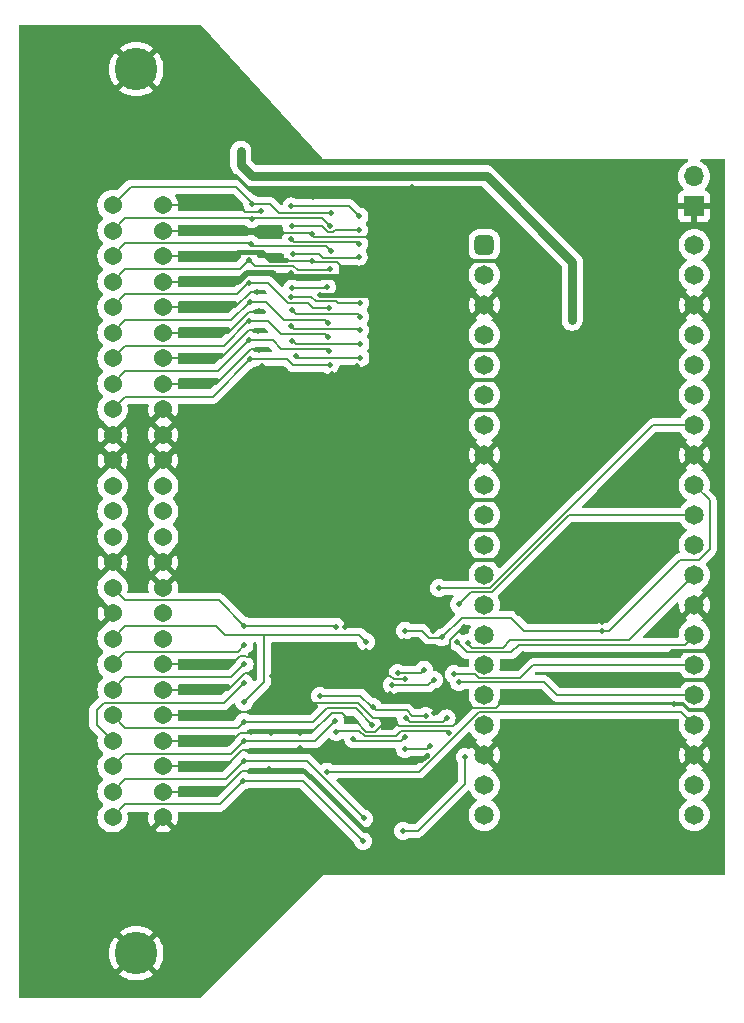
<source format=gbr>
%TF.GenerationSoftware,KiCad,Pcbnew,8.0.4-8.0.4-0~ubuntu22.04.1*%
%TF.CreationDate,2024-07-18T12:58:38-06:00*%
%TF.ProjectId,Centronics_50Pin,43656e74-726f-46e6-9963-735f35305069,1*%
%TF.SameCoordinates,Original*%
%TF.FileFunction,Copper,L2,Bot*%
%TF.FilePolarity,Positive*%
%FSLAX46Y46*%
G04 Gerber Fmt 4.6, Leading zero omitted, Abs format (unit mm)*
G04 Created by KiCad (PCBNEW 8.0.4-8.0.4-0~ubuntu22.04.1) date 2024-07-18 12:58:38*
%MOMM*%
%LPD*%
G01*
G04 APERTURE LIST*
G04 Aperture macros list*
%AMRoundRect*
0 Rectangle with rounded corners*
0 $1 Rounding radius*
0 $2 $3 $4 $5 $6 $7 $8 $9 X,Y pos of 4 corners*
0 Add a 4 corners polygon primitive as box body*
4,1,4,$2,$3,$4,$5,$6,$7,$8,$9,$2,$3,0*
0 Add four circle primitives for the rounded corners*
1,1,$1+$1,$2,$3*
1,1,$1+$1,$4,$5*
1,1,$1+$1,$6,$7*
1,1,$1+$1,$8,$9*
0 Add four rect primitives between the rounded corners*
20,1,$1+$1,$2,$3,$4,$5,0*
20,1,$1+$1,$4,$5,$6,$7,0*
20,1,$1+$1,$6,$7,$8,$9,0*
20,1,$1+$1,$8,$9,$2,$3,0*%
G04 Aperture macros list end*
%TA.AperFunction,ComponentPad*%
%ADD10RoundRect,0.412500X-0.412500X-0.412500X0.412500X-0.412500X0.412500X0.412500X-0.412500X0.412500X0*%
%TD*%
%TA.AperFunction,ComponentPad*%
%ADD11C,1.650000*%
%TD*%
%TA.AperFunction,ComponentPad*%
%ADD12R,1.700000X1.700000*%
%TD*%
%TA.AperFunction,ComponentPad*%
%ADD13O,1.700000X1.700000*%
%TD*%
%TA.AperFunction,ComponentPad*%
%ADD14C,3.600000*%
%TD*%
%TA.AperFunction,ComponentPad*%
%ADD15C,1.540000*%
%TD*%
%TA.AperFunction,ViaPad*%
%ADD16C,0.500000*%
%TD*%
%TA.AperFunction,Conductor*%
%ADD17C,0.200000*%
%TD*%
%TA.AperFunction,Conductor*%
%ADD18C,0.160000*%
%TD*%
%TA.AperFunction,Conductor*%
%ADD19C,0.500000*%
%TD*%
%TA.AperFunction,Conductor*%
%ADD20C,0.330000*%
%TD*%
%TA.AperFunction,Conductor*%
%ADD21C,0.400000*%
%TD*%
%TA.AperFunction,Conductor*%
%ADD22C,0.142000*%
%TD*%
%TA.AperFunction,Conductor*%
%ADD23C,0.150000*%
%TD*%
%TA.AperFunction,Conductor*%
%ADD24C,0.750000*%
%TD*%
G04 APERTURE END LIST*
D10*
%TO.P,RP1,1,G0*%
%TO.N,Net-(RP1-G0)*%
X128987200Y-78406000D03*
D11*
%TO.P,RP1,2,G1*%
%TO.N,Net-(RP1-G1)*%
X128987200Y-80946000D03*
%TO.P,RP1,3,GND*%
%TO.N,GND*%
X128987200Y-83486000D03*
%TO.P,RP1,4,G2*%
%TO.N,Net-(RP1-G2)*%
X128987200Y-86026000D03*
%TO.P,RP1,5,G3*%
%TO.N,Net-(RP1-G3)*%
X128987200Y-88566000D03*
%TO.P,RP1,6,G4*%
%TO.N,Net-(RP1-G4)*%
X128987200Y-91106000D03*
%TO.P,RP1,7,G5*%
%TO.N,Net-(RP1-G5)*%
X128987200Y-93646000D03*
%TO.P,RP1,8,GND*%
%TO.N,GND*%
X128987200Y-96186000D03*
%TO.P,RP1,9,G6*%
%TO.N,Net-(RP1-G6)*%
X128987200Y-98726000D03*
%TO.P,RP1,10,G7*%
%TO.N,Net-(RP1-G7)*%
X128987200Y-101266000D03*
%TO.P,RP1,11,G8*%
%TO.N,Net-(RP1-G8)*%
X128987200Y-103806000D03*
%TO.P,RP1,12,G9*%
%TO.N,DBPTr*%
X128987200Y-106346000D03*
%TO.P,RP1,13,GND*%
%TO.N,GND*%
X128987200Y-108886000D03*
%TO.P,RP1,14,G10*%
%TO.N,SD_CLK*%
X128987200Y-111426000D03*
%TO.P,RP1,15,G11*%
%TO.N,SD_CMD_MOSI*%
X128987200Y-113966000D03*
%TO.P,RP1,16,G12*%
%TO.N,SD_D0_MISO*%
X128987200Y-116506000D03*
%TO.P,RP1,17,G13*%
%TO.N,SD_D1*%
X128987200Y-119046000D03*
%TO.P,RP1,18,GND*%
%TO.N,GND*%
X128987200Y-121586000D03*
%TO.P,RP1,19,G14*%
%TO.N,SD_D2*%
X128987200Y-124126000D03*
%TO.P,RP1,20,G15*%
%TO.N,SD_D3_CS*%
X128987200Y-126666000D03*
%TO.P,RP1,21,G16*%
%TO.N,SERIAL_OUT*%
X146767200Y-126666000D03*
%TO.P,RP1,22,G17*%
%TO.N,oREQ*%
X146767200Y-124126000D03*
%TO.P,RP1,23,GND*%
%TO.N,GND*%
X146767200Y-121586000D03*
%TO.P,RP1,24,G18*%
%TO.N,oCD_iSEL*%
X146767200Y-119046000D03*
%TO.P,RP1,25,G19*%
%TO.N,oSEL*%
X146767200Y-116506000D03*
%TO.P,RP1,26,G20*%
%TO.N,oMSG_iBSY*%
X146767200Y-113966000D03*
%TO.P,RP1,27,G21*%
%TO.N,iRST*%
X146767200Y-111426000D03*
%TO.P,RP1,28,GND*%
%TO.N,GND*%
X146767200Y-108886000D03*
%TO.P,RP1,29,G22*%
%TO.N,oIO*%
X146767200Y-106346000D03*
%TO.P,RP1,30,RUN*%
%TO.N,unconnected-(RP1-RUN-Pad30)*%
X146767200Y-103806000D03*
%TO.P,RP1,31,G26*%
%TO.N,iACK*%
X146767200Y-101266000D03*
%TO.P,RP1,32,G27*%
%TO.N,oBSY*%
X146767200Y-98726000D03*
%TO.P,RP1,33,A_GND*%
%TO.N,GND*%
X146767200Y-96186000D03*
%TO.P,RP1,34,G28*%
%TO.N,iATN*%
X146767200Y-93646000D03*
%TO.P,RP1,35,ADC_VREF*%
%TO.N,unconnected-(RP1-ADC_VREF-Pad35)*%
X146767200Y-91106000D03*
%TO.P,RP1,36,3v3*%
%TO.N,+3V3*%
X146767200Y-88566000D03*
%TO.P,RP1,37,3v3_EN*%
%TO.N,unconnected-(RP1-3v3_EN-Pad37)*%
X146767200Y-86026000D03*
%TO.P,RP1,38,GND*%
%TO.N,GND*%
X146767200Y-83486000D03*
%TO.P,RP1,39,VSYS*%
%TO.N,unconnected-(RP1-VSYS-Pad39)*%
X146767200Y-80946000D03*
%TO.P,RP1,40,VBUS_5V*%
%TO.N,+5VP*%
X146767200Y-78406000D03*
%TD*%
D12*
%TO.P,J2,1,Pin_1*%
%TO.N,GND*%
X146756000Y-75132800D03*
D13*
%TO.P,J2,2,Pin_2*%
%TO.N,Net-(J2-Pin_2)*%
X146756000Y-72592800D03*
%TD*%
D14*
%TO.P,U10,0*%
%TO.N,GND*%
X99511800Y-138369400D03*
X99511800Y-63519400D03*
D15*
%TO.P,U10,1*%
X101801800Y-75024400D03*
%TO.P,U10,2*%
X101801800Y-77184400D03*
%TO.P,U10,3*%
X101801800Y-79344400D03*
%TO.P,U10,4*%
X101801800Y-81504400D03*
%TO.P,U10,5*%
X101801800Y-83664400D03*
%TO.P,U10,6*%
X101801800Y-85824400D03*
%TO.P,U10,7*%
X101801800Y-87984400D03*
%TO.P,U10,8*%
X101801800Y-90144400D03*
%TO.P,U10,9*%
X101801800Y-92304400D03*
%TO.P,U10,10*%
X101801800Y-94464400D03*
%TO.P,U10,11*%
X101801800Y-96624400D03*
%TO.P,U10,12*%
%TO.N,unconnected-(U10-Pad12)*%
X101801800Y-98784400D03*
%TO.P,U10,13*%
%TO.N,unconnected-(U10-Pad13)*%
X101801800Y-100944400D03*
%TO.P,U10,14*%
%TO.N,unconnected-(U10-Pad14)*%
X101801800Y-103104400D03*
%TO.P,U10,15*%
%TO.N,GND*%
X101801800Y-105264400D03*
%TO.P,U10,16*%
X101801800Y-107424400D03*
%TO.P,U10,17*%
X101801800Y-109584400D03*
%TO.P,U10,18*%
X101801800Y-111744400D03*
%TO.P,U10,19*%
X101801800Y-113904400D03*
%TO.P,U10,20*%
X101801800Y-116064400D03*
%TO.P,U10,21*%
X101801800Y-118224400D03*
%TO.P,U10,22*%
X101801800Y-120384400D03*
%TO.P,U10,23*%
X101801800Y-122544400D03*
%TO.P,U10,24*%
X101801800Y-124704400D03*
%TO.P,U10,25*%
X101801800Y-126864400D03*
%TO.P,U10,26*%
%TO.N,DB0*%
X97511800Y-75024400D03*
%TO.P,U10,27*%
%TO.N,DB1*%
X97511800Y-77184400D03*
%TO.P,U10,28*%
%TO.N,DB2*%
X97511800Y-79344400D03*
%TO.P,U10,29*%
%TO.N,DB3*%
X97511800Y-81504400D03*
%TO.P,U10,30*%
%TO.N,DB4*%
X97511800Y-83664400D03*
%TO.P,U10,31*%
%TO.N,DB5*%
X97511800Y-85824400D03*
%TO.P,U10,32*%
%TO.N,DB6*%
X97511800Y-87984400D03*
%TO.P,U10,33*%
%TO.N,DB7*%
X97511800Y-90144400D03*
%TO.P,U10,34*%
%TO.N,DBP*%
X97511800Y-92304400D03*
%TO.P,U10,35*%
%TO.N,GND*%
X97511800Y-94464400D03*
%TO.P,U10,36*%
X97511800Y-96624400D03*
%TO.P,U10,37*%
%TO.N,unconnected-(U10-Pad37)*%
X97511800Y-98784400D03*
%TO.P,U10,38*%
%TO.N,+5V*%
X97511800Y-100944400D03*
%TO.P,U10,39*%
%TO.N,unconnected-(U10-Pad39)*%
X97511800Y-103104400D03*
%TO.P,U10,40*%
%TO.N,GND*%
X97511800Y-105264400D03*
%TO.P,U10,41*%
%TO.N,ATN*%
X97511800Y-107424400D03*
%TO.P,U10,42*%
%TO.N,GND*%
X97511800Y-109584400D03*
%TO.P,U10,43*%
%TO.N,BSY*%
X97511800Y-111744400D03*
%TO.P,U10,44*%
%TO.N,ACK*%
X97511800Y-113904400D03*
%TO.P,U10,45*%
%TO.N,RST*%
X97511800Y-116064400D03*
%TO.P,U10,46*%
%TO.N,MSG*%
X97511800Y-118224400D03*
%TO.P,U10,47*%
%TO.N,SEL*%
X97511800Y-120384400D03*
%TO.P,U10,48*%
%TO.N,CD*%
X97511800Y-122544400D03*
%TO.P,U10,49*%
%TO.N,REQ*%
X97511800Y-124704400D03*
%TO.P,U10,50*%
%TO.N,IO*%
X97511800Y-126864400D03*
%TD*%
D16*
%TO.N,GND*%
X120700000Y-82170000D03*
X115330000Y-92710000D03*
X118220000Y-88650000D03*
X139190000Y-115280000D03*
X136257200Y-126612800D03*
X111000000Y-114890000D03*
X121020000Y-116400000D03*
X104350000Y-92660000D03*
X124860000Y-116150000D03*
X122190000Y-113030000D03*
X118920000Y-127920000D03*
X141050000Y-91540000D03*
X114420000Y-79750000D03*
X116130000Y-89320000D03*
X109900000Y-87260000D03*
X136430000Y-102260000D03*
X134900000Y-81710000D03*
X123990000Y-74420000D03*
X138957200Y-110312800D03*
X140280000Y-127190000D03*
X144990000Y-131340000D03*
X111290000Y-89830000D03*
X110030000Y-77310000D03*
X110060000Y-75500000D03*
X133300000Y-101800000D03*
X110160000Y-88670000D03*
X132690000Y-116530000D03*
X115108462Y-82615000D03*
X143500000Y-103440000D03*
X113450000Y-116260000D03*
X117210000Y-110740000D03*
X110790000Y-121220000D03*
X130600000Y-114000000D03*
X143720000Y-94580000D03*
X115000000Y-130170000D03*
X106310000Y-94920000D03*
X110760000Y-122730000D03*
X122220000Y-111950000D03*
X136257200Y-127672800D03*
X112090000Y-88950000D03*
X104150000Y-104250000D03*
X116320000Y-93900000D03*
X122300000Y-74310000D03*
X124100000Y-121640000D03*
X127290000Y-110730000D03*
X109260000Y-114630000D03*
X122050000Y-123930000D03*
X119110000Y-125880000D03*
X113740000Y-92600000D03*
X126280000Y-123410000D03*
X127470000Y-113790000D03*
X104970000Y-69590000D03*
X142920000Y-78290000D03*
X122250000Y-115170000D03*
X118480000Y-80400000D03*
X145030000Y-117250000D03*
X109760000Y-82390000D03*
X138910000Y-100100000D03*
X143250000Y-111300000D03*
X124620000Y-111120000D03*
X105630000Y-94920000D03*
X133020000Y-129120000D03*
X114360000Y-77490000D03*
X109360000Y-113250000D03*
X104240000Y-105740000D03*
X125730000Y-127060000D03*
X122850000Y-73520000D03*
X139920000Y-71640000D03*
X113460000Y-113950000D03*
X135010000Y-118910000D03*
X114310000Y-123460000D03*
X136257200Y-125552800D03*
X109810000Y-85680000D03*
X117600000Y-121400000D03*
X109930000Y-84010000D03*
X138930000Y-105960000D03*
X109820000Y-80810000D03*
X135100000Y-100080000D03*
X109570000Y-124770000D03*
X113320000Y-124640000D03*
X137260000Y-77880000D03*
X115650000Y-121840000D03*
X124220000Y-124090000D03*
X110380000Y-117520000D03*
X116800000Y-91670000D03*
X135230000Y-115220000D03*
X113410000Y-121000000D03*
X130477200Y-117112800D03*
X117470000Y-124220000D03*
X109200000Y-121210000D03*
X111750000Y-109280000D03*
X126900000Y-125680000D03*
X132300000Y-113020000D03*
X142270000Y-119720000D03*
X113390000Y-119750000D03*
X109260000Y-119610000D03*
X112640000Y-113940000D03*
X133800000Y-109790000D03*
X140830000Y-121190000D03*
X131860306Y-109530416D03*
X109230000Y-122910000D03*
X111040000Y-70390000D03*
X119000000Y-112760000D03*
X103460000Y-107550000D03*
X125450000Y-100490000D03*
X111370000Y-81120000D03*
X121320000Y-122040000D03*
X124680000Y-108470000D03*
X127370000Y-87710000D03*
X110960000Y-119700000D03*
X109790000Y-99490000D03*
X122490000Y-127000000D03*
X138660000Y-81880000D03*
X124730000Y-118060000D03*
X114510000Y-74380000D03*
X111680000Y-113700000D03*
X119240000Y-82460000D03*
X112655000Y-80775000D03*
%TO.N,iATN*%
X123859467Y-114350517D03*
X121640000Y-114620000D03*
X125130000Y-107460000D03*
%TO.N,oIO*%
X122110000Y-128000000D03*
X127600000Y-112070000D03*
X127340000Y-121770000D03*
%TO.N,oSEL*%
X125970000Y-119700000D03*
X126815000Y-115405000D03*
X116460000Y-119620000D03*
%TO.N,oBSY*%
X122240000Y-111050000D03*
X124010000Y-118280000D03*
X125429000Y-111620000D03*
X119540000Y-117510000D03*
X115050000Y-116570000D03*
X138977200Y-111062800D03*
%TO.N,oCD_iSEL*%
X115690000Y-122990000D03*
%TO.N,ATN*%
X116447680Y-110712008D03*
X108650000Y-110630000D03*
%TO.N,BSY*%
X118980000Y-112000000D03*
X108650000Y-117100000D03*
%TO.N,DBP*%
X115910000Y-88590000D03*
X109150000Y-88080000D03*
%TO.N,ACK*%
X108670000Y-112270000D03*
%TO.N,RST*%
X108680000Y-113860000D03*
X122270000Y-120080000D03*
X117900000Y-120260000D03*
%TO.N,MSG*%
X108610000Y-118780000D03*
X119503909Y-119013909D03*
%TO.N,SEL*%
X108630000Y-115470000D03*
%TO.N,CD*%
X116350000Y-118680000D03*
X108640000Y-120400000D03*
%TO.N,REQ*%
X108620000Y-122090000D03*
X118780000Y-126960000D03*
%TO.N,IO*%
X108590000Y-123760000D03*
X118730000Y-128880000D03*
%TO.N,DB7*%
X115864000Y-87374353D03*
X109070000Y-86460000D03*
%TO.N,DB6*%
X115790000Y-86220000D03*
X109030000Y-84830000D03*
%TO.N,DB5*%
X115790000Y-85000000D03*
X109170000Y-83190000D03*
%TO.N,DB4*%
X115831168Y-83722294D03*
X109050000Y-81610000D03*
%TO.N,DB3*%
X109060000Y-79680000D03*
X115960000Y-80437262D03*
%TO.N,DB2*%
X115990000Y-78920000D03*
X109220000Y-78300000D03*
%TO.N,DB1*%
X109300000Y-76230000D03*
X115960000Y-76790000D03*
%TO.N,DB0*%
X116010000Y-75690000D03*
X109350000Y-74920000D03*
%TO.N,+5VP*%
X108370000Y-71670000D03*
X108370000Y-71050000D03*
X108370000Y-70450000D03*
X136447200Y-84002800D03*
X136437200Y-84712800D03*
X136447200Y-83262800D03*
%TO.N,oMSG_iBSY*%
X122366842Y-118483649D03*
X125783403Y-118493403D03*
X126410000Y-114740000D03*
%TO.N,DB4T*%
X118470000Y-83320000D03*
X112600000Y-82800000D03*
%TO.N,DB5T*%
X118480000Y-84500000D03*
X112710000Y-83900000D03*
%TO.N,DB6T*%
X118490000Y-85630000D03*
X112610000Y-85280000D03*
%TO.N,DB7T*%
X112730000Y-86500000D03*
X118500000Y-86780000D03*
%TO.N,DBPT*%
X113001587Y-87828413D03*
X118500000Y-87980000D03*
%TO.N,DB0T*%
X118410000Y-75980000D03*
X112640000Y-75130000D03*
%TO.N,DB1T*%
X112660000Y-76830000D03*
X118400000Y-77150000D03*
%TO.N,DB3T*%
X112770000Y-79190000D03*
X118350000Y-79380000D03*
%TO.N,DB2T*%
X118400000Y-78290000D03*
X112640000Y-77920000D03*
%TO.N,DBPTr*%
X115655167Y-81950000D03*
X112720000Y-82065000D03*
%TO.N,iRST*%
X124403811Y-120841462D03*
X122240000Y-121100000D03*
X126650000Y-112020000D03*
%TO.N,iACK*%
X126810000Y-108840000D03*
X121140000Y-115660000D03*
X124710000Y-115210000D03*
%TD*%
D17*
%TO.N,GND*%
X109600000Y-85610000D02*
X109530000Y-85610000D01*
X107257782Y-85824400D02*
X109022182Y-84060000D01*
D18*
X108320000Y-117910000D02*
X108820000Y-117910000D01*
D17*
X101801800Y-83664400D02*
X107917782Y-83664400D01*
D19*
X111370000Y-81120000D02*
X111060000Y-80810000D01*
D17*
X127280000Y-110720000D02*
X127290000Y-110730000D01*
X103404400Y-77184400D02*
X103630000Y-77410000D01*
X116900000Y-118040000D02*
X117660000Y-118800000D01*
X109212182Y-87240000D02*
X109530000Y-87240000D01*
X109980000Y-75580000D02*
X110060000Y-75500000D01*
X114420000Y-79750000D02*
X114540000Y-79870000D01*
D20*
X130900000Y-92360000D02*
X130900000Y-100000000D01*
D17*
X108690000Y-75580000D02*
X109980000Y-75580000D01*
D18*
X119180000Y-77730000D02*
X119190000Y-77720000D01*
X109080000Y-122920000D02*
X109070000Y-122920000D01*
D21*
X110820000Y-79650000D02*
X112170000Y-79650000D01*
D18*
X109080000Y-121190000D02*
X109200000Y-121210000D01*
D20*
X127910000Y-79730000D02*
X127880000Y-79760000D01*
D19*
X111387262Y-81137262D02*
X117217262Y-81137262D01*
D20*
X127930000Y-89810000D02*
X127920000Y-89800000D01*
D17*
X109810000Y-85680000D02*
X109600000Y-85610000D01*
D20*
X130900000Y-102520000D02*
X130900000Y-104310000D01*
D18*
X114230000Y-77360000D02*
X114360000Y-77490000D01*
D20*
X135396000Y-115316000D02*
X135300000Y-115220000D01*
D18*
X113390000Y-119750000D02*
X113430000Y-119750000D01*
D19*
X108165650Y-81504400D02*
X107670000Y-81504400D01*
D20*
X130900000Y-81573200D02*
X130900000Y-80940000D01*
D18*
X101801800Y-113904400D02*
X107655600Y-113904400D01*
X110910000Y-119750000D02*
X110960000Y-119700000D01*
D17*
X114540000Y-79870000D02*
X116550000Y-79870000D01*
D21*
X119085000Y-82615000D02*
X119240000Y-82460000D01*
X124060000Y-121640000D02*
X124100000Y-121640000D01*
D20*
X130900000Y-104310000D02*
X130170000Y-105040000D01*
D18*
X114080000Y-117160000D02*
X118330000Y-117160000D01*
D19*
X111060000Y-80810000D02*
X109820000Y-80810000D01*
D20*
X144640000Y-113020000D02*
X144810000Y-112850000D01*
D17*
X119732000Y-119638000D02*
X120370000Y-119000000D01*
D20*
X148230000Y-115250000D02*
X139220000Y-115250000D01*
D18*
X109400000Y-119750000D02*
X110910000Y-119750000D01*
D20*
X144810000Y-112850000D02*
X144884000Y-112776000D01*
D18*
X109200000Y-121210000D02*
X109120000Y-121190000D01*
D17*
X109022182Y-84060000D02*
X109490000Y-84060000D01*
D18*
X108820000Y-117910000D02*
X109060000Y-117910000D01*
X116610000Y-77730000D02*
X119180000Y-77730000D01*
D20*
X145030000Y-117250000D02*
X145828285Y-117250000D01*
D17*
X106705600Y-87984400D02*
X108830000Y-85860000D01*
D20*
X127770000Y-87310000D02*
X127370000Y-87710000D01*
D18*
X101801800Y-118224400D02*
X108005600Y-118224400D01*
D21*
X118770000Y-127920000D02*
X118920000Y-127920000D01*
X114210000Y-123460000D02*
X113690000Y-122940000D01*
D17*
X113390000Y-119750000D02*
X114340000Y-119750000D01*
X101801800Y-81504400D02*
X107670000Y-81504400D01*
D20*
X107990000Y-72600000D02*
X107720000Y-72600000D01*
D18*
X109230000Y-122910000D02*
X109080000Y-122920000D01*
X101801800Y-120384400D02*
X107625600Y-120384400D01*
D21*
X114310000Y-123460000D02*
X118770000Y-127920000D01*
D18*
X108260000Y-119750000D02*
X109120000Y-119750000D01*
D20*
X148430000Y-117170000D02*
X148430000Y-115450000D01*
D17*
X127290000Y-110730000D02*
X127300000Y-110720000D01*
X114340000Y-119750000D02*
X116050000Y-118040000D01*
D20*
X148430000Y-115450000D02*
X148230000Y-115250000D01*
X130900000Y-100000000D02*
X130900000Y-102520000D01*
D18*
X121000000Y-118410000D02*
X121760000Y-119170000D01*
D19*
X111370000Y-81120000D02*
X111387262Y-81137262D01*
D18*
X101801800Y-116064400D02*
X107286066Y-116064400D01*
D19*
X109820000Y-80810000D02*
X108860050Y-80810000D01*
D21*
X108120000Y-79060000D02*
X108150000Y-79030000D01*
D17*
X119002674Y-119638000D02*
X119732000Y-119638000D01*
D20*
X130900000Y-89810000D02*
X127930000Y-89810000D01*
X130900000Y-87310000D02*
X130900000Y-89810000D01*
X127950000Y-102520000D02*
X127940000Y-102510000D01*
X132300000Y-113020000D02*
X144640000Y-113020000D01*
D17*
X101801800Y-85824400D02*
X107257782Y-85824400D01*
D20*
X113900000Y-73770000D02*
X109160000Y-73770000D01*
D18*
X108510000Y-121190000D02*
X109080000Y-121190000D01*
D17*
X106307782Y-90144400D02*
X109212182Y-87240000D01*
D18*
X109060000Y-122920000D02*
X109230000Y-122910000D01*
X118330000Y-117160000D02*
X119580000Y-118410000D01*
D17*
X101801800Y-90144400D02*
X106307782Y-90144400D01*
D19*
X108860050Y-80810000D02*
X108165650Y-81504400D01*
D17*
X127010000Y-113790000D02*
X126080000Y-112860000D01*
D20*
X147840000Y-117760000D02*
X148430000Y-117170000D01*
D21*
X108150000Y-79030000D02*
X110200000Y-79030000D01*
D20*
X139190000Y-115280000D02*
X139154000Y-115316000D01*
D22*
X119970000Y-114880000D02*
X119000000Y-113910000D01*
D20*
X128987200Y-83486000D02*
X130900000Y-81573200D01*
X135230000Y-115220000D02*
X135230000Y-115150000D01*
D17*
X110050000Y-79060000D02*
X108120000Y-79060000D01*
D21*
X124100000Y-121600000D02*
X124060000Y-121640000D01*
D18*
X121760000Y-119170000D02*
X126320000Y-119170000D01*
X109120000Y-119750000D02*
X109260000Y-119610000D01*
D22*
X129988000Y-117602000D02*
X127652000Y-117602000D01*
D18*
X109120000Y-121190000D02*
X109100000Y-121190000D01*
D17*
X109232182Y-82350000D02*
X109530000Y-82350000D01*
D20*
X130900000Y-79730000D02*
X127910000Y-79730000D01*
D17*
X108830000Y-85860000D02*
X109080000Y-85610000D01*
D20*
X114510000Y-74380000D02*
X113900000Y-73770000D01*
D18*
X101801800Y-124704400D02*
X106725600Y-124704400D01*
D17*
X101801800Y-77184400D02*
X103404400Y-77184400D01*
D18*
X113450000Y-116530000D02*
X114080000Y-117160000D01*
D22*
X127652000Y-117602000D02*
X127630000Y-117580000D01*
D17*
X109080000Y-85610000D02*
X109460000Y-85610000D01*
D22*
X121030000Y-114880000D02*
X119970000Y-114880000D01*
D18*
X113450000Y-116260000D02*
X113450000Y-116530000D01*
X109360000Y-113250000D02*
X109390000Y-113220000D01*
X108510000Y-122920000D02*
X109060000Y-122920000D01*
X119580000Y-118410000D02*
X121000000Y-118410000D01*
D21*
X121320000Y-122040000D02*
X123660000Y-122040000D01*
D20*
X130900000Y-87310000D02*
X127770000Y-87310000D01*
X130900000Y-89810000D02*
X130900000Y-92360000D01*
D21*
X114310000Y-123460000D02*
X114210000Y-123460000D01*
D18*
X107625600Y-120384400D02*
X108260000Y-119750000D01*
D20*
X135300000Y-115220000D02*
X135230000Y-115220000D01*
D17*
X118850000Y-82170000D02*
X120700000Y-82170000D01*
D22*
X119000000Y-113910000D02*
X119000000Y-112760000D01*
D17*
X108120000Y-79060000D02*
X107835600Y-79344400D01*
D20*
X130900000Y-80940000D02*
X130900000Y-87310000D01*
D17*
X109460000Y-85610000D02*
X109810000Y-85680000D01*
D20*
X130900000Y-79730000D02*
X130900000Y-77670000D01*
D22*
X121320000Y-115170000D02*
X121030000Y-114880000D01*
D19*
X117217262Y-81137262D02*
X117220000Y-81140000D01*
D17*
X107835600Y-79344400D02*
X101801800Y-79344400D01*
X127300000Y-110720000D02*
X127320000Y-110720000D01*
D18*
X108340000Y-113220000D02*
X109360000Y-113250000D01*
X107155600Y-122544400D02*
X108510000Y-121190000D01*
X108005600Y-118224400D02*
X108320000Y-117910000D01*
D17*
X107917782Y-83664400D02*
X109232182Y-82350000D01*
D20*
X130900000Y-102520000D02*
X127950000Y-102520000D01*
D22*
X122250000Y-115170000D02*
X121320000Y-115170000D01*
D17*
X126080000Y-111812182D02*
X127172182Y-110720000D01*
D18*
X110960000Y-119700000D02*
X111010000Y-119750000D01*
X107655600Y-113904400D02*
X108340000Y-113220000D01*
D20*
X130170000Y-105040000D02*
X128090000Y-105040000D01*
D18*
X113430000Y-119750000D02*
X113440000Y-119760000D01*
D17*
X110740000Y-79750000D02*
X110050000Y-79060000D01*
D18*
X114600000Y-77730000D02*
X116610000Y-77730000D01*
D17*
X101801800Y-87984400D02*
X106705600Y-87984400D01*
X127470000Y-113790000D02*
X127010000Y-113790000D01*
D20*
X139220000Y-115250000D02*
X139190000Y-115280000D01*
D18*
X110030000Y-77310000D02*
X110080000Y-77360000D01*
D20*
X144884000Y-112776000D02*
X147736000Y-112776000D01*
D18*
X101801800Y-122544400D02*
X107155600Y-122544400D01*
D20*
X135230000Y-115150000D02*
X135220000Y-115140000D01*
D18*
X108720466Y-114630000D02*
X109260000Y-114630000D01*
D20*
X127750000Y-100000000D02*
X127730000Y-100020000D01*
D21*
X115108462Y-82615000D02*
X119085000Y-82615000D01*
D20*
X130900000Y-100000000D02*
X127750000Y-100000000D01*
X127740000Y-92360000D02*
X127660000Y-92280000D01*
D17*
X116050000Y-118040000D02*
X116900000Y-118040000D01*
D20*
X139154000Y-115316000D02*
X135396000Y-115316000D01*
D17*
X110060000Y-75500000D02*
X110040000Y-75580000D01*
X114420000Y-79750000D02*
X110740000Y-79750000D01*
D20*
X130900000Y-80940000D02*
X130900000Y-79730000D01*
D18*
X126320000Y-119170000D02*
X126700000Y-118790000D01*
D17*
X108134400Y-75024400D02*
X108690000Y-75580000D01*
D21*
X124100000Y-121640000D02*
X124100000Y-121600000D01*
D18*
X110080000Y-77360000D02*
X114230000Y-77360000D01*
D17*
X116550000Y-79870000D02*
X118850000Y-82170000D01*
D18*
X111010000Y-119750000D02*
X113390000Y-119750000D01*
D17*
X126080000Y-111812182D02*
X126080000Y-112170000D01*
X118164674Y-118800000D02*
X119002674Y-119638000D01*
D18*
X114360000Y-77490000D02*
X114600000Y-77730000D01*
D17*
X126080000Y-112860000D02*
X126080000Y-111812182D01*
D18*
X109260000Y-119610000D02*
X109400000Y-119750000D01*
D20*
X145828285Y-117250000D02*
X146338285Y-117760000D01*
D17*
X127172182Y-110720000D02*
X127280000Y-110720000D01*
D20*
X109160000Y-73770000D02*
X107990000Y-72600000D01*
D18*
X106725600Y-124704400D02*
X108510000Y-122920000D01*
D20*
X130900000Y-92360000D02*
X127740000Y-92360000D01*
D18*
X109260000Y-114630000D02*
X109300000Y-114630000D01*
D17*
X101801800Y-75024400D02*
X108134400Y-75024400D01*
D18*
X109060000Y-117910000D02*
X109090000Y-117880000D01*
D21*
X123660000Y-122040000D02*
X124060000Y-121640000D01*
D22*
X130477200Y-117112800D02*
X129988000Y-117602000D01*
D21*
X110200000Y-79030000D02*
X110820000Y-79650000D01*
D20*
X146338285Y-117760000D02*
X147840000Y-117760000D01*
D17*
X117660000Y-118800000D02*
X118164674Y-118800000D01*
X126080000Y-112170000D02*
X125760000Y-112490000D01*
D18*
X107286066Y-116064400D02*
X108720466Y-114630000D01*
D22*
%TO.N,iATN*%
X125130000Y-107460000D02*
X125148000Y-107442000D01*
X125112000Y-107442000D02*
X125130000Y-107460000D01*
X123589984Y-114620000D02*
X123859467Y-114350517D01*
X121640000Y-114620000D02*
X123589984Y-114620000D01*
X125078000Y-107442000D02*
X125112000Y-107442000D01*
X125148000Y-107442000D02*
X129458000Y-107442000D01*
X143254000Y-93646000D02*
X146767200Y-93646000D01*
X129458000Y-107442000D02*
X143254000Y-93646000D01*
%TO.N,oIO*%
X130538000Y-112522000D02*
X127942000Y-112522000D01*
X127490000Y-112070000D02*
X127550000Y-112130000D01*
X141233221Y-111879979D02*
X131180021Y-111879979D01*
X123340000Y-128000000D02*
X127340000Y-124000000D01*
X127600000Y-112180000D02*
X127600000Y-112070000D01*
X127942000Y-112522000D02*
X127600000Y-112180000D01*
X127340000Y-124000000D02*
X127340000Y-121770000D01*
X131180021Y-111879979D02*
X130538000Y-112522000D01*
X146767200Y-106346000D02*
X141233221Y-111879979D01*
X127600000Y-112070000D02*
X127490000Y-112070000D01*
X122110000Y-128000000D02*
X123340000Y-128000000D01*
%TO.N,oSEL*%
X126815000Y-115405000D02*
X134055738Y-115405000D01*
X125810000Y-119540000D02*
X121950000Y-119540000D01*
X126815000Y-115405000D02*
X126931000Y-115289000D01*
X118849000Y-120009000D02*
X118409000Y-119569000D01*
X121481000Y-120009000D02*
X118849000Y-120009000D01*
X118409000Y-119569000D02*
X116511000Y-119569000D01*
X125970000Y-119700000D02*
X125810000Y-119540000D01*
X116511000Y-119569000D02*
X116460000Y-119620000D01*
X121950000Y-119540000D02*
X121481000Y-120009000D01*
X134055738Y-115405000D02*
X135156738Y-116506000D01*
X135156738Y-116506000D02*
X146767200Y-116506000D01*
D23*
%TO.N,oBSY*%
X138977200Y-111062800D02*
X139577200Y-111062800D01*
D22*
X119540000Y-117510000D02*
X119440000Y-117510000D01*
D23*
X148077200Y-100036000D02*
X146767200Y-98726000D01*
D22*
X123710000Y-111050000D02*
X124301000Y-111641000D01*
X115050000Y-116570000D02*
X115080000Y-116560000D01*
X115100000Y-116560000D02*
X115050000Y-116570000D01*
X125349000Y-111700000D02*
X125429000Y-111620000D01*
X131276400Y-109982000D02*
X132357200Y-111062800D01*
X118490000Y-116560000D02*
X115100000Y-116560000D01*
X127067000Y-109982000D02*
X131276400Y-109982000D01*
X119440000Y-117510000D02*
X118490000Y-116560000D01*
X115080000Y-116560000D02*
X115090000Y-116560000D01*
D23*
X139577200Y-111062800D02*
X145577200Y-105062800D01*
D22*
X122240000Y-111050000D02*
X123710000Y-111050000D01*
X122900000Y-118280000D02*
X124010000Y-118280000D01*
D23*
X147187200Y-105062800D02*
X148077200Y-104172800D01*
D22*
X125408000Y-111641000D02*
X125429000Y-111620000D01*
X132357200Y-111062800D02*
X138977200Y-111062800D01*
X119540000Y-117510000D02*
X119840000Y-117810000D01*
X119840000Y-117810000D02*
X122430000Y-117810000D01*
X125429000Y-111620000D02*
X127067000Y-109982000D01*
X124301000Y-111641000D02*
X125408000Y-111641000D01*
D23*
X148077200Y-104172800D02*
X148077200Y-100036000D01*
X145577200Y-105062800D02*
X147187200Y-105062800D01*
D22*
X125429000Y-111620000D02*
X125260000Y-111620000D01*
X122430000Y-117810000D02*
X122900000Y-118280000D01*
%TO.N,oCD_iSEL*%
X123493221Y-122990000D02*
X128533221Y-117950000D01*
X145671200Y-117950000D02*
X146767200Y-119046000D01*
X115690000Y-122990000D02*
X123493221Y-122990000D01*
X128533221Y-117950000D02*
X145671200Y-117950000D01*
D17*
%TO.N,ATN*%
X106514400Y-108494400D02*
X108650000Y-110630000D01*
X108650000Y-110630000D02*
X116365672Y-110630000D01*
X116365672Y-110630000D02*
X116447680Y-110712008D01*
X97511800Y-107424400D02*
X98581800Y-108494400D01*
X98581800Y-108494400D02*
X106514400Y-108494400D01*
%TO.N,BSY*%
X118410000Y-111430000D02*
X118980000Y-112000000D01*
X108650000Y-117100000D02*
X110310000Y-115440000D01*
X106284400Y-110674400D02*
X107040000Y-111430000D01*
X110310000Y-115440000D02*
X110310000Y-111460000D01*
X98581800Y-110674400D02*
X106284400Y-110674400D01*
X110280000Y-111430000D02*
X118410000Y-111430000D01*
X110310000Y-111460000D02*
X110280000Y-111430000D01*
X97511800Y-111744400D02*
X98581800Y-110674400D01*
X107040000Y-111430000D02*
X110280000Y-111430000D01*
%TO.N,DBP*%
X112810000Y-88590000D02*
X115910000Y-88590000D01*
X97511800Y-92304400D02*
X98581800Y-91234400D01*
X98581800Y-91234400D02*
X106005600Y-91234400D01*
X109160000Y-88080000D02*
X109150000Y-88090000D01*
X106005600Y-91234400D02*
X109150000Y-88090000D01*
X109150000Y-88080000D02*
X109160000Y-88080000D01*
X109150000Y-88080000D02*
X112300000Y-88080000D01*
X109150000Y-88090000D02*
X109150000Y-88080000D01*
X112300000Y-88080000D02*
X112810000Y-88590000D01*
%TO.N,ACK*%
X98581800Y-112834400D02*
X108105600Y-112834400D01*
X97511800Y-113904400D02*
X98581800Y-112834400D01*
X108105600Y-112834400D02*
X108670000Y-112270000D01*
%TO.N,RST*%
X97511800Y-116064400D02*
X98581800Y-114994400D01*
X121970000Y-120380000D02*
X122270000Y-120080000D01*
X117900000Y-120260000D02*
X118020000Y-120380000D01*
X98581800Y-114994400D02*
X107545600Y-114994400D01*
X107545600Y-114994400D02*
X108680000Y-113860000D01*
X118020000Y-120380000D02*
X121970000Y-120380000D01*
%TO.N,MSG*%
X115640000Y-117640000D02*
X114500000Y-118780000D01*
X114500000Y-118780000D02*
X108610000Y-118780000D01*
X108095600Y-119294400D02*
X108610000Y-118780000D01*
X119503909Y-119013909D02*
X118130000Y-117640000D01*
X98581800Y-119294400D02*
X108095600Y-119294400D01*
X97511800Y-118224400D02*
X98581800Y-119294400D01*
X118130000Y-117640000D02*
X115640000Y-117640000D01*
%TO.N,SEL*%
X97511800Y-120384400D02*
X96160000Y-119032600D01*
X96160000Y-119032600D02*
X96160000Y-117740000D01*
X96745600Y-117154400D02*
X106945600Y-117154400D01*
X106945600Y-117154400D02*
X108630000Y-115470000D01*
X96160000Y-117740000D02*
X96745600Y-117154400D01*
%TO.N,CD*%
X116350000Y-118660000D02*
X116400000Y-118610000D01*
X98581800Y-121474400D02*
X107565600Y-121474400D01*
X107565600Y-121474400D02*
X108640000Y-120400000D01*
X114610000Y-120400000D02*
X116330000Y-118680000D01*
X116350000Y-118680000D02*
X116350000Y-118660000D01*
X108640000Y-120400000D02*
X114610000Y-120400000D01*
X97511800Y-122544400D02*
X98581800Y-121474400D01*
X116330000Y-118680000D02*
X116350000Y-118680000D01*
%TO.N,REQ*%
X97511800Y-124704400D02*
X98601800Y-123614400D01*
X107095600Y-123614400D02*
X108620000Y-122090000D01*
X98601800Y-123614400D02*
X107095600Y-123614400D01*
X118820000Y-126960000D02*
X118770000Y-126910000D01*
X118780000Y-126960000D02*
X118820000Y-126960000D01*
X108620000Y-122090000D02*
X113950000Y-122090000D01*
X118780000Y-126920000D02*
X118780000Y-126960000D01*
X113950000Y-122090000D02*
X118780000Y-126920000D01*
%TO.N,IO*%
X106575600Y-125774400D02*
X108590000Y-123760000D01*
X97511800Y-126864400D02*
X98601800Y-125774400D01*
X108590000Y-123760000D02*
X113630000Y-123760000D01*
X118730000Y-128880000D02*
X118750000Y-128880000D01*
X113630000Y-123760000D02*
X118730000Y-128860000D01*
X118730000Y-128860000D02*
X118730000Y-128880000D01*
X98601800Y-125774400D02*
X106575600Y-125774400D01*
X118750000Y-128880000D02*
X118720000Y-128850000D01*
%TO.N,DB7*%
X115864000Y-87374353D02*
X115669647Y-87180000D01*
X106425600Y-89074400D02*
X109040000Y-86460000D01*
X115669647Y-87180000D02*
X111780000Y-87180000D01*
X109070000Y-86460000D02*
X109070000Y-86430000D01*
X111060000Y-86460000D02*
X109070000Y-86460000D01*
X98581800Y-89074400D02*
X106425600Y-89074400D01*
X111780000Y-87180000D02*
X111060000Y-86460000D01*
X97511800Y-90144400D02*
X98581800Y-89074400D01*
X109040000Y-86460000D02*
X109070000Y-86460000D01*
X109070000Y-86430000D02*
X109030000Y-86470000D01*
%TO.N,DB6*%
X111790000Y-85950000D02*
X110670000Y-84830000D01*
X109000000Y-84830000D02*
X109030000Y-84830000D01*
X110670000Y-84830000D02*
X109030000Y-84830000D01*
X106915600Y-86914400D02*
X109000000Y-84830000D01*
X115790000Y-86220000D02*
X115520000Y-85950000D01*
X115520000Y-85950000D02*
X111790000Y-85950000D01*
X109030000Y-84800000D02*
X108960000Y-84870000D01*
X98581800Y-86914400D02*
X106915600Y-86914400D01*
X97511800Y-87984400D02*
X98581800Y-86914400D01*
X109030000Y-84830000D02*
X109030000Y-84800000D01*
%TO.N,DB5*%
X109120000Y-83190000D02*
X109170000Y-83190000D01*
X97511800Y-85824400D02*
X98581800Y-84754400D01*
X109170000Y-83140000D02*
X109090000Y-83220000D01*
X109170000Y-83190000D02*
X109170000Y-83140000D01*
X110510000Y-83190000D02*
X112050000Y-84730000D01*
X107555600Y-84754400D02*
X109120000Y-83190000D01*
X112050000Y-84730000D02*
X115520000Y-84730000D01*
X115520000Y-84730000D02*
X115790000Y-85000000D01*
X109170000Y-83190000D02*
X110510000Y-83190000D01*
X98581800Y-84754400D02*
X107555600Y-84754400D01*
%TO.N,DB4*%
X112372182Y-83350000D02*
X114080000Y-83350000D01*
X114450000Y-83720000D02*
X115960000Y-83720000D01*
X109050000Y-81610000D02*
X109050000Y-81560000D01*
X109050000Y-81560000D02*
X108960000Y-81650000D01*
X97511800Y-83664400D02*
X98601800Y-82574400D01*
X109000000Y-81610000D02*
X109050000Y-81610000D01*
X108035600Y-82574400D02*
X109000000Y-81610000D01*
X110632182Y-81610000D02*
X112372182Y-83350000D01*
X109050000Y-81610000D02*
X110632182Y-81610000D01*
X114080000Y-83350000D02*
X114450000Y-83720000D01*
X98601800Y-82574400D02*
X108035600Y-82574400D01*
%TO.N,DB3*%
X109030000Y-79680000D02*
X108275600Y-80434400D01*
X108275600Y-80434400D02*
X98581800Y-80434400D01*
X109360000Y-79980000D02*
X109060000Y-79680000D01*
X109540000Y-80150000D02*
X109370000Y-79980000D01*
X113177818Y-80520000D02*
X112807818Y-80150000D01*
X109060000Y-79680000D02*
X109030000Y-79680000D01*
X115960000Y-80437262D02*
X115877262Y-80520000D01*
X115877262Y-80520000D02*
X113177818Y-80520000D01*
X109370000Y-79980000D02*
X109360000Y-79980000D01*
X112807818Y-80150000D02*
X109540000Y-80150000D01*
X98581800Y-80434400D02*
X97511800Y-81504400D01*
%TO.N,DB2*%
X115990000Y-78920000D02*
X115580000Y-78510000D01*
X109194400Y-78274400D02*
X109220000Y-78300000D01*
X97511800Y-79344400D02*
X98581800Y-78274400D01*
X109344400Y-78274400D02*
X109350000Y-78280000D01*
X109430000Y-78510000D02*
X109220000Y-78300000D01*
X109220000Y-78300000D02*
X109245600Y-78274400D01*
X115580000Y-78510000D02*
X109430000Y-78510000D01*
X98581800Y-78274400D02*
X109194400Y-78274400D01*
X109245600Y-78274400D02*
X109344400Y-78274400D01*
%TO.N,DB1*%
X97511800Y-77184400D02*
X98581800Y-76114400D01*
X109380000Y-76230000D02*
X109440000Y-76290000D01*
X115960000Y-76790000D02*
X115250000Y-76080000D01*
X109300000Y-76230000D02*
X109380000Y-76230000D01*
X115250000Y-76080000D02*
X109450000Y-76080000D01*
X109450000Y-76080000D02*
X109300000Y-76230000D01*
X109300000Y-76150000D02*
X109300000Y-76230000D01*
X98581800Y-76114400D02*
X109264400Y-76114400D01*
X109264400Y-76114400D02*
X109300000Y-76150000D01*
%TO.N,DB0*%
X109350000Y-74920000D02*
X109420000Y-74920000D01*
X110800000Y-74920000D02*
X109350000Y-74920000D01*
X116010000Y-75690000D02*
X116000000Y-75680000D01*
X109420000Y-74920000D02*
X109410000Y-74910000D01*
X116000000Y-75680000D02*
X111560000Y-75680000D01*
X107970000Y-73470000D02*
X109350000Y-74850000D01*
X111560000Y-75680000D02*
X110800000Y-74920000D01*
X109350000Y-74850000D02*
X109350000Y-74920000D01*
X97511800Y-75024400D02*
X99066200Y-73470000D01*
X99066200Y-73470000D02*
X107970000Y-73470000D01*
D24*
%TO.N,+5VP*%
X136437200Y-84712800D02*
X136427200Y-84722800D01*
X136447200Y-84002800D02*
X136427200Y-84022800D01*
X129177200Y-72552800D02*
X109282800Y-72552800D01*
X136427200Y-79802800D02*
X129177200Y-72552800D01*
X136427200Y-83242800D02*
X136427200Y-79802800D01*
X136427200Y-84022800D02*
X136427200Y-84702800D01*
X136427200Y-83282800D02*
X136427200Y-83982800D01*
X136427200Y-84702800D02*
X136437200Y-84712800D01*
X109282800Y-72552800D02*
X108370000Y-71640000D01*
X136427200Y-83982800D02*
X136447200Y-84002800D01*
X136447200Y-83262800D02*
X136427200Y-83282800D01*
X136447200Y-83262800D02*
X136427200Y-83242800D01*
X108370000Y-71640000D02*
X108370000Y-70450000D01*
X136427200Y-84722800D02*
X136427200Y-84792800D01*
D22*
%TO.N,oMSG_iBSY*%
X128533221Y-115062000D02*
X132004400Y-115062000D01*
D18*
X125783403Y-118493403D02*
X125466806Y-118810000D01*
D22*
X126410000Y-114740000D02*
X128211221Y-114740000D01*
D18*
X125466806Y-118810000D02*
X122693193Y-118810000D01*
D22*
X133100400Y-113966000D02*
X146767200Y-113966000D01*
X132004400Y-115062000D02*
X133100400Y-113966000D01*
X128211221Y-114740000D02*
X128533221Y-115062000D01*
D18*
X122693193Y-118810000D02*
X122366842Y-118483649D01*
D17*
%TO.N,DB4T*%
X114705000Y-83165000D02*
X116465000Y-83165000D01*
X116620000Y-83320000D02*
X118470000Y-83320000D01*
X116465000Y-83165000D02*
X116620000Y-83320000D01*
X114340000Y-82800000D02*
X114705000Y-83165000D01*
X112600000Y-82800000D02*
X114340000Y-82800000D01*
%TO.N,DB5T*%
X115603350Y-84272294D02*
X116058986Y-84272294D01*
X115601056Y-84270000D02*
X115603350Y-84272294D01*
X116058986Y-84272294D02*
X116061280Y-84270000D01*
X112710000Y-83900000D02*
X113080000Y-84270000D01*
X113080000Y-84270000D02*
X115601056Y-84270000D01*
X118250000Y-84270000D02*
X118480000Y-84500000D01*
X116061280Y-84270000D02*
X118250000Y-84270000D01*
%TO.N,DB6T*%
X118410000Y-85550000D02*
X118490000Y-85630000D01*
X112880000Y-85550000D02*
X118410000Y-85550000D01*
X112610000Y-85280000D02*
X112880000Y-85550000D01*
%TO.N,DB7T*%
X113010000Y-86780000D02*
X112730000Y-86500000D01*
X118500000Y-86780000D02*
X113010000Y-86780000D01*
%TO.N,DBPT*%
X113001587Y-87828413D02*
X113153174Y-87980000D01*
X113153174Y-87980000D02*
X118500000Y-87980000D01*
%TO.N,DB0T*%
X117560000Y-75130000D02*
X118410000Y-75980000D01*
X112640000Y-75130000D02*
X117560000Y-75130000D01*
%TO.N,DB1T*%
X116187818Y-77340000D02*
X116377818Y-77150000D01*
X115222182Y-76830000D02*
X115732182Y-77340000D01*
X115732182Y-77340000D02*
X116187818Y-77340000D01*
X116377818Y-77150000D02*
X118400000Y-77150000D01*
X112660000Y-76830000D02*
X115222182Y-76830000D01*
%TO.N,DB3T*%
X118260000Y-79470000D02*
X118350000Y-79380000D01*
X112830000Y-79130000D02*
X114960000Y-79130000D01*
X112770000Y-79190000D02*
X112830000Y-79130000D01*
X114960000Y-79130000D02*
X115300000Y-79470000D01*
X115300000Y-79470000D02*
X118260000Y-79470000D01*
%TO.N,DB2T*%
X118400000Y-78290000D02*
X118220000Y-78110000D01*
X118220000Y-78110000D02*
X112830000Y-78110000D01*
X112830000Y-78110000D02*
X112640000Y-77920000D01*
%TO.N,DBPTr*%
X115540167Y-82065000D02*
X112720000Y-82065000D01*
X115655167Y-81950000D02*
X115540167Y-82065000D01*
D22*
%TO.N,iRST*%
X124403811Y-120841462D02*
X124145273Y-121100000D01*
X146767200Y-111426000D02*
X145942200Y-112251000D01*
X131895400Y-112251000D02*
X131276400Y-112870000D01*
X127500000Y-112870000D02*
X126650000Y-112020000D01*
X124145273Y-121100000D02*
X122240000Y-121100000D01*
X145942200Y-112251000D02*
X131895400Y-112251000D01*
X131276400Y-112870000D02*
X127500000Y-112870000D01*
%TO.N,iACK*%
X126810000Y-108840000D02*
X126814000Y-108840000D01*
X129599662Y-107784000D02*
X136117662Y-101266000D01*
X126814000Y-108840000D02*
X127870000Y-107784000D01*
X124710000Y-115210000D02*
X124520000Y-115290000D01*
X136117662Y-101266000D02*
X146767200Y-101266000D01*
X124229000Y-115691000D02*
X124710000Y-115210000D01*
X121171000Y-115691000D02*
X124229000Y-115691000D01*
X121140000Y-115660000D02*
X121171000Y-115691000D01*
X127870000Y-107784000D02*
X129599662Y-107784000D01*
%TD*%
%TA.AperFunction,Conductor*%
%TO.N,GND*%
G36*
X149389500Y-99217103D02*
G01*
X149389500Y-131651500D01*
X149369815Y-131718539D01*
X149317011Y-131764294D01*
X149265500Y-131775500D01*
X115295081Y-131775500D01*
X106054543Y-141016036D01*
X106369450Y-126382900D01*
X106655708Y-126382900D01*
X106655710Y-126382900D01*
X106655711Y-126382900D01*
X106804740Y-126342968D01*
X106804742Y-126342968D01*
X106810470Y-126341433D01*
X106810471Y-126341433D01*
X106810473Y-126341432D01*
X106949227Y-126261322D01*
X108668918Y-124541629D01*
X108730239Y-124508146D01*
X108742703Y-124506093D01*
X108759850Y-124504162D01*
X108921183Y-124447709D01*
X109016995Y-124387505D01*
X109082967Y-124368500D01*
X113326589Y-124368500D01*
X113393628Y-124388185D01*
X113414270Y-124404819D01*
X117945827Y-128936376D01*
X117979312Y-128997699D01*
X117981366Y-129010171D01*
X117985836Y-129049844D01*
X118042290Y-129211182D01*
X118042291Y-129211183D01*
X118133229Y-129355909D01*
X118254091Y-129476771D01*
X118398817Y-129567709D01*
X118560150Y-129624162D01*
X118560155Y-129624163D01*
X118729996Y-129643299D01*
X118730000Y-129643299D01*
X118730004Y-129643299D01*
X118899844Y-129624163D01*
X118899847Y-129624162D01*
X118899850Y-129624162D01*
X119061183Y-129567709D01*
X119205909Y-129476771D01*
X119326771Y-129355909D01*
X119417709Y-129211183D01*
X119474162Y-129049850D01*
X119480038Y-128997699D01*
X119493299Y-128880003D01*
X119493299Y-128879996D01*
X119474163Y-128710155D01*
X119474162Y-128710150D01*
X119417709Y-128548817D01*
X119326771Y-128404091D01*
X119205909Y-128283229D01*
X119205908Y-128283228D01*
X119061182Y-128192290D01*
X118899850Y-128135838D01*
X118893061Y-128134289D01*
X118893678Y-128131584D01*
X118840836Y-128109377D01*
X118831457Y-128100908D01*
X118663011Y-127932462D01*
X118629526Y-127871139D01*
X118634510Y-127801447D01*
X118676382Y-127745514D01*
X118741846Y-127721097D01*
X118764573Y-127721560D01*
X118780000Y-127723299D01*
X118780000Y-127723298D01*
X118780001Y-127723299D01*
X118780004Y-127723299D01*
X118949844Y-127704163D01*
X118949847Y-127704162D01*
X118949850Y-127704162D01*
X119111183Y-127647709D01*
X119255909Y-127556771D01*
X119376771Y-127435909D01*
X119467709Y-127291183D01*
X119524162Y-127129850D01*
X119543299Y-126960000D01*
X119536363Y-126898444D01*
X119524163Y-126790155D01*
X119524162Y-126790150D01*
X119480720Y-126666001D01*
X119467709Y-126628817D01*
X119376771Y-126484091D01*
X119255909Y-126363229D01*
X119255908Y-126363228D01*
X119111182Y-126272290D01*
X118955854Y-126217939D01*
X118909127Y-126188578D01*
X116501730Y-123781181D01*
X116468245Y-123719858D01*
X116473229Y-123650166D01*
X116515101Y-123594233D01*
X116580565Y-123569816D01*
X116589411Y-123569500D01*
X123569512Y-123569500D01*
X123569514Y-123569500D01*
X123672988Y-123541774D01*
X123694855Y-123535915D01*
X123694856Y-123535914D01*
X123716900Y-123530008D01*
X123849042Y-123453716D01*
X127626246Y-119676509D01*
X127687567Y-119643026D01*
X127757259Y-119648010D01*
X127813192Y-119689882D01*
X127826304Y-119711781D01*
X127827941Y-119715292D01*
X127827946Y-119715301D01*
X127961774Y-119906427D01*
X127961779Y-119906433D01*
X128126766Y-120071420D01*
X128126772Y-120071425D01*
X128317901Y-120205255D01*
X128317902Y-120205255D01*
X128317903Y-120205256D01*
X128324439Y-120208304D01*
X128324444Y-120208306D01*
X128376884Y-120254478D01*
X128396037Y-120321671D01*
X128375822Y-120388552D01*
X128326682Y-120431136D01*
X128326852Y-120431430D01*
X128325332Y-120432307D01*
X128324458Y-120433065D01*
X128322174Y-120434130D01*
X128322169Y-120434133D01*
X128243776Y-120489022D01*
X128898615Y-121143861D01*
X128813506Y-121166667D01*
X128710894Y-121225910D01*
X128627110Y-121309694D01*
X128567867Y-121412306D01*
X128545061Y-121497415D01*
X127890222Y-120842576D01*
X127835334Y-120920967D01*
X127795054Y-121007345D01*
X127748881Y-121059783D01*
X127681687Y-121078934D01*
X127641719Y-121071980D01*
X127509852Y-121025838D01*
X127509844Y-121025836D01*
X127340004Y-121006701D01*
X127339996Y-121006701D01*
X127170155Y-121025836D01*
X127170150Y-121025837D01*
X127008816Y-121082291D01*
X126864091Y-121173228D01*
X126743228Y-121294091D01*
X126652291Y-121438816D01*
X126595837Y-121600150D01*
X126595836Y-121600155D01*
X126576701Y-121769996D01*
X126576701Y-121770003D01*
X126595836Y-121939844D01*
X126595837Y-121939849D01*
X126652291Y-122101183D01*
X126741494Y-122243148D01*
X126760500Y-122309120D01*
X126760500Y-123708601D01*
X126740815Y-123775640D01*
X126724181Y-123796282D01*
X123136282Y-127384181D01*
X123074959Y-127417666D01*
X123048601Y-127420500D01*
X122649120Y-127420500D01*
X122583148Y-127401494D01*
X122441183Y-127312291D01*
X122279849Y-127255837D01*
X122279844Y-127255836D01*
X122110004Y-127236701D01*
X122109996Y-127236701D01*
X121940155Y-127255836D01*
X121940150Y-127255837D01*
X121778816Y-127312291D01*
X121634091Y-127403228D01*
X121513228Y-127524091D01*
X121422291Y-127668816D01*
X121365837Y-127830150D01*
X121365836Y-127830155D01*
X121346701Y-127999996D01*
X121346701Y-128000003D01*
X121365836Y-128169844D01*
X121365837Y-128169849D01*
X121422291Y-128331183D01*
X121505568Y-128463718D01*
X121513229Y-128475909D01*
X121634091Y-128596771D01*
X121778817Y-128687709D01*
X121940150Y-128744162D01*
X121940155Y-128744163D01*
X122109996Y-128763299D01*
X122110000Y-128763299D01*
X122110004Y-128763299D01*
X122279844Y-128744163D01*
X122279847Y-128744162D01*
X122279850Y-128744162D01*
X122441183Y-128687709D01*
X122583148Y-128598506D01*
X122649120Y-128579500D01*
X123416291Y-128579500D01*
X123416293Y-128579500D01*
X123530803Y-128548817D01*
X123541634Y-128545915D01*
X123541635Y-128545914D01*
X123563679Y-128540008D01*
X123695821Y-128463716D01*
X127555259Y-124604276D01*
X127616580Y-124570793D01*
X127686272Y-124575777D01*
X127742205Y-124617649D01*
X127755320Y-124639555D01*
X127827941Y-124795292D01*
X127827944Y-124795298D01*
X127961774Y-124986427D01*
X127961779Y-124986433D01*
X128126766Y-125151420D01*
X128126772Y-125151425D01*
X128317901Y-125285255D01*
X128322593Y-125287964D01*
X128321494Y-125289866D01*
X128366845Y-125329817D01*
X128385980Y-125397015D01*
X128365747Y-125463891D01*
X128321534Y-125502201D01*
X128322593Y-125504036D01*
X128317901Y-125506744D01*
X128126772Y-125640574D01*
X128126766Y-125640579D01*
X127961779Y-125805566D01*
X127961774Y-125805572D01*
X127827944Y-125996701D01*
X127827943Y-125996703D01*
X127729334Y-126208172D01*
X127729330Y-126208181D01*
X127668943Y-126433550D01*
X127668941Y-126433561D01*
X127648606Y-126665998D01*
X127648606Y-126666001D01*
X127668941Y-126898438D01*
X127668943Y-126898449D01*
X127729330Y-127123818D01*
X127729332Y-127123822D01*
X127729333Y-127123826D01*
X127778638Y-127229561D01*
X127827943Y-127335296D01*
X127827944Y-127335298D01*
X127961774Y-127526427D01*
X127961779Y-127526433D01*
X128126766Y-127691420D01*
X128126772Y-127691425D01*
X128317901Y-127825255D01*
X128317903Y-127825256D01*
X128529374Y-127923867D01*
X128754756Y-127984258D01*
X128920787Y-127998783D01*
X128987198Y-128004594D01*
X128987200Y-128004594D01*
X128987202Y-128004594D01*
X129045311Y-127999510D01*
X129219644Y-127984258D01*
X129445026Y-127923867D01*
X129656497Y-127825256D01*
X129847632Y-127691422D01*
X130012622Y-127526432D01*
X130146456Y-127335297D01*
X130245067Y-127123826D01*
X130305458Y-126898444D01*
X130325794Y-126666000D01*
X130305458Y-126433556D01*
X130245067Y-126208174D01*
X130146456Y-125996703D01*
X130012622Y-125805568D01*
X129847632Y-125640578D01*
X129847630Y-125640577D01*
X129847627Y-125640574D01*
X129656498Y-125506744D01*
X129651807Y-125504036D01*
X129652908Y-125502128D01*
X129607572Y-125462212D01*
X129588419Y-125395019D01*
X129608633Y-125328137D01*
X129652870Y-125289805D01*
X129651807Y-125287964D01*
X129656493Y-125285257D01*
X129656497Y-125285256D01*
X129847632Y-125151422D01*
X130012622Y-124986432D01*
X130146456Y-124795297D01*
X130245067Y-124583826D01*
X130305458Y-124358444D01*
X130325794Y-124126000D01*
X130305458Y-123893556D01*
X130245067Y-123668174D01*
X130146456Y-123456703D01*
X130144364Y-123453716D01*
X130012625Y-123265572D01*
X130012620Y-123265566D01*
X129847633Y-123100579D01*
X129847627Y-123100574D01*
X129656498Y-122966744D01*
X129656491Y-122966740D01*
X129649948Y-122963689D01*
X129597511Y-122917514D01*
X129578363Y-122850319D01*
X129598582Y-122783439D01*
X129647713Y-122740874D01*
X129647541Y-122740575D01*
X129649093Y-122739678D01*
X129649967Y-122738922D01*
X129652235Y-122737864D01*
X129730622Y-122682976D01*
X129075784Y-122028138D01*
X129160894Y-122005333D01*
X129263506Y-121946090D01*
X129347290Y-121862306D01*
X129406533Y-121759694D01*
X129429338Y-121674585D01*
X130084175Y-122329422D01*
X130084176Y-122329422D01*
X130139065Y-122251034D01*
X130139067Y-122251030D01*
X130237047Y-122040909D01*
X130237051Y-122040900D01*
X130297052Y-121816968D01*
X130297054Y-121816958D01*
X130317261Y-121586000D01*
X130317261Y-121585999D01*
X130297054Y-121355041D01*
X130297052Y-121355031D01*
X130237051Y-121131099D01*
X130237047Y-121131090D01*
X130139067Y-120920971D01*
X130139066Y-120920969D01*
X130084175Y-120842577D01*
X130084175Y-120842576D01*
X129429337Y-121497414D01*
X129406533Y-121412306D01*
X129347290Y-121309694D01*
X129263506Y-121225910D01*
X129160894Y-121166667D01*
X129075784Y-121143861D01*
X129730622Y-120489023D01*
X129652230Y-120434132D01*
X129649953Y-120433071D01*
X129649119Y-120432336D01*
X129647545Y-120431428D01*
X129647727Y-120431111D01*
X129597514Y-120386898D01*
X129578362Y-120319705D01*
X129598578Y-120252824D01*
X129649957Y-120208305D01*
X129656497Y-120205256D01*
X129847632Y-120071422D01*
X130012622Y-119906432D01*
X130146456Y-119715297D01*
X130245067Y-119503826D01*
X130305458Y-119278444D01*
X130324203Y-119064186D01*
X130325794Y-119046001D01*
X130325794Y-119045998D01*
X130314509Y-118917011D01*
X130305458Y-118813556D01*
X130271253Y-118685900D01*
X130271171Y-118685593D01*
X130272834Y-118615743D01*
X130311997Y-118557881D01*
X130376225Y-118530377D01*
X130390946Y-118529500D01*
X145363454Y-118529500D01*
X145430493Y-118549185D01*
X145476248Y-118601989D01*
X145486192Y-118671147D01*
X145483229Y-118685593D01*
X145448943Y-118813550D01*
X145448941Y-118813561D01*
X145428606Y-119045998D01*
X145428606Y-119046001D01*
X145448941Y-119278438D01*
X145448943Y-119278449D01*
X145509330Y-119503818D01*
X145509332Y-119503822D01*
X145509333Y-119503826D01*
X145531466Y-119551290D01*
X145607943Y-119715296D01*
X145607944Y-119715298D01*
X145741774Y-119906427D01*
X145741779Y-119906433D01*
X145906766Y-120071420D01*
X145906772Y-120071425D01*
X146097901Y-120205255D01*
X146097902Y-120205255D01*
X146097903Y-120205256D01*
X146104439Y-120208304D01*
X146104444Y-120208306D01*
X146156884Y-120254478D01*
X146176037Y-120321671D01*
X146155822Y-120388552D01*
X146106682Y-120431136D01*
X146106852Y-120431430D01*
X146105332Y-120432307D01*
X146104458Y-120433065D01*
X146102174Y-120434130D01*
X146102169Y-120434133D01*
X146023776Y-120489022D01*
X146678615Y-121143861D01*
X146593506Y-121166667D01*
X146490894Y-121225910D01*
X146407110Y-121309694D01*
X146347867Y-121412306D01*
X146325061Y-121497414D01*
X145670223Y-120842576D01*
X145670222Y-120842576D01*
X145615334Y-120920967D01*
X145517352Y-121131090D01*
X145517348Y-121131099D01*
X145457347Y-121355031D01*
X145457345Y-121355041D01*
X145437139Y-121585999D01*
X145437139Y-121586000D01*
X145457345Y-121816958D01*
X145457347Y-121816968D01*
X145517348Y-122040900D01*
X145517352Y-122040909D01*
X145615333Y-122251030D01*
X145670223Y-122329422D01*
X146325061Y-121674584D01*
X146347867Y-121759694D01*
X146407110Y-121862306D01*
X146490894Y-121946090D01*
X146593506Y-122005333D01*
X146678614Y-122028137D01*
X146023776Y-122682975D01*
X146102169Y-122737866D01*
X146104439Y-122738925D01*
X146105271Y-122739657D01*
X146106855Y-122740572D01*
X146106671Y-122740890D01*
X146156881Y-122785094D01*
X146176037Y-122852287D01*
X146155825Y-122919169D01*
X146104452Y-122963689D01*
X146097908Y-122966740D01*
X146097901Y-122966744D01*
X145906772Y-123100574D01*
X145906766Y-123100579D01*
X145741779Y-123265566D01*
X145741774Y-123265572D01*
X145607944Y-123456701D01*
X145607943Y-123456703D01*
X145509334Y-123668172D01*
X145509330Y-123668181D01*
X145448943Y-123893550D01*
X145448941Y-123893561D01*
X145428606Y-124125998D01*
X145428606Y-124126001D01*
X145448941Y-124358438D01*
X145448943Y-124358449D01*
X145509330Y-124583818D01*
X145509332Y-124583822D01*
X145509333Y-124583826D01*
X145518870Y-124604278D01*
X145607943Y-124795296D01*
X145607944Y-124795298D01*
X145741774Y-124986427D01*
X145741779Y-124986433D01*
X145906766Y-125151420D01*
X145906772Y-125151425D01*
X146097901Y-125285255D01*
X146102593Y-125287964D01*
X146101494Y-125289866D01*
X146146845Y-125329817D01*
X146165980Y-125397015D01*
X146145747Y-125463891D01*
X146101534Y-125502201D01*
X146102593Y-125504036D01*
X146097901Y-125506744D01*
X145906772Y-125640574D01*
X145906766Y-125640579D01*
X145741779Y-125805566D01*
X145741774Y-125805572D01*
X145607944Y-125996701D01*
X145607943Y-125996703D01*
X145509334Y-126208172D01*
X145509330Y-126208181D01*
X145448943Y-126433550D01*
X145448941Y-126433561D01*
X145428606Y-126665998D01*
X145428606Y-126666001D01*
X145448941Y-126898438D01*
X145448943Y-126898449D01*
X145509330Y-127123818D01*
X145509332Y-127123822D01*
X145509333Y-127123826D01*
X145558638Y-127229561D01*
X145607943Y-127335296D01*
X145607944Y-127335298D01*
X145741774Y-127526427D01*
X145741779Y-127526433D01*
X145906766Y-127691420D01*
X145906772Y-127691425D01*
X146097901Y-127825255D01*
X146097903Y-127825256D01*
X146309374Y-127923867D01*
X146534756Y-127984258D01*
X146700787Y-127998783D01*
X146767198Y-128004594D01*
X146767200Y-128004594D01*
X146767202Y-128004594D01*
X146825311Y-127999510D01*
X146999644Y-127984258D01*
X147225026Y-127923867D01*
X147436497Y-127825256D01*
X147627632Y-127691422D01*
X147792622Y-127526432D01*
X147926456Y-127335297D01*
X148025067Y-127123826D01*
X148085458Y-126898444D01*
X148105794Y-126666000D01*
X148085458Y-126433556D01*
X148025067Y-126208174D01*
X147926456Y-125996703D01*
X147792622Y-125805568D01*
X147627632Y-125640578D01*
X147627630Y-125640577D01*
X147627627Y-125640574D01*
X147436498Y-125506744D01*
X147431807Y-125504036D01*
X147432908Y-125502128D01*
X147387572Y-125462212D01*
X147368419Y-125395019D01*
X147388633Y-125328137D01*
X147432870Y-125289805D01*
X147431807Y-125287964D01*
X147436493Y-125285257D01*
X147436497Y-125285256D01*
X147627632Y-125151422D01*
X147792622Y-124986432D01*
X147926456Y-124795297D01*
X148025067Y-124583826D01*
X148085458Y-124358444D01*
X148105794Y-124126000D01*
X148085458Y-123893556D01*
X148025067Y-123668174D01*
X147926456Y-123456703D01*
X147924364Y-123453716D01*
X147792625Y-123265572D01*
X147792620Y-123265566D01*
X147627633Y-123100579D01*
X147627627Y-123100574D01*
X147436498Y-122966744D01*
X147436491Y-122966740D01*
X147429948Y-122963689D01*
X147377511Y-122917514D01*
X147358363Y-122850319D01*
X147378582Y-122783439D01*
X147427713Y-122740874D01*
X147427541Y-122740575D01*
X147429093Y-122739678D01*
X147429967Y-122738922D01*
X147432235Y-122737864D01*
X147510622Y-122682976D01*
X147510622Y-122682975D01*
X146855785Y-122028137D01*
X146940894Y-122005333D01*
X147043506Y-121946090D01*
X147127290Y-121862306D01*
X147186533Y-121759694D01*
X147209338Y-121674585D01*
X147864175Y-122329422D01*
X147864176Y-122329422D01*
X147919065Y-122251034D01*
X147919067Y-122251030D01*
X148017047Y-122040909D01*
X148017051Y-122040900D01*
X148077052Y-121816968D01*
X148077054Y-121816958D01*
X148097261Y-121586000D01*
X148097261Y-121585999D01*
X148077054Y-121355041D01*
X148077052Y-121355031D01*
X148017051Y-121131099D01*
X148017047Y-121131090D01*
X147919067Y-120920971D01*
X147919066Y-120920969D01*
X147864175Y-120842577D01*
X147864175Y-120842576D01*
X147209337Y-121497414D01*
X147186533Y-121412306D01*
X147127290Y-121309694D01*
X147043506Y-121225910D01*
X146940894Y-121166667D01*
X146855784Y-121143861D01*
X147510622Y-120489023D01*
X147432230Y-120434132D01*
X147429953Y-120433071D01*
X147429119Y-120432336D01*
X147427545Y-120431428D01*
X147427727Y-120431111D01*
X147377514Y-120386898D01*
X147358362Y-120319705D01*
X147378578Y-120252824D01*
X147429957Y-120208305D01*
X147436497Y-120205256D01*
X147627632Y-120071422D01*
X147792622Y-119906432D01*
X147926456Y-119715297D01*
X148025067Y-119503826D01*
X148085458Y-119278444D01*
X148104203Y-119064186D01*
X148105794Y-119046001D01*
X148105794Y-119045998D01*
X148094509Y-118917011D01*
X148085458Y-118813556D01*
X148032454Y-118615743D01*
X148025069Y-118588181D01*
X148025068Y-118588180D01*
X148025067Y-118588174D01*
X147926456Y-118376703D01*
X147862118Y-118284819D01*
X147792625Y-118185572D01*
X147792620Y-118185566D01*
X147627633Y-118020579D01*
X147627627Y-118020574D01*
X147436498Y-117886744D01*
X147431807Y-117884036D01*
X147432908Y-117882128D01*
X147387572Y-117842212D01*
X147368419Y-117775019D01*
X147388633Y-117708137D01*
X147432870Y-117669805D01*
X147431807Y-117667964D01*
X147436493Y-117665257D01*
X147436497Y-117665256D01*
X147627632Y-117531422D01*
X147792622Y-117366432D01*
X147926456Y-117175297D01*
X148025067Y-116963826D01*
X148085458Y-116738444D01*
X148105794Y-116506000D01*
X148085458Y-116273556D01*
X148025067Y-116048174D01*
X147926456Y-115836703D01*
X147926452Y-115836698D01*
X147792625Y-115645572D01*
X147792620Y-115645566D01*
X147627633Y-115480579D01*
X147627627Y-115480574D01*
X147436498Y-115346744D01*
X147431807Y-115344036D01*
X147432908Y-115342128D01*
X147387572Y-115302212D01*
X147368419Y-115235019D01*
X147388633Y-115168137D01*
X147432870Y-115129805D01*
X147431807Y-115127964D01*
X147436493Y-115125257D01*
X147436497Y-115125256D01*
X147627632Y-114991422D01*
X147792622Y-114826432D01*
X147926456Y-114635297D01*
X148025067Y-114423826D01*
X148085458Y-114198444D01*
X148105794Y-113966000D01*
X148085458Y-113733556D01*
X148025067Y-113508174D01*
X147926456Y-113296703D01*
X147926452Y-113296698D01*
X147792625Y-113105572D01*
X147792620Y-113105566D01*
X147627633Y-112940579D01*
X147627627Y-112940574D01*
X147436498Y-112806744D01*
X147431807Y-112804036D01*
X147432908Y-112802128D01*
X147387572Y-112762212D01*
X147368419Y-112695019D01*
X147388633Y-112628137D01*
X147432870Y-112589805D01*
X147431807Y-112587964D01*
X147436493Y-112585257D01*
X147436497Y-112585256D01*
X147627632Y-112451422D01*
X147792622Y-112286432D01*
X147926456Y-112095297D01*
X148025067Y-111883826D01*
X148085458Y-111658444D01*
X148105794Y-111426000D01*
X148105724Y-111425204D01*
X148098268Y-111339972D01*
X148085458Y-111193556D01*
X148025067Y-110968174D01*
X147926456Y-110756703D01*
X147926455Y-110756701D01*
X147792625Y-110565572D01*
X147792620Y-110565566D01*
X147627633Y-110400579D01*
X147627627Y-110400574D01*
X147436498Y-110266744D01*
X147436491Y-110266740D01*
X147429948Y-110263689D01*
X147377511Y-110217514D01*
X147358363Y-110150319D01*
X147378582Y-110083439D01*
X147427713Y-110040874D01*
X147427541Y-110040575D01*
X147429093Y-110039678D01*
X147429967Y-110038922D01*
X147432235Y-110037864D01*
X147510622Y-109982976D01*
X147510622Y-109982975D01*
X146855785Y-109328137D01*
X146940894Y-109305333D01*
X147043506Y-109246090D01*
X147127290Y-109162306D01*
X147186533Y-109059694D01*
X147209338Y-108974585D01*
X147864175Y-109629422D01*
X147864176Y-109629422D01*
X147919065Y-109551034D01*
X147919067Y-109551030D01*
X148017047Y-109340909D01*
X148017051Y-109340900D01*
X148077052Y-109116968D01*
X148077054Y-109116958D01*
X148097261Y-108886000D01*
X148097261Y-108885999D01*
X148077054Y-108655041D01*
X148077052Y-108655031D01*
X148017051Y-108431099D01*
X148017047Y-108431090D01*
X147919067Y-108220971D01*
X147919066Y-108220969D01*
X147864175Y-108142577D01*
X147864175Y-108142576D01*
X147209337Y-108797414D01*
X147186533Y-108712306D01*
X147127290Y-108609694D01*
X147043506Y-108525910D01*
X146940894Y-108466667D01*
X146855784Y-108443861D01*
X147510622Y-107789023D01*
X147432230Y-107734132D01*
X147429953Y-107733071D01*
X147429119Y-107732336D01*
X147427545Y-107731428D01*
X147427727Y-107731111D01*
X147377514Y-107686898D01*
X147358362Y-107619705D01*
X147378578Y-107552824D01*
X147429957Y-107508305D01*
X147436497Y-107505256D01*
X147627632Y-107371422D01*
X147792622Y-107206432D01*
X147926456Y-107015297D01*
X148025067Y-106803826D01*
X148085458Y-106578444D01*
X148105794Y-106346000D01*
X148085458Y-106113556D01*
X148025067Y-105888174D01*
X147926456Y-105676703D01*
X147926452Y-105676698D01*
X147792625Y-105485572D01*
X147792620Y-105485566D01*
X147778805Y-105471751D01*
X147745320Y-105410428D01*
X147750304Y-105340736D01*
X147778805Y-105296389D01*
X148109939Y-104965255D01*
X148544116Y-104531078D01*
X148609974Y-104417008D01*
X148620935Y-104398023D01*
X148660700Y-104249619D01*
X148660700Y-99959181D01*
X148640892Y-99885256D01*
X148620936Y-99810778D01*
X148544116Y-99677723D01*
X148081216Y-99214822D01*
X149389500Y-99217103D01*
G37*
%TD.AperFunction*%
%TA.AperFunction,Conductor*%
G36*
X107034227Y-124242585D02*
G01*
X107079982Y-124295389D01*
X107089926Y-124364547D01*
X107060901Y-124428103D01*
X107054869Y-124434581D01*
X106397224Y-125092225D01*
X106415933Y-124222900D01*
X106967188Y-124222900D01*
X107034227Y-124242585D01*
G37*
%TD.AperFunction*%
%TA.AperFunction,Conductor*%
G36*
X113713628Y-122718185D02*
G01*
X113734270Y-122734819D01*
X113985079Y-122985628D01*
X114018564Y-123046951D01*
X114013580Y-123116643D01*
X113971708Y-123172576D01*
X113906244Y-123196993D01*
X113865305Y-123193084D01*
X113864873Y-123192968D01*
X113753884Y-123163229D01*
X113753882Y-123163228D01*
X113710112Y-123151500D01*
X113710111Y-123151500D01*
X109082967Y-123151500D01*
X109016995Y-123132494D01*
X109015540Y-123131580D01*
X109006401Y-123125837D01*
X108921180Y-123072288D01*
X108849736Y-123047289D01*
X108792960Y-123006567D01*
X108767213Y-122941614D01*
X108780670Y-122873053D01*
X108829057Y-122822650D01*
X108849731Y-122813208D01*
X108951183Y-122777709D01*
X109046995Y-122717505D01*
X109112967Y-122698500D01*
X113646589Y-122698500D01*
X113713628Y-122718185D01*
G37*
%TD.AperFunction*%
%TA.AperFunction,Conductor*%
G36*
X107534227Y-122102585D02*
G01*
X107579982Y-122155389D01*
X107589926Y-122224547D01*
X107560901Y-122288103D01*
X107554869Y-122294581D01*
X106879870Y-122969581D01*
X106818547Y-123003066D01*
X106792189Y-123005900D01*
X106442123Y-123005900D01*
X106461986Y-122082900D01*
X107467188Y-122082900D01*
X107534227Y-122102585D01*
G37*
%TD.AperFunction*%
%TA.AperFunction,Conductor*%
G36*
X115862267Y-120110794D02*
G01*
X115906615Y-120139295D01*
X115984091Y-120216771D01*
X116128817Y-120307709D01*
X116265527Y-120355546D01*
X116290150Y-120364162D01*
X116290155Y-120364163D01*
X116459996Y-120383299D01*
X116460000Y-120383299D01*
X116460004Y-120383299D01*
X116629844Y-120364163D01*
X116629847Y-120364162D01*
X116629850Y-120364162D01*
X116791183Y-120307709D01*
X116935909Y-120216771D01*
X116935913Y-120216766D01*
X116940255Y-120213304D01*
X117004939Y-120186890D01*
X117073636Y-120199639D01*
X117124534Y-120247505D01*
X117140797Y-120296361D01*
X117155836Y-120429844D01*
X117155837Y-120429849D01*
X117212291Y-120591183D01*
X117303229Y-120735909D01*
X117424091Y-120856771D01*
X117568817Y-120947709D01*
X117730147Y-121004161D01*
X117730150Y-121004162D01*
X117730155Y-121004163D01*
X117899996Y-121023299D01*
X117900000Y-121023299D01*
X117900004Y-121023299D01*
X118069842Y-121004163D01*
X118069842Y-121004162D01*
X118069850Y-121004162D01*
X118094721Y-120995458D01*
X118135676Y-120988500D01*
X121353325Y-120988500D01*
X121420364Y-121008185D01*
X121466119Y-121060989D01*
X121476545Y-121098617D01*
X121495836Y-121269844D01*
X121495837Y-121269849D01*
X121552291Y-121431183D01*
X121629783Y-121554511D01*
X121643229Y-121575909D01*
X121764091Y-121696771D01*
X121908817Y-121787709D01*
X122070150Y-121844162D01*
X122070155Y-121844163D01*
X122239996Y-121863299D01*
X122240000Y-121863299D01*
X122240004Y-121863299D01*
X122409844Y-121844163D01*
X122409847Y-121844162D01*
X122409850Y-121844162D01*
X122571183Y-121787709D01*
X122713148Y-121698506D01*
X122779120Y-121679500D01*
X123684822Y-121679500D01*
X123751861Y-121699185D01*
X123797616Y-121751989D01*
X123807560Y-121821147D01*
X123778535Y-121884703D01*
X123772503Y-121891181D01*
X123289503Y-122374181D01*
X123228180Y-122407666D01*
X123201822Y-122410500D01*
X116229120Y-122410500D01*
X116163148Y-122391494D01*
X116021183Y-122302291D01*
X115859849Y-122245837D01*
X115859844Y-122245836D01*
X115690004Y-122226701D01*
X115689996Y-122226701D01*
X115520155Y-122245836D01*
X115520150Y-122245837D01*
X115358814Y-122302291D01*
X115236217Y-122379326D01*
X115168980Y-122398327D01*
X115102145Y-122377960D01*
X115082563Y-122362014D01*
X114323629Y-121603080D01*
X114323627Y-121603078D01*
X114239507Y-121554511D01*
X114184874Y-121522968D01*
X114073884Y-121493229D01*
X114073882Y-121493228D01*
X114030112Y-121481500D01*
X114030111Y-121481500D01*
X109112967Y-121481500D01*
X109046995Y-121462494D01*
X108951182Y-121402290D01*
X108846158Y-121365541D01*
X108789381Y-121324819D01*
X108763634Y-121259866D01*
X108777090Y-121191305D01*
X108825477Y-121140902D01*
X108846155Y-121131458D01*
X108971183Y-121087709D01*
X109066995Y-121027505D01*
X109132967Y-121008500D01*
X114690109Y-121008500D01*
X114690110Y-121008500D01*
X114690111Y-121008500D01*
X114768563Y-120987479D01*
X114844873Y-120967032D01*
X114983627Y-120886922D01*
X115731253Y-120139294D01*
X115792576Y-120105810D01*
X115862267Y-120110794D01*
G37*
%TD.AperFunction*%
%TA.AperFunction,Conductor*%
G36*
X107902625Y-119922585D02*
G01*
X107948380Y-119975389D01*
X107958324Y-120044547D01*
X107952628Y-120067854D01*
X107895836Y-120230155D01*
X107893906Y-120247288D01*
X107866838Y-120311702D01*
X107858367Y-120321083D01*
X107349870Y-120829581D01*
X107288547Y-120863066D01*
X107262189Y-120865900D01*
X106488176Y-120865900D01*
X106508899Y-119902900D01*
X107835586Y-119902900D01*
X107902625Y-119922585D01*
G37*
%TD.AperFunction*%
%TA.AperFunction,Conductor*%
G36*
X114528628Y-119408185D02*
G01*
X114574383Y-119460989D01*
X114584327Y-119530147D01*
X114555302Y-119593703D01*
X114549270Y-119600181D01*
X114394270Y-119755181D01*
X114332947Y-119788666D01*
X114306589Y-119791500D01*
X109132967Y-119791500D01*
X109066995Y-119772494D01*
X108971180Y-119712289D01*
X108941182Y-119701792D01*
X108884406Y-119661070D01*
X108858659Y-119596118D01*
X108872116Y-119527556D01*
X108920503Y-119477153D01*
X108941172Y-119467715D01*
X108941177Y-119467712D01*
X108941180Y-119467709D01*
X108941183Y-119467709D01*
X109036995Y-119407505D01*
X109102967Y-119388500D01*
X114461589Y-119388500D01*
X114528628Y-119408185D01*
G37*
%TD.AperFunction*%
%TA.AperFunction,Conductor*%
G36*
X121549161Y-118409185D02*
G01*
X121594916Y-118461989D01*
X121605342Y-118499617D01*
X121622678Y-118653493D01*
X121622679Y-118653498D01*
X121679133Y-118814833D01*
X121708580Y-118861697D01*
X121727580Y-118928934D01*
X121707212Y-118995769D01*
X121665587Y-119035055D01*
X121594185Y-119076280D01*
X121594176Y-119076286D01*
X121277282Y-119393181D01*
X121215959Y-119426666D01*
X121189601Y-119429500D01*
X120336845Y-119429500D01*
X120269806Y-119409815D01*
X120224051Y-119357011D01*
X120214107Y-119287853D01*
X120219803Y-119264546D01*
X120248070Y-119183761D01*
X120248071Y-119183759D01*
X120248072Y-119183753D01*
X120267208Y-119013912D01*
X120267208Y-119013905D01*
X120248072Y-118844064D01*
X120248071Y-118844059D01*
X120237399Y-118813561D01*
X120191618Y-118682726D01*
X120132207Y-118588174D01*
X120126739Y-118579472D01*
X120107739Y-118512236D01*
X120128107Y-118445400D01*
X120181374Y-118400186D01*
X120231733Y-118389500D01*
X121482122Y-118389500D01*
X121549161Y-118409185D01*
G37*
%TD.AperFunction*%
%TA.AperFunction,Conductor*%
G36*
X127728128Y-99179333D02*
G01*
X127729331Y-99183821D01*
X127729332Y-99183823D01*
X127729333Y-99183826D01*
X127778638Y-99289561D01*
X127827943Y-99395296D01*
X127827944Y-99395298D01*
X127961774Y-99586427D01*
X127961779Y-99586433D01*
X128126766Y-99751420D01*
X128126772Y-99751425D01*
X128317901Y-99885255D01*
X128322593Y-99887964D01*
X128321494Y-99889866D01*
X128366845Y-99929817D01*
X128385980Y-99997015D01*
X128365747Y-100063891D01*
X128321534Y-100102201D01*
X128322593Y-100104036D01*
X128317901Y-100106744D01*
X128126772Y-100240574D01*
X128126766Y-100240579D01*
X127961779Y-100405566D01*
X127961774Y-100405572D01*
X127827944Y-100596701D01*
X127827943Y-100596703D01*
X127729334Y-100808172D01*
X127729330Y-100808181D01*
X127668943Y-101033550D01*
X127668941Y-101033561D01*
X127648606Y-101265998D01*
X127648606Y-101266001D01*
X127668941Y-101498438D01*
X127668943Y-101498449D01*
X127729330Y-101723818D01*
X127729332Y-101723822D01*
X127729333Y-101723826D01*
X127778638Y-101829561D01*
X127827943Y-101935296D01*
X127827944Y-101935298D01*
X127961774Y-102126427D01*
X127961779Y-102126433D01*
X128126766Y-102291420D01*
X128126772Y-102291425D01*
X128317901Y-102425255D01*
X128322593Y-102427964D01*
X128321494Y-102429866D01*
X128366845Y-102469817D01*
X128385980Y-102537015D01*
X128365747Y-102603891D01*
X128321534Y-102642201D01*
X128322593Y-102644036D01*
X128317901Y-102646744D01*
X128126772Y-102780574D01*
X128126766Y-102780579D01*
X127961779Y-102945566D01*
X127961774Y-102945572D01*
X127827944Y-103136701D01*
X127827943Y-103136703D01*
X127729334Y-103348172D01*
X127729330Y-103348181D01*
X127668943Y-103573550D01*
X127668941Y-103573561D01*
X127648606Y-103805998D01*
X127648606Y-103806001D01*
X127668941Y-104038438D01*
X127668943Y-104038449D01*
X127729330Y-104263818D01*
X127729332Y-104263822D01*
X127729333Y-104263826D01*
X127755203Y-104319304D01*
X127827943Y-104475296D01*
X127827944Y-104475298D01*
X127961774Y-104666427D01*
X127961779Y-104666433D01*
X128126766Y-104831420D01*
X128126772Y-104831425D01*
X128317901Y-104965255D01*
X128322593Y-104967964D01*
X128321494Y-104969866D01*
X128366845Y-105009817D01*
X128385980Y-105077015D01*
X128365747Y-105143891D01*
X128321534Y-105182201D01*
X128322593Y-105184036D01*
X128317901Y-105186744D01*
X128126772Y-105320574D01*
X128126766Y-105320579D01*
X127961779Y-105485566D01*
X127961774Y-105485572D01*
X127827944Y-105676701D01*
X127827943Y-105676703D01*
X127729334Y-105888172D01*
X127729330Y-105888181D01*
X127668943Y-106113550D01*
X127668941Y-106113561D01*
X127648606Y-106345998D01*
X127648606Y-106346001D01*
X127668941Y-106578438D01*
X127668943Y-106578449D01*
X127703229Y-106706407D01*
X127701566Y-106776257D01*
X127662403Y-106834119D01*
X127598175Y-106861623D01*
X127583454Y-106862500D01*
X125640473Y-106862500D01*
X125574500Y-106843493D01*
X125461185Y-106772291D01*
X125299849Y-106715837D01*
X125299844Y-106715836D01*
X125130004Y-106696701D01*
X125129996Y-106696701D01*
X124960155Y-106715836D01*
X124960150Y-106715837D01*
X124798816Y-106772291D01*
X124654091Y-106863228D01*
X124533228Y-106984091D01*
X124442291Y-107128816D01*
X124385837Y-107290150D01*
X124385836Y-107290155D01*
X124366701Y-107459996D01*
X124366701Y-107460003D01*
X124385836Y-107629844D01*
X124385837Y-107629849D01*
X124422328Y-107734132D01*
X124442291Y-107791183D01*
X124533229Y-107935909D01*
X124654091Y-108056771D01*
X124798817Y-108147709D01*
X124960150Y-108204162D01*
X124960155Y-108204163D01*
X125129996Y-108223299D01*
X125130000Y-108223299D01*
X125130004Y-108223299D01*
X125299844Y-108204163D01*
X125299847Y-108204162D01*
X125299850Y-108204162D01*
X125461183Y-108147709D01*
X125605909Y-108056771D01*
X125605912Y-108056767D01*
X125611347Y-108052434D01*
X125612371Y-108053718D01*
X125666184Y-108024334D01*
X125692542Y-108021500D01*
X126257758Y-108021500D01*
X126324797Y-108041185D01*
X126370552Y-108093989D01*
X126380496Y-108163147D01*
X126351471Y-108226703D01*
X126335080Y-108242440D01*
X126334091Y-108243228D01*
X126213228Y-108364091D01*
X126122291Y-108508816D01*
X126065837Y-108670150D01*
X126065836Y-108670155D01*
X126046701Y-108839996D01*
X126046701Y-108840003D01*
X126065836Y-109009844D01*
X126065837Y-109009849D01*
X126122291Y-109171183D01*
X126213228Y-109315908D01*
X126334091Y-109436771D01*
X126484068Y-109531009D01*
X126530359Y-109583344D01*
X126541007Y-109652398D01*
X126512632Y-109716246D01*
X126505777Y-109723684D01*
X125396302Y-110833159D01*
X125334979Y-110866644D01*
X125322506Y-110868698D01*
X125259155Y-110875836D01*
X125097817Y-110932290D01*
X124953091Y-111023228D01*
X124951139Y-111025181D01*
X124949567Y-111026039D01*
X124947653Y-111027566D01*
X124947385Y-111027230D01*
X124889816Y-111058666D01*
X124863458Y-111061500D01*
X124592399Y-111061500D01*
X124525360Y-111041815D01*
X124504718Y-111025181D01*
X124065822Y-110586285D01*
X124065817Y-110586281D01*
X123933682Y-110509993D01*
X123933679Y-110509992D01*
X123902533Y-110501645D01*
X123902533Y-110501646D01*
X123834063Y-110483300D01*
X123786293Y-110470500D01*
X123786292Y-110470500D01*
X122779120Y-110470500D01*
X122713148Y-110451494D01*
X122571183Y-110362291D01*
X122409849Y-110305837D01*
X122409844Y-110305836D01*
X122240004Y-110286701D01*
X122239996Y-110286701D01*
X122070155Y-110305836D01*
X122070150Y-110305837D01*
X121908816Y-110362291D01*
X121764091Y-110453228D01*
X121643228Y-110574091D01*
X121552291Y-110718816D01*
X121495837Y-110880150D01*
X121495836Y-110880155D01*
X121476701Y-111049996D01*
X121476701Y-111050003D01*
X121495836Y-111219844D01*
X121495837Y-111219849D01*
X121552291Y-111381183D01*
X121642086Y-111524091D01*
X121643229Y-111525909D01*
X121764091Y-111646771D01*
X121908817Y-111737709D01*
X122070150Y-111794162D01*
X122070155Y-111794163D01*
X122239996Y-111813299D01*
X122240000Y-111813299D01*
X122240004Y-111813299D01*
X122409844Y-111794163D01*
X122409847Y-111794162D01*
X122409850Y-111794162D01*
X122571183Y-111737709D01*
X122713148Y-111648506D01*
X122779120Y-111629500D01*
X123418601Y-111629500D01*
X123485640Y-111649185D01*
X123506282Y-111665819D01*
X123945179Y-112104716D01*
X124017194Y-112146293D01*
X124077322Y-112181008D01*
X124224707Y-112220500D01*
X124923301Y-112220500D01*
X124989273Y-112239506D01*
X125033615Y-112267368D01*
X125097817Y-112307709D01*
X125146937Y-112324896D01*
X125259142Y-112364160D01*
X125259148Y-112364161D01*
X125259150Y-112364162D01*
X125259151Y-112364162D01*
X125259155Y-112364163D01*
X125428996Y-112383299D01*
X125429000Y-112383299D01*
X125429004Y-112383299D01*
X125598844Y-112364163D01*
X125598847Y-112364162D01*
X125598850Y-112364162D01*
X125760183Y-112307709D01*
X125781778Y-112294139D01*
X125849014Y-112275138D01*
X125915849Y-112295504D01*
X125959472Y-112345331D01*
X125962288Y-112351179D01*
X126040661Y-112475908D01*
X126053229Y-112495909D01*
X126174091Y-112616771D01*
X126318817Y-112707709D01*
X126480150Y-112764162D01*
X126543506Y-112771300D01*
X126607917Y-112798365D01*
X126617302Y-112806839D01*
X127144179Y-113333716D01*
X127276321Y-113410008D01*
X127350014Y-113429754D01*
X127350013Y-113429754D01*
X127365586Y-113433926D01*
X127423707Y-113449500D01*
X127423708Y-113449500D01*
X127576293Y-113449500D01*
X127583454Y-113449500D01*
X127650493Y-113469185D01*
X127696248Y-113521989D01*
X127706192Y-113591147D01*
X127703229Y-113605593D01*
X127668943Y-113733550D01*
X127668941Y-113733561D01*
X127648606Y-113965998D01*
X127648606Y-113966002D01*
X127653828Y-114025693D01*
X127640061Y-114094193D01*
X127591446Y-114144376D01*
X127530300Y-114160500D01*
X126949120Y-114160500D01*
X126883148Y-114141494D01*
X126741183Y-114052291D01*
X126579849Y-113995837D01*
X126579844Y-113995836D01*
X126410004Y-113976701D01*
X126409996Y-113976701D01*
X126240155Y-113995836D01*
X126240150Y-113995837D01*
X126078816Y-114052291D01*
X125934091Y-114143228D01*
X125813228Y-114264091D01*
X125722291Y-114408816D01*
X125665837Y-114570150D01*
X125665836Y-114570155D01*
X125646701Y-114739996D01*
X125646701Y-114740004D01*
X125664801Y-114900655D01*
X125657238Y-114943831D01*
X125692736Y-114987425D01*
X125695459Y-114994506D01*
X125722289Y-115071180D01*
X125809513Y-115209996D01*
X125813229Y-115215909D01*
X125934091Y-115336771D01*
X125949963Y-115346744D01*
X126001825Y-115379331D01*
X126048116Y-115431666D01*
X126059073Y-115470441D01*
X126070836Y-115574844D01*
X126127290Y-115736182D01*
X126201891Y-115854907D01*
X126218229Y-115880909D01*
X126339091Y-116001771D01*
X126483817Y-116092709D01*
X126645150Y-116149162D01*
X126645155Y-116149163D01*
X126814996Y-116168299D01*
X126815000Y-116168299D01*
X126815004Y-116168299D01*
X126984844Y-116149163D01*
X126984847Y-116149162D01*
X126984850Y-116149162D01*
X127146183Y-116092709D01*
X127288148Y-116003506D01*
X127354120Y-115984500D01*
X127584794Y-115984500D01*
X127651833Y-116004185D01*
X127697588Y-116056989D01*
X127707532Y-116126147D01*
X127704569Y-116140593D01*
X127668943Y-116273550D01*
X127668941Y-116273561D01*
X127648606Y-116505998D01*
X127648606Y-116506001D01*
X127668941Y-116738438D01*
X127668943Y-116738449D01*
X127729330Y-116963818D01*
X127729332Y-116963822D01*
X127729333Y-116963826D01*
X127755476Y-117019890D01*
X127827943Y-117175296D01*
X127827944Y-117175298D01*
X127955286Y-117357161D01*
X127961778Y-117366432D01*
X128008361Y-117413015D01*
X128041834Y-117446488D01*
X128075318Y-117507812D01*
X128070334Y-117577503D01*
X128041833Y-117621850D01*
X126627171Y-119036512D01*
X126565848Y-119069997D01*
X126496156Y-119065013D01*
X126440223Y-119023141D01*
X126415806Y-118957677D01*
X126430658Y-118889404D01*
X126434497Y-118882858D01*
X126471111Y-118824588D01*
X126471112Y-118824586D01*
X126527565Y-118663253D01*
X126527566Y-118663247D01*
X126546702Y-118493406D01*
X126546702Y-118493399D01*
X126527566Y-118323558D01*
X126527565Y-118323553D01*
X126502115Y-118250822D01*
X126471112Y-118162220D01*
X126380174Y-118017494D01*
X126259312Y-117896632D01*
X126259311Y-117896631D01*
X126114586Y-117805694D01*
X125953252Y-117749240D01*
X125953247Y-117749239D01*
X125783407Y-117730104D01*
X125783399Y-117730104D01*
X125613558Y-117749239D01*
X125613553Y-117749240D01*
X125452219Y-117805694D01*
X125307494Y-117896631D01*
X125186631Y-118017494D01*
X125094907Y-118163472D01*
X125042572Y-118209763D01*
X124989913Y-118221500D01*
X124877522Y-118221500D01*
X124810483Y-118201815D01*
X124764728Y-118149011D01*
X124755834Y-118116917D01*
X124755713Y-118116945D01*
X124755111Y-118114309D01*
X124754302Y-118111389D01*
X124754243Y-118110876D01*
X124754162Y-118110150D01*
X124697709Y-117948817D01*
X124606771Y-117804091D01*
X124485909Y-117683229D01*
X124485908Y-117683228D01*
X124341183Y-117592291D01*
X124179849Y-117535837D01*
X124179844Y-117535836D01*
X124010004Y-117516701D01*
X124009996Y-117516701D01*
X123840155Y-117535836D01*
X123840150Y-117535837D01*
X123678816Y-117592291D01*
X123536852Y-117681494D01*
X123470880Y-117700500D01*
X123191398Y-117700500D01*
X123124359Y-117680815D01*
X123103717Y-117664181D01*
X122956237Y-117516701D01*
X122785821Y-117346284D01*
X122653681Y-117269993D01*
X122653682Y-117269993D01*
X122653679Y-117269992D01*
X122611711Y-117258747D01*
X122611708Y-117258746D01*
X122547636Y-117241578D01*
X122506293Y-117230500D01*
X122506292Y-117230500D01*
X120328716Y-117230500D01*
X120261677Y-117210815D01*
X120223722Y-117172472D01*
X120136771Y-117034091D01*
X120015908Y-116913228D01*
X119871183Y-116822291D01*
X119709849Y-116765837D01*
X119709845Y-116765836D01*
X119533796Y-116746001D01*
X119469383Y-116718935D01*
X119459999Y-116710462D01*
X118845822Y-116096285D01*
X118845817Y-116096281D01*
X118713681Y-116019993D01*
X118713680Y-116019992D01*
X118687140Y-116012881D01*
X118667285Y-116007561D01*
X118667282Y-116007560D01*
X118606162Y-115991183D01*
X118566293Y-115980500D01*
X118566292Y-115980500D01*
X115573206Y-115980500D01*
X115507234Y-115961494D01*
X115381184Y-115882291D01*
X115219849Y-115825837D01*
X115219844Y-115825836D01*
X115050004Y-115806701D01*
X115049996Y-115806701D01*
X114880155Y-115825836D01*
X114880150Y-115825837D01*
X114718816Y-115882291D01*
X114574091Y-115973228D01*
X114453228Y-116094091D01*
X114362291Y-116238816D01*
X114305837Y-116400150D01*
X114305836Y-116400155D01*
X114286701Y-116569996D01*
X114286701Y-116570003D01*
X114305836Y-116739844D01*
X114305837Y-116739849D01*
X114320157Y-116780772D01*
X114362291Y-116901183D01*
X114453229Y-117045909D01*
X114574091Y-117166771D01*
X114718817Y-117257709D01*
X114860659Y-117307341D01*
X114917434Y-117348063D01*
X114943182Y-117413015D01*
X114929726Y-117481577D01*
X114907385Y-117512064D01*
X114284270Y-118135181D01*
X114222947Y-118168666D01*
X114196589Y-118171500D01*
X109102967Y-118171500D01*
X109036995Y-118152494D01*
X108941180Y-118092289D01*
X108860447Y-118064039D01*
X108803671Y-118023318D01*
X108777924Y-117958365D01*
X108791380Y-117889803D01*
X108839768Y-117839401D01*
X108860448Y-117829956D01*
X108900449Y-117815959D01*
X108981183Y-117787709D01*
X109125909Y-117696771D01*
X109246771Y-117575909D01*
X109337709Y-117431183D01*
X109394162Y-117269850D01*
X109396092Y-117252717D01*
X109423154Y-117188305D01*
X109431621Y-117178926D01*
X110796922Y-115813627D01*
X110877032Y-115674872D01*
X110881018Y-115659996D01*
X120376701Y-115659996D01*
X120376701Y-115660003D01*
X120395836Y-115829844D01*
X120395837Y-115829849D01*
X120450259Y-115985377D01*
X120452291Y-115991183D01*
X120543229Y-116135909D01*
X120664091Y-116256771D01*
X120808817Y-116347709D01*
X120958699Y-116400155D01*
X120970150Y-116404162D01*
X120970155Y-116404163D01*
X121139996Y-116423299D01*
X121140000Y-116423299D01*
X121140004Y-116423299D01*
X121309844Y-116404163D01*
X121309847Y-116404162D01*
X121309850Y-116404162D01*
X121471183Y-116347709D01*
X121471185Y-116347707D01*
X121471187Y-116347707D01*
X121563812Y-116289507D01*
X121629784Y-116270500D01*
X124305291Y-116270500D01*
X124305293Y-116270500D01*
X124423539Y-116238816D01*
X124438673Y-116234761D01*
X124438674Y-116234760D01*
X124452679Y-116231008D01*
X124584821Y-116154716D01*
X124742699Y-115996836D01*
X124804018Y-115963354D01*
X124816474Y-115961302D01*
X124879850Y-115954162D01*
X125041183Y-115897709D01*
X125185909Y-115806771D01*
X125306771Y-115685909D01*
X125397709Y-115541183D01*
X125454162Y-115379850D01*
X125454163Y-115379844D01*
X125473299Y-115210003D01*
X125473299Y-115209996D01*
X125455198Y-115049344D01*
X125462760Y-115006166D01*
X125427263Y-114962574D01*
X125424539Y-114955492D01*
X125397709Y-114878817D01*
X125306771Y-114734091D01*
X125185908Y-114613228D01*
X125041183Y-114522291D01*
X124879849Y-114465837D01*
X124879845Y-114465836D01*
X124730885Y-114449053D01*
X124666471Y-114421986D01*
X124626916Y-114364392D01*
X124621549Y-114339716D01*
X124603630Y-114180671D01*
X124603629Y-114180667D01*
X124554582Y-114040500D01*
X124547176Y-114019334D01*
X124456238Y-113874608D01*
X124335376Y-113753746D01*
X124335375Y-113753745D01*
X124190650Y-113662808D01*
X124029316Y-113606354D01*
X124029311Y-113606353D01*
X123859471Y-113587218D01*
X123859463Y-113587218D01*
X123689622Y-113606353D01*
X123689617Y-113606354D01*
X123528283Y-113662808D01*
X123383558Y-113753745D01*
X123262695Y-113874608D01*
X123194920Y-113982472D01*
X123142585Y-114028763D01*
X123089926Y-114040500D01*
X122179120Y-114040500D01*
X122113148Y-114021494D01*
X121971183Y-113932291D01*
X121809849Y-113875837D01*
X121809844Y-113875836D01*
X121640004Y-113856701D01*
X121639996Y-113856701D01*
X121470155Y-113875836D01*
X121470150Y-113875837D01*
X121308816Y-113932291D01*
X121164091Y-114023228D01*
X121043228Y-114144091D01*
X120952291Y-114288816D01*
X120895837Y-114450150D01*
X120895836Y-114450155D01*
X120876701Y-114619996D01*
X120876701Y-114620003D01*
X120895837Y-114789848D01*
X120895837Y-114789851D01*
X120902265Y-114808219D01*
X120905827Y-114877998D01*
X120871099Y-114938625D01*
X120826182Y-114966214D01*
X120808819Y-114972290D01*
X120808814Y-114972292D01*
X120664091Y-115063228D01*
X120543228Y-115184091D01*
X120452291Y-115328816D01*
X120395837Y-115490150D01*
X120395836Y-115490155D01*
X120376701Y-115659996D01*
X110881018Y-115659996D01*
X110901061Y-115585193D01*
X110918500Y-115520111D01*
X110918500Y-112162500D01*
X110938185Y-112095461D01*
X110990989Y-112049706D01*
X111042500Y-112038500D01*
X118106589Y-112038500D01*
X118173628Y-112058185D01*
X118194270Y-112074819D01*
X118198367Y-112078916D01*
X118231852Y-112140239D01*
X118233906Y-112152711D01*
X118235836Y-112169844D01*
X118292290Y-112331182D01*
X118373718Y-112460772D01*
X118383229Y-112475909D01*
X118504091Y-112596771D01*
X118648817Y-112687709D01*
X118810150Y-112744162D01*
X118810155Y-112744163D01*
X118979996Y-112763299D01*
X118980000Y-112763299D01*
X118980004Y-112763299D01*
X119149844Y-112744163D01*
X119149847Y-112744162D01*
X119149850Y-112744162D01*
X119311183Y-112687709D01*
X119455909Y-112596771D01*
X119576771Y-112475909D01*
X119667709Y-112331183D01*
X119724162Y-112169850D01*
X119726816Y-112146293D01*
X119743299Y-112000003D01*
X119743299Y-111999996D01*
X119724163Y-111830155D01*
X119724162Y-111830150D01*
X119667709Y-111668817D01*
X119576771Y-111524091D01*
X119455909Y-111403229D01*
X119455908Y-111403228D01*
X119311182Y-111312290D01*
X119149844Y-111255836D01*
X119132711Y-111253906D01*
X119068298Y-111226838D01*
X119058916Y-111218367D01*
X118783629Y-110943080D01*
X118783627Y-110943078D01*
X118674642Y-110880155D01*
X118644874Y-110862968D01*
X118555877Y-110839122D01*
X118555876Y-110839121D01*
X118507732Y-110826221D01*
X118490111Y-110821500D01*
X118490110Y-110821500D01*
X117334129Y-110821500D01*
X117267090Y-110801815D01*
X117221335Y-110749011D01*
X117210909Y-110711383D01*
X117191843Y-110542163D01*
X117191842Y-110542158D01*
X117180587Y-110509993D01*
X117135389Y-110380825D01*
X117044451Y-110236099D01*
X116923589Y-110115237D01*
X116923588Y-110115236D01*
X116778863Y-110024299D01*
X116617529Y-109967845D01*
X116617524Y-109967844D01*
X116447684Y-109948709D01*
X116447676Y-109948709D01*
X116277835Y-109967844D01*
X116277822Y-109967847D01*
X116144381Y-110014541D01*
X116103426Y-110021500D01*
X109142967Y-110021500D01*
X109076995Y-110002494D01*
X108981182Y-109942290D01*
X108819844Y-109885836D01*
X108802711Y-109883906D01*
X108738298Y-109856838D01*
X108728916Y-109848367D01*
X106888029Y-108007480D01*
X106888027Y-108007478D01*
X106766400Y-107937256D01*
X106768911Y-107820587D01*
X117680000Y-108540000D01*
X117594914Y-99161664D01*
X127728128Y-99179333D01*
G37*
%TD.AperFunction*%
%TA.AperFunction,Conductor*%
G36*
X117893628Y-118268185D02*
G01*
X117914270Y-118284819D01*
X118407270Y-118777819D01*
X118440755Y-118839142D01*
X118435771Y-118908834D01*
X118393899Y-118964767D01*
X118328435Y-118989184D01*
X118319589Y-118989500D01*
X117217184Y-118989500D01*
X117150145Y-118969815D01*
X117104390Y-118917011D01*
X117093964Y-118851617D01*
X117113299Y-118680004D01*
X117113299Y-118679996D01*
X117094163Y-118510155D01*
X117094161Y-118510145D01*
X117068034Y-118435480D01*
X117060326Y-118413455D01*
X117056764Y-118343677D01*
X117091493Y-118283049D01*
X117153486Y-118250822D01*
X117177368Y-118248500D01*
X117826589Y-118248500D01*
X117893628Y-118268185D01*
G37*
%TD.AperFunction*%
%TA.AperFunction,Conductor*%
G36*
X107841540Y-117221520D02*
G01*
X107897474Y-117263391D01*
X107915248Y-117296747D01*
X107962289Y-117431180D01*
X108053228Y-117575908D01*
X108174091Y-117696771D01*
X108318817Y-117787709D01*
X108399551Y-117815959D01*
X108456327Y-117856681D01*
X108482075Y-117921633D01*
X108468619Y-117990195D01*
X108420232Y-118040598D01*
X108399552Y-118050042D01*
X108278819Y-118092288D01*
X108134091Y-118183228D01*
X108013228Y-118304091D01*
X107922290Y-118448817D01*
X107900828Y-118510155D01*
X107868390Y-118602856D01*
X107827671Y-118659630D01*
X107762718Y-118685378D01*
X107751350Y-118685900D01*
X106535089Y-118685900D01*
X106554952Y-117762900D01*
X107025709Y-117762900D01*
X107025710Y-117762900D01*
X107025711Y-117762900D01*
X107113090Y-117739487D01*
X107180473Y-117721432D01*
X107319227Y-117641322D01*
X107710528Y-117250019D01*
X107771849Y-117216536D01*
X107841540Y-117221520D01*
G37*
%TD.AperFunction*%
%TA.AperFunction,Conductor*%
G36*
X133831378Y-116004185D02*
G01*
X133852020Y-116020819D01*
X134800917Y-116969716D01*
X134887822Y-117019890D01*
X134933060Y-117046008D01*
X135080445Y-117085500D01*
X145487074Y-117085500D01*
X145554113Y-117105185D01*
X145599455Y-117157093D01*
X145607943Y-117175295D01*
X145607946Y-117175300D01*
X145607997Y-117175373D01*
X145608009Y-117175409D01*
X145610653Y-117179989D01*
X145609733Y-117180520D01*
X145630327Y-117241578D01*
X145613319Y-117309346D01*
X145562373Y-117357161D01*
X145506425Y-117370500D01*
X130247975Y-117370500D01*
X130180936Y-117350815D01*
X130135181Y-117298011D01*
X130125237Y-117228853D01*
X130144424Y-117180373D01*
X130143750Y-117179984D01*
X130146382Y-117175423D01*
X130146403Y-117175373D01*
X130146412Y-117175359D01*
X130146456Y-117175297D01*
X130245067Y-116963826D01*
X130305458Y-116738444D01*
X130325794Y-116506000D01*
X130305458Y-116273556D01*
X130287189Y-116205375D01*
X130269831Y-116140593D01*
X130271494Y-116070743D01*
X130310657Y-116012881D01*
X130374885Y-115985377D01*
X130389606Y-115984500D01*
X133764339Y-115984500D01*
X133831378Y-116004185D01*
G37*
%TD.AperFunction*%
%TA.AperFunction,Conductor*%
G36*
X107404227Y-115622585D02*
G01*
X107449982Y-115675389D01*
X107459926Y-115744547D01*
X107430901Y-115808103D01*
X107424869Y-115814581D01*
X106729870Y-116509581D01*
X106668547Y-116543066D01*
X106642189Y-116545900D01*
X106581142Y-116545900D01*
X106601436Y-115602900D01*
X107337188Y-115602900D01*
X107404227Y-115622585D01*
G37*
%TD.AperFunction*%
%TA.AperFunction,Conductor*%
G36*
X145554113Y-114565185D02*
G01*
X145599455Y-114617093D01*
X145607943Y-114635295D01*
X145607946Y-114635301D01*
X145741774Y-114826427D01*
X145741779Y-114826433D01*
X145906766Y-114991420D01*
X145906772Y-114991425D01*
X146097901Y-115125255D01*
X146102593Y-115127964D01*
X146101494Y-115129866D01*
X146146845Y-115169817D01*
X146165980Y-115237015D01*
X146145747Y-115303891D01*
X146101534Y-115342201D01*
X146102593Y-115344036D01*
X146097901Y-115346744D01*
X145906772Y-115480574D01*
X145906766Y-115480579D01*
X145741779Y-115645566D01*
X145741774Y-115645572D01*
X145607946Y-115836698D01*
X145607943Y-115836704D01*
X145599455Y-115854907D01*
X145553282Y-115907345D01*
X145487074Y-115926500D01*
X135448137Y-115926500D01*
X135381098Y-115906815D01*
X135360456Y-115890181D01*
X134411560Y-114941285D01*
X134411555Y-114941281D01*
X134279420Y-114864993D01*
X134279417Y-114864992D01*
X134248271Y-114856645D01*
X134248271Y-114856646D01*
X134190150Y-114841073D01*
X134132031Y-114825500D01*
X134132030Y-114825500D01*
X133359799Y-114825500D01*
X133292760Y-114805815D01*
X133247005Y-114753011D01*
X133237061Y-114683853D01*
X133266086Y-114620297D01*
X133272118Y-114613819D01*
X133304118Y-114581819D01*
X133365441Y-114548334D01*
X133391799Y-114545500D01*
X145487074Y-114545500D01*
X145554113Y-114565185D01*
G37*
%TD.AperFunction*%
%TA.AperFunction,Conductor*%
G36*
X109644539Y-112058185D02*
G01*
X109690294Y-112110989D01*
X109701500Y-112162500D01*
X109701500Y-115136588D01*
X109681815Y-115203627D01*
X109665181Y-115224270D01*
X109569472Y-115319978D01*
X109508148Y-115353462D01*
X109438457Y-115348478D01*
X109382523Y-115306606D01*
X109364749Y-115273250D01*
X109351371Y-115235019D01*
X109317709Y-115138817D01*
X109226771Y-114994091D01*
X109105909Y-114873229D01*
X109105908Y-114873228D01*
X108957294Y-114779847D01*
X108911003Y-114727512D01*
X108900355Y-114658458D01*
X108928730Y-114594610D01*
X108982314Y-114557811D01*
X109011180Y-114547710D01*
X109011179Y-114547710D01*
X109011183Y-114547709D01*
X109155909Y-114456771D01*
X109276771Y-114335909D01*
X109367709Y-114191183D01*
X109424162Y-114029850D01*
X109424163Y-114029844D01*
X109443299Y-113860003D01*
X109443299Y-113859996D01*
X109424163Y-113690155D01*
X109424162Y-113690150D01*
X109367709Y-113528817D01*
X109276771Y-113384091D01*
X109155909Y-113263229D01*
X109155908Y-113263228D01*
X109005287Y-113168586D01*
X109006467Y-113166707D01*
X108962471Y-113126982D01*
X108944160Y-113059555D01*
X108965209Y-112992931D01*
X109002159Y-112957095D01*
X109145909Y-112866771D01*
X109266771Y-112745909D01*
X109357709Y-112601183D01*
X109414162Y-112439850D01*
X109424153Y-112351179D01*
X109433299Y-112270003D01*
X109433299Y-112269995D01*
X109422752Y-112176383D01*
X109434807Y-112107561D01*
X109482156Y-112056182D01*
X109545972Y-112038500D01*
X109577500Y-112038500D01*
X109644539Y-112058185D01*
G37*
%TD.AperFunction*%
%TA.AperFunction,Conductor*%
G36*
X145784523Y-112850185D02*
G01*
X145830278Y-112902989D01*
X145840222Y-112972147D01*
X145811197Y-113035703D01*
X145805165Y-113042181D01*
X145741779Y-113105566D01*
X145741774Y-113105572D01*
X145607946Y-113296698D01*
X145607943Y-113296704D01*
X145599455Y-113314907D01*
X145553282Y-113367345D01*
X145487074Y-113386500D01*
X133024107Y-113386500D01*
X132907866Y-113417646D01*
X132907865Y-113417645D01*
X132876722Y-113425991D01*
X132876717Y-113425993D01*
X132744582Y-113502281D01*
X132744577Y-113502285D01*
X131800682Y-114446181D01*
X131739359Y-114479666D01*
X131713001Y-114482500D01*
X130390946Y-114482500D01*
X130323907Y-114462815D01*
X130278152Y-114410011D01*
X130268208Y-114340853D01*
X130271171Y-114326407D01*
X130287868Y-114264091D01*
X130305458Y-114198444D01*
X130325794Y-113966000D01*
X130305458Y-113733556D01*
X130286501Y-113662808D01*
X130271171Y-113605593D01*
X130272834Y-113535743D01*
X130311997Y-113477881D01*
X130376225Y-113450377D01*
X130390946Y-113449500D01*
X131352692Y-113449500D01*
X131352693Y-113449500D01*
X131468928Y-113418354D01*
X131468931Y-113418354D01*
X131491733Y-113412244D01*
X131500079Y-113410008D01*
X131632221Y-113333716D01*
X132099118Y-112866819D01*
X132160441Y-112833334D01*
X132186799Y-112830500D01*
X145717484Y-112830500D01*
X145784523Y-112850185D01*
G37*
%TD.AperFunction*%
%TA.AperFunction,Conductor*%
G36*
X107914632Y-113462585D02*
G01*
X107960387Y-113515389D01*
X107970331Y-113584547D01*
X107964635Y-113607854D01*
X107935836Y-113690154D01*
X107933906Y-113707288D01*
X107906837Y-113771701D01*
X107898367Y-113781082D01*
X107329870Y-114349581D01*
X107268547Y-114383066D01*
X107242189Y-114385900D01*
X106627626Y-114385900D01*
X106647919Y-113442900D01*
X107847593Y-113442900D01*
X107914632Y-113462585D01*
G37*
%TD.AperFunction*%
%TA.AperFunction,Conductor*%
G36*
X145364681Y-108670566D02*
G01*
X145420615Y-108712438D01*
X145445032Y-108777902D01*
X145444876Y-108797554D01*
X145437139Y-108885996D01*
X145437139Y-108886000D01*
X145457345Y-109116958D01*
X145457347Y-109116968D01*
X145517348Y-109340900D01*
X145517352Y-109340909D01*
X145615333Y-109551030D01*
X145670223Y-109629422D01*
X146325061Y-108974584D01*
X146347867Y-109059694D01*
X146407110Y-109162306D01*
X146490894Y-109246090D01*
X146593506Y-109305333D01*
X146678614Y-109328137D01*
X146023776Y-109982975D01*
X146102169Y-110037866D01*
X146104439Y-110038925D01*
X146105271Y-110039657D01*
X146106855Y-110040572D01*
X146106671Y-110040890D01*
X146156881Y-110085094D01*
X146176037Y-110152287D01*
X146155825Y-110219169D01*
X146104452Y-110263689D01*
X146097908Y-110266740D01*
X146097901Y-110266744D01*
X145906772Y-110400574D01*
X145906766Y-110400579D01*
X145741779Y-110565566D01*
X145741774Y-110565572D01*
X145607944Y-110756701D01*
X145607943Y-110756703D01*
X145509334Y-110968172D01*
X145509330Y-110968181D01*
X145448943Y-111193550D01*
X145448941Y-111193561D01*
X145428606Y-111425998D01*
X145428606Y-111426002D01*
X145438290Y-111536693D01*
X145424523Y-111605193D01*
X145375908Y-111655376D01*
X145314762Y-111671500D01*
X142560599Y-111671500D01*
X142493560Y-111651815D01*
X142447805Y-111599011D01*
X142437861Y-111529853D01*
X142466886Y-111466297D01*
X142472918Y-111459819D01*
X142909509Y-111023228D01*
X145233671Y-108699064D01*
X145294990Y-108665582D01*
X145364681Y-108670566D01*
G37*
%TD.AperFunction*%
%TA.AperFunction,Conductor*%
G36*
X127793464Y-110581185D02*
G01*
X127839219Y-110633989D01*
X127849163Y-110703147D01*
X127829975Y-110751626D01*
X127830650Y-110752016D01*
X127828017Y-110756576D01*
X127827997Y-110756627D01*
X127827944Y-110756702D01*
X127827943Y-110756703D01*
X127729334Y-110968172D01*
X127729330Y-110968181D01*
X127668943Y-111193550D01*
X127668941Y-111193559D01*
X127668472Y-111198929D01*
X127643018Y-111263998D01*
X127586426Y-111304975D01*
X127558827Y-111311339D01*
X127430155Y-111325836D01*
X127430150Y-111325837D01*
X127268816Y-111382291D01*
X127230757Y-111406205D01*
X127163520Y-111425204D01*
X127098814Y-111406203D01*
X126981183Y-111332290D01*
X126837849Y-111282135D01*
X126781073Y-111241414D01*
X126755326Y-111176461D01*
X126768782Y-111107899D01*
X126791123Y-111077413D01*
X126959265Y-110909272D01*
X127270718Y-110597819D01*
X127332041Y-110564334D01*
X127358399Y-110561500D01*
X127726425Y-110561500D01*
X127793464Y-110581185D01*
G37*
%TD.AperFunction*%
%TA.AperFunction,Conductor*%
G36*
X145554113Y-101865185D02*
G01*
X145599455Y-101917093D01*
X145607943Y-101935295D01*
X145607946Y-101935301D01*
X145741774Y-102126427D01*
X145741779Y-102126433D01*
X145906766Y-102291420D01*
X145906772Y-102291425D01*
X146097901Y-102425255D01*
X146102593Y-102427964D01*
X146101494Y-102429866D01*
X146146845Y-102469817D01*
X146165980Y-102537015D01*
X146145747Y-102603891D01*
X146101534Y-102642201D01*
X146102593Y-102644036D01*
X146097901Y-102646744D01*
X145906772Y-102780574D01*
X145906766Y-102780579D01*
X145741779Y-102945566D01*
X145741774Y-102945572D01*
X145607944Y-103136701D01*
X145607943Y-103136703D01*
X145509334Y-103348172D01*
X145509330Y-103348181D01*
X145448943Y-103573550D01*
X145448941Y-103573561D01*
X145428606Y-103805998D01*
X145428606Y-103806001D01*
X145448941Y-104038438D01*
X145448943Y-104038449D01*
X145509330Y-104263818D01*
X145509332Y-104263823D01*
X145509333Y-104263826D01*
X145535203Y-104319304D01*
X145545694Y-104388382D01*
X145517174Y-104452165D01*
X145458697Y-104490404D01*
X145454914Y-104491483D01*
X145351975Y-104519065D01*
X145351974Y-104519066D01*
X145285450Y-104557474D01*
X145218925Y-104595882D01*
X145218919Y-104595886D01*
X139458960Y-110355844D01*
X139397637Y-110389329D01*
X139327945Y-110384345D01*
X139314785Y-110377842D01*
X139314656Y-110378111D01*
X139308390Y-110375093D01*
X139147049Y-110318637D01*
X139147044Y-110318636D01*
X138977204Y-110299501D01*
X138977196Y-110299501D01*
X138807355Y-110318636D01*
X138807350Y-110318637D01*
X138646016Y-110375091D01*
X138504052Y-110464294D01*
X138438080Y-110483300D01*
X132648599Y-110483300D01*
X132581560Y-110463615D01*
X132560918Y-110446981D01*
X131632222Y-109518285D01*
X131632217Y-109518281D01*
X131500082Y-109441993D01*
X131500079Y-109441992D01*
X131468933Y-109433645D01*
X131468933Y-109433646D01*
X131410812Y-109418073D01*
X131352693Y-109402500D01*
X131352692Y-109402500D01*
X130382145Y-109402500D01*
X130315106Y-109382815D01*
X130269351Y-109330011D01*
X130259407Y-109260853D01*
X130262370Y-109246407D01*
X130297052Y-109116968D01*
X130297054Y-109116958D01*
X130317261Y-108886000D01*
X130317261Y-108885999D01*
X130297054Y-108655041D01*
X130297052Y-108655031D01*
X130237051Y-108431099D01*
X130237047Y-108431090D01*
X130139067Y-108220970D01*
X130139066Y-108220968D01*
X130134154Y-108213953D01*
X130111827Y-108147747D01*
X130128837Y-108079980D01*
X130148041Y-108055157D01*
X136321380Y-101881819D01*
X136382703Y-101848334D01*
X136409061Y-101845500D01*
X145487074Y-101845500D01*
X145554113Y-101865185D01*
G37*
%TD.AperFunction*%
%TA.AperFunction,Conductor*%
G36*
X136885160Y-99195300D02*
G01*
X130353503Y-105726958D01*
X130292180Y-105760443D01*
X130222488Y-105755459D01*
X130166555Y-105713587D01*
X130153439Y-105691679D01*
X130146456Y-105676703D01*
X130146453Y-105676699D01*
X130146453Y-105676698D01*
X130012625Y-105485572D01*
X130012620Y-105485566D01*
X129847633Y-105320579D01*
X129847627Y-105320574D01*
X129656498Y-105186744D01*
X129651807Y-105184036D01*
X129652908Y-105182128D01*
X129607572Y-105142212D01*
X129588419Y-105075019D01*
X129608633Y-105008137D01*
X129652870Y-104969805D01*
X129651807Y-104967964D01*
X129656493Y-104965257D01*
X129656497Y-104965256D01*
X129847632Y-104831422D01*
X130012622Y-104666432D01*
X130146456Y-104475297D01*
X130245067Y-104263826D01*
X130305458Y-104038444D01*
X130325794Y-103806000D01*
X130305458Y-103573556D01*
X130245067Y-103348174D01*
X130146456Y-103136703D01*
X130012622Y-102945568D01*
X129847632Y-102780578D01*
X129847630Y-102780577D01*
X129847627Y-102780574D01*
X129656498Y-102646744D01*
X129651807Y-102644036D01*
X129652908Y-102642128D01*
X129607572Y-102602212D01*
X129588419Y-102535019D01*
X129608633Y-102468137D01*
X129652870Y-102429805D01*
X129651807Y-102427964D01*
X129656493Y-102425257D01*
X129656497Y-102425256D01*
X129847632Y-102291422D01*
X130012622Y-102126432D01*
X130146456Y-101935297D01*
X130245067Y-101723826D01*
X130305458Y-101498444D01*
X130325794Y-101266000D01*
X130305458Y-101033556D01*
X130245067Y-100808174D01*
X130146456Y-100596703D01*
X130146452Y-100596698D01*
X130012625Y-100405572D01*
X130012620Y-100405566D01*
X129847633Y-100240579D01*
X129847627Y-100240574D01*
X129656498Y-100106744D01*
X129651807Y-100104036D01*
X129652908Y-100102128D01*
X129607572Y-100062212D01*
X129588419Y-99995019D01*
X129608633Y-99928137D01*
X129652870Y-99889805D01*
X129651807Y-99887964D01*
X129656493Y-99885257D01*
X129656497Y-99885256D01*
X129847632Y-99751422D01*
X130012622Y-99586432D01*
X130146456Y-99395297D01*
X130245067Y-99183826D01*
X130245094Y-99183722D01*
X136885160Y-99195300D01*
G37*
%TD.AperFunction*%
%TA.AperFunction,Conductor*%
G36*
X145521705Y-99210358D02*
G01*
X145558758Y-99289817D01*
X145607943Y-99395296D01*
X145607944Y-99395298D01*
X145741774Y-99586427D01*
X145741779Y-99586433D01*
X145906766Y-99751420D01*
X145906772Y-99751425D01*
X146097901Y-99885255D01*
X146102593Y-99887964D01*
X146101494Y-99889866D01*
X146146845Y-99929817D01*
X146165980Y-99997015D01*
X146145747Y-100063891D01*
X146101534Y-100102201D01*
X146102593Y-100104036D01*
X146097901Y-100106744D01*
X145906772Y-100240574D01*
X145906766Y-100240579D01*
X145741779Y-100405566D01*
X145741774Y-100405572D01*
X145607946Y-100596698D01*
X145607943Y-100596704D01*
X145599455Y-100614907D01*
X145553282Y-100667345D01*
X145487074Y-100686500D01*
X137332398Y-100686500D01*
X137265359Y-100666815D01*
X137219604Y-100614011D01*
X137209660Y-100544853D01*
X137238685Y-100481297D01*
X137244717Y-100474819D01*
X137313970Y-100405566D01*
X138521382Y-99198153D01*
X145521705Y-99210358D01*
G37*
%TD.AperFunction*%
%TD*%
%TA.AperFunction,Conductor*%
%TO.N,GND*%
G36*
X104942737Y-59760185D02*
G01*
X104967376Y-59781007D01*
X108260888Y-63397412D01*
X115249870Y-71071586D01*
X115254915Y-71079533D01*
X115277408Y-71102026D01*
X115281385Y-71106192D01*
X115292748Y-71118669D01*
X115292749Y-71118669D01*
X115292909Y-71118844D01*
X115294845Y-71119700D01*
X115295082Y-71119700D01*
X115311908Y-71119700D01*
X115317697Y-71119835D01*
X115349496Y-71121321D01*
X115358771Y-71119700D01*
X146134077Y-71119700D01*
X146201116Y-71139385D01*
X146246871Y-71192189D01*
X146256815Y-71261347D01*
X146227790Y-71324903D01*
X146193094Y-71352755D01*
X146010427Y-71451608D01*
X146010422Y-71451612D01*
X145832761Y-71589892D01*
X145832756Y-71589897D01*
X145680284Y-71755523D01*
X145680276Y-71755534D01*
X145557140Y-71944007D01*
X145466703Y-72150185D01*
X145411436Y-72368428D01*
X145411434Y-72368440D01*
X145392844Y-72592794D01*
X145392844Y-72592805D01*
X145411434Y-72817159D01*
X145411436Y-72817171D01*
X145466703Y-73035414D01*
X145557140Y-73241592D01*
X145644144Y-73374761D01*
X145680278Y-73430068D01*
X145831707Y-73594562D01*
X145862629Y-73657215D01*
X145854769Y-73726641D01*
X145810622Y-73780797D01*
X145783811Y-73794726D01*
X145663912Y-73839446D01*
X145663906Y-73839449D01*
X145548812Y-73925609D01*
X145548809Y-73925612D01*
X145462649Y-74040706D01*
X145462645Y-74040713D01*
X145412403Y-74175420D01*
X145412401Y-74175427D01*
X145406000Y-74234955D01*
X145406000Y-74882800D01*
X146322988Y-74882800D01*
X146290075Y-74939807D01*
X146256000Y-75066974D01*
X146256000Y-75198626D01*
X146290075Y-75325793D01*
X146322988Y-75382800D01*
X145406000Y-75382800D01*
X145406000Y-76030644D01*
X145412401Y-76090172D01*
X145412403Y-76090179D01*
X145462645Y-76224886D01*
X145462649Y-76224893D01*
X145548809Y-76339987D01*
X145548812Y-76339990D01*
X145663906Y-76426150D01*
X145663913Y-76426154D01*
X145798620Y-76476396D01*
X145798627Y-76476398D01*
X145858155Y-76482799D01*
X145858172Y-76482800D01*
X146506000Y-76482800D01*
X146506000Y-75565812D01*
X146563007Y-75598725D01*
X146690174Y-75632800D01*
X146821826Y-75632800D01*
X146948993Y-75598725D01*
X147006000Y-75565812D01*
X147006000Y-76482800D01*
X147653828Y-76482800D01*
X147653844Y-76482799D01*
X147713372Y-76476398D01*
X147713379Y-76476396D01*
X147848086Y-76426154D01*
X147848093Y-76426150D01*
X147963187Y-76339990D01*
X147963190Y-76339987D01*
X148049350Y-76224893D01*
X148049354Y-76224886D01*
X148099596Y-76090179D01*
X148099598Y-76090172D01*
X148105999Y-76030644D01*
X148106000Y-76030627D01*
X148106000Y-75382800D01*
X147189012Y-75382800D01*
X147221925Y-75325793D01*
X147256000Y-75198626D01*
X147256000Y-75066974D01*
X147221925Y-74939807D01*
X147189012Y-74882800D01*
X148106000Y-74882800D01*
X148106000Y-74234972D01*
X148105999Y-74234955D01*
X148099598Y-74175427D01*
X148099596Y-74175420D01*
X148049354Y-74040713D01*
X148049350Y-74040706D01*
X147963190Y-73925612D01*
X147963187Y-73925609D01*
X147848093Y-73839449D01*
X147848088Y-73839446D01*
X147728188Y-73794726D01*
X147672255Y-73752854D01*
X147647838Y-73687390D01*
X147662690Y-73619117D01*
X147680286Y-73594569D01*
X147831722Y-73430068D01*
X147954860Y-73241591D01*
X148045296Y-73035416D01*
X148100564Y-72817168D01*
X148109350Y-72711142D01*
X148119156Y-72592805D01*
X148119156Y-72592794D01*
X148100565Y-72368440D01*
X148100563Y-72368428D01*
X148045296Y-72150185D01*
X148005075Y-72058490D01*
X147954860Y-71944009D01*
X147831722Y-71755532D01*
X147831719Y-71755529D01*
X147831715Y-71755523D01*
X147679243Y-71589897D01*
X147679238Y-71589892D01*
X147501577Y-71451612D01*
X147501572Y-71451608D01*
X147318906Y-71352755D01*
X147269315Y-71303536D01*
X147254207Y-71235319D01*
X147278377Y-71169763D01*
X147334153Y-71127682D01*
X147377923Y-71119700D01*
X149265500Y-71119700D01*
X149332539Y-71139385D01*
X149378294Y-71192189D01*
X149389500Y-71243700D01*
X149389500Y-99217104D01*
X148081217Y-99214823D01*
X148081005Y-99214611D01*
X148047520Y-99153288D01*
X148048911Y-99094836D01*
X148072378Y-99007257D01*
X148085458Y-98958444D01*
X148105794Y-98726000D01*
X148085458Y-98493556D01*
X148025067Y-98268174D01*
X147926456Y-98056703D01*
X147858360Y-97959452D01*
X147792625Y-97865572D01*
X147792620Y-97865566D01*
X147627633Y-97700579D01*
X147627627Y-97700574D01*
X147436498Y-97566744D01*
X147436491Y-97566740D01*
X147429948Y-97563689D01*
X147377511Y-97517514D01*
X147358363Y-97450319D01*
X147378582Y-97383439D01*
X147427713Y-97340874D01*
X147427541Y-97340575D01*
X147429093Y-97339678D01*
X147429967Y-97338922D01*
X147432235Y-97337864D01*
X147510622Y-97282976D01*
X147510622Y-97282975D01*
X146855785Y-96628137D01*
X146940894Y-96605333D01*
X147043506Y-96546090D01*
X147127290Y-96462306D01*
X147186533Y-96359694D01*
X147209338Y-96274585D01*
X147864175Y-96929422D01*
X147864176Y-96929422D01*
X147919065Y-96851034D01*
X147919067Y-96851030D01*
X148017047Y-96640909D01*
X148017051Y-96640900D01*
X148077052Y-96416968D01*
X148077054Y-96416958D01*
X148097261Y-96186000D01*
X148097261Y-96185999D01*
X148077054Y-95955041D01*
X148077052Y-95955031D01*
X148017051Y-95731099D01*
X148017047Y-95731090D01*
X147919067Y-95520971D01*
X147919066Y-95520969D01*
X147864175Y-95442577D01*
X147864175Y-95442576D01*
X147209337Y-96097414D01*
X147186533Y-96012306D01*
X147127290Y-95909694D01*
X147043506Y-95825910D01*
X146940894Y-95766667D01*
X146855784Y-95743861D01*
X147510622Y-95089023D01*
X147432230Y-95034132D01*
X147429953Y-95033071D01*
X147429119Y-95032336D01*
X147427545Y-95031428D01*
X147427727Y-95031111D01*
X147377514Y-94986898D01*
X147358362Y-94919705D01*
X147378578Y-94852824D01*
X147429957Y-94808305D01*
X147436497Y-94805256D01*
X147627632Y-94671422D01*
X147792622Y-94506432D01*
X147926456Y-94315297D01*
X148025067Y-94103826D01*
X148085458Y-93878444D01*
X148105794Y-93646000D01*
X148085458Y-93413556D01*
X148025067Y-93188174D01*
X147926456Y-92976703D01*
X147926452Y-92976698D01*
X147792625Y-92785572D01*
X147792620Y-92785566D01*
X147627633Y-92620579D01*
X147627627Y-92620574D01*
X147436498Y-92486744D01*
X147431807Y-92484036D01*
X147432908Y-92482128D01*
X147387572Y-92442212D01*
X147368419Y-92375019D01*
X147388633Y-92308137D01*
X147432870Y-92269805D01*
X147431807Y-92267964D01*
X147436493Y-92265257D01*
X147436497Y-92265256D01*
X147627632Y-92131422D01*
X147792622Y-91966432D01*
X147926456Y-91775297D01*
X148025067Y-91563826D01*
X148085458Y-91338444D01*
X148103910Y-91127533D01*
X148105794Y-91106001D01*
X148105794Y-91105998D01*
X148099983Y-91039587D01*
X148085458Y-90873556D01*
X148025067Y-90648174D01*
X147926456Y-90436703D01*
X147877829Y-90367257D01*
X147792625Y-90245572D01*
X147792620Y-90245566D01*
X147627633Y-90080579D01*
X147627627Y-90080574D01*
X147436498Y-89946744D01*
X147431807Y-89944036D01*
X147432908Y-89942128D01*
X147387572Y-89902212D01*
X147368419Y-89835019D01*
X147388633Y-89768137D01*
X147432870Y-89729805D01*
X147431807Y-89727964D01*
X147436493Y-89725257D01*
X147436497Y-89725256D01*
X147627632Y-89591422D01*
X147792622Y-89426432D01*
X147926456Y-89235297D01*
X148025067Y-89023826D01*
X148085458Y-88798444D01*
X148105794Y-88566000D01*
X148085458Y-88333556D01*
X148025067Y-88108174D01*
X147926456Y-87896703D01*
X147831810Y-87761535D01*
X147792625Y-87705572D01*
X147792620Y-87705566D01*
X147627633Y-87540579D01*
X147627627Y-87540574D01*
X147436498Y-87406744D01*
X147431807Y-87404036D01*
X147432908Y-87402128D01*
X147387572Y-87362212D01*
X147368419Y-87295019D01*
X147388633Y-87228137D01*
X147432870Y-87189805D01*
X147431807Y-87187964D01*
X147436493Y-87185257D01*
X147436497Y-87185256D01*
X147627632Y-87051422D01*
X147792622Y-86886432D01*
X147926456Y-86695297D01*
X148025067Y-86483826D01*
X148085458Y-86258444D01*
X148088852Y-86219656D01*
X148105794Y-86026001D01*
X148105794Y-86025998D01*
X148090527Y-85851500D01*
X148085458Y-85793556D01*
X148029511Y-85584759D01*
X148025069Y-85568181D01*
X148025068Y-85568180D01*
X148025067Y-85568174D01*
X147926456Y-85356703D01*
X147925964Y-85356001D01*
X147792625Y-85165572D01*
X147792620Y-85165566D01*
X147627633Y-85000579D01*
X147627627Y-85000574D01*
X147436498Y-84866744D01*
X147436491Y-84866740D01*
X147429948Y-84863689D01*
X147377511Y-84817514D01*
X147358363Y-84750319D01*
X147378582Y-84683439D01*
X147427713Y-84640874D01*
X147427541Y-84640575D01*
X147429093Y-84639678D01*
X147429967Y-84638922D01*
X147432235Y-84637864D01*
X147510622Y-84582976D01*
X147510622Y-84582975D01*
X146855785Y-83928137D01*
X146940894Y-83905333D01*
X147043506Y-83846090D01*
X147127290Y-83762306D01*
X147186533Y-83659694D01*
X147209338Y-83574585D01*
X147864175Y-84229422D01*
X147864176Y-84229422D01*
X147919065Y-84151034D01*
X147919067Y-84151030D01*
X148017047Y-83940909D01*
X148017051Y-83940900D01*
X148077052Y-83716968D01*
X148077054Y-83716958D01*
X148097261Y-83486000D01*
X148097261Y-83485999D01*
X148077054Y-83255041D01*
X148077052Y-83255031D01*
X148017051Y-83031099D01*
X148017047Y-83031090D01*
X147919067Y-82820971D01*
X147919066Y-82820969D01*
X147864175Y-82742577D01*
X147864175Y-82742576D01*
X147209337Y-83397414D01*
X147186533Y-83312306D01*
X147127290Y-83209694D01*
X147043506Y-83125910D01*
X146940894Y-83066667D01*
X146855784Y-83043861D01*
X147510622Y-82389023D01*
X147432230Y-82334132D01*
X147429953Y-82333071D01*
X147429119Y-82332336D01*
X147427545Y-82331428D01*
X147427727Y-82331111D01*
X147377514Y-82286898D01*
X147358362Y-82219705D01*
X147378578Y-82152824D01*
X147429957Y-82108305D01*
X147436497Y-82105256D01*
X147627632Y-81971422D01*
X147792622Y-81806432D01*
X147926456Y-81615297D01*
X148025067Y-81403826D01*
X148085458Y-81178444D01*
X148105794Y-80946000D01*
X148085458Y-80713556D01*
X148025067Y-80488174D01*
X147926456Y-80276703D01*
X147919950Y-80267412D01*
X147792625Y-80085572D01*
X147792620Y-80085566D01*
X147627633Y-79920579D01*
X147627627Y-79920574D01*
X147436498Y-79786744D01*
X147431807Y-79784036D01*
X147432908Y-79782128D01*
X147387572Y-79742212D01*
X147368419Y-79675019D01*
X147388633Y-79608137D01*
X147432870Y-79569805D01*
X147431807Y-79567964D01*
X147436493Y-79565257D01*
X147436497Y-79565256D01*
X147627632Y-79431422D01*
X147792622Y-79266432D01*
X147926456Y-79075297D01*
X148025067Y-78863826D01*
X148085458Y-78638444D01*
X148105794Y-78406000D01*
X148101715Y-78359382D01*
X148099983Y-78339587D01*
X148085458Y-78173556D01*
X148025067Y-77948174D01*
X147926456Y-77736703D01*
X147914760Y-77720000D01*
X147792625Y-77545572D01*
X147792620Y-77545566D01*
X147627633Y-77380579D01*
X147627627Y-77380574D01*
X147436498Y-77246744D01*
X147436496Y-77246743D01*
X147330761Y-77197438D01*
X147225026Y-77148133D01*
X147225022Y-77148132D01*
X147225018Y-77148130D01*
X146999649Y-77087743D01*
X146999645Y-77087742D01*
X146999644Y-77087742D01*
X146999643Y-77087741D01*
X146999638Y-77087741D01*
X146767202Y-77067406D01*
X146767198Y-77067406D01*
X146534761Y-77087741D01*
X146534750Y-77087743D01*
X146309381Y-77148130D01*
X146309372Y-77148134D01*
X146097903Y-77246743D01*
X146097901Y-77246744D01*
X145906772Y-77380574D01*
X145906766Y-77380579D01*
X145741779Y-77545566D01*
X145741774Y-77545572D01*
X145607944Y-77736701D01*
X145607943Y-77736703D01*
X145509334Y-77948172D01*
X145509330Y-77948181D01*
X145448943Y-78173550D01*
X145448941Y-78173561D01*
X145428606Y-78405998D01*
X145428606Y-78406001D01*
X145448941Y-78638438D01*
X145448943Y-78638449D01*
X145509330Y-78863818D01*
X145509332Y-78863822D01*
X145509333Y-78863826D01*
X145541900Y-78933665D01*
X145607943Y-79075296D01*
X145607944Y-79075298D01*
X145741774Y-79266427D01*
X145741779Y-79266433D01*
X145906766Y-79431420D01*
X145906772Y-79431425D01*
X146097901Y-79565255D01*
X146102593Y-79567964D01*
X146101494Y-79569866D01*
X146146845Y-79609817D01*
X146165980Y-79677015D01*
X146145747Y-79743891D01*
X146101534Y-79782201D01*
X146102593Y-79784036D01*
X146097901Y-79786744D01*
X145906772Y-79920574D01*
X145906766Y-79920579D01*
X145741779Y-80085566D01*
X145741774Y-80085572D01*
X145607944Y-80276701D01*
X145607943Y-80276703D01*
X145509334Y-80488172D01*
X145509330Y-80488181D01*
X145448943Y-80713550D01*
X145448941Y-80713561D01*
X145428606Y-80945998D01*
X145428606Y-80946001D01*
X145448941Y-81178438D01*
X145448943Y-81178449D01*
X145509330Y-81403818D01*
X145509332Y-81403822D01*
X145509333Y-81403826D01*
X145538087Y-81465489D01*
X145607943Y-81615296D01*
X145607944Y-81615298D01*
X145741774Y-81806427D01*
X145741779Y-81806433D01*
X145906766Y-81971420D01*
X145906772Y-81971425D01*
X146097901Y-82105255D01*
X146097902Y-82105255D01*
X146097903Y-82105256D01*
X146104439Y-82108304D01*
X146104444Y-82108306D01*
X146156884Y-82154478D01*
X146176037Y-82221671D01*
X146155822Y-82288552D01*
X146106682Y-82331136D01*
X146106852Y-82331430D01*
X146105332Y-82332307D01*
X146104458Y-82333065D01*
X146102174Y-82334130D01*
X146102169Y-82334133D01*
X146023776Y-82389022D01*
X146678615Y-83043861D01*
X146593506Y-83066667D01*
X146490894Y-83125910D01*
X146407110Y-83209694D01*
X146347867Y-83312306D01*
X146325061Y-83397414D01*
X145670223Y-82742576D01*
X145670222Y-82742576D01*
X145615334Y-82820967D01*
X145517352Y-83031090D01*
X145517348Y-83031099D01*
X145457347Y-83255031D01*
X145457345Y-83255041D01*
X145437139Y-83485999D01*
X145437139Y-83486000D01*
X145457345Y-83716958D01*
X145457347Y-83716968D01*
X145517348Y-83940900D01*
X145517352Y-83940909D01*
X145615333Y-84151030D01*
X145670223Y-84229422D01*
X146325061Y-83574584D01*
X146347867Y-83659694D01*
X146407110Y-83762306D01*
X146490894Y-83846090D01*
X146593506Y-83905333D01*
X146678614Y-83928137D01*
X146023776Y-84582975D01*
X146102169Y-84637866D01*
X146104439Y-84638925D01*
X146105271Y-84639657D01*
X146106855Y-84640572D01*
X146106671Y-84640890D01*
X146156881Y-84685094D01*
X146176037Y-84752287D01*
X146155825Y-84819169D01*
X146104452Y-84863689D01*
X146097908Y-84866740D01*
X146097901Y-84866744D01*
X145906772Y-85000574D01*
X145906766Y-85000579D01*
X145741779Y-85165566D01*
X145741774Y-85165572D01*
X145607944Y-85356701D01*
X145607943Y-85356703D01*
X145509334Y-85568172D01*
X145509330Y-85568181D01*
X145448943Y-85793550D01*
X145448941Y-85793561D01*
X145428606Y-86025998D01*
X145428606Y-86026001D01*
X145448941Y-86258436D01*
X145448943Y-86258449D01*
X145509330Y-86483818D01*
X145509332Y-86483822D01*
X145509333Y-86483826D01*
X145558638Y-86589561D01*
X145607943Y-86695296D01*
X145607944Y-86695298D01*
X145741774Y-86886427D01*
X145741779Y-86886433D01*
X145906766Y-87051420D01*
X145906772Y-87051425D01*
X146097901Y-87185255D01*
X146102593Y-87187964D01*
X146101494Y-87189866D01*
X146146845Y-87229817D01*
X146165980Y-87297015D01*
X146145747Y-87363891D01*
X146101534Y-87402201D01*
X146102593Y-87404036D01*
X146097901Y-87406744D01*
X145906772Y-87540574D01*
X145906766Y-87540579D01*
X145741779Y-87705566D01*
X145741774Y-87705572D01*
X145607944Y-87896701D01*
X145607943Y-87896703D01*
X145509334Y-88108172D01*
X145509330Y-88108181D01*
X145448943Y-88333550D01*
X145448941Y-88333561D01*
X145428606Y-88565998D01*
X145428606Y-88566001D01*
X145448941Y-88798438D01*
X145448943Y-88798449D01*
X145509330Y-89023818D01*
X145509332Y-89023822D01*
X145509333Y-89023826D01*
X145558638Y-89129561D01*
X145607943Y-89235296D01*
X145607944Y-89235298D01*
X145741774Y-89426427D01*
X145741779Y-89426433D01*
X145906766Y-89591420D01*
X145906772Y-89591425D01*
X146097901Y-89725255D01*
X146102593Y-89727964D01*
X146101494Y-89729866D01*
X146146845Y-89769817D01*
X146165980Y-89837015D01*
X146145747Y-89903891D01*
X146101534Y-89942201D01*
X146102593Y-89944036D01*
X146097901Y-89946744D01*
X145906772Y-90080574D01*
X145906766Y-90080579D01*
X145741779Y-90245566D01*
X145741774Y-90245572D01*
X145607944Y-90436701D01*
X145607943Y-90436703D01*
X145509334Y-90648172D01*
X145509330Y-90648181D01*
X145448943Y-90873550D01*
X145448941Y-90873561D01*
X145428606Y-91105998D01*
X145428606Y-91106001D01*
X145448941Y-91338438D01*
X145448943Y-91338449D01*
X145509330Y-91563818D01*
X145509332Y-91563822D01*
X145509333Y-91563826D01*
X145555443Y-91662708D01*
X145607943Y-91775296D01*
X145607944Y-91775298D01*
X145741774Y-91966427D01*
X145741779Y-91966433D01*
X145906766Y-92131420D01*
X145906772Y-92131425D01*
X146097901Y-92265255D01*
X146102593Y-92267964D01*
X146101494Y-92269866D01*
X146146845Y-92309817D01*
X146165980Y-92377015D01*
X146145747Y-92443891D01*
X146101534Y-92482201D01*
X146102593Y-92484036D01*
X146097901Y-92486744D01*
X145906772Y-92620574D01*
X145906766Y-92620579D01*
X145741779Y-92785566D01*
X145741774Y-92785572D01*
X145607946Y-92976698D01*
X145607943Y-92976704D01*
X145599455Y-92994907D01*
X145553282Y-93047345D01*
X145487074Y-93066500D01*
X143177707Y-93066500D01*
X143074106Y-93094259D01*
X143030317Y-93105993D01*
X143030316Y-93105994D01*
X142989878Y-93129342D01*
X142989877Y-93129343D01*
X142898182Y-93182283D01*
X142898176Y-93182287D01*
X136885158Y-99195301D01*
X130245094Y-99183722D01*
X130305458Y-98958444D01*
X130325794Y-98726000D01*
X130305458Y-98493556D01*
X130245067Y-98268174D01*
X130146456Y-98056703D01*
X130078360Y-97959452D01*
X130012625Y-97865572D01*
X130012620Y-97865566D01*
X129847633Y-97700579D01*
X129847627Y-97700574D01*
X129656498Y-97566744D01*
X129656491Y-97566740D01*
X129649948Y-97563689D01*
X129597511Y-97517514D01*
X129578363Y-97450319D01*
X129598582Y-97383439D01*
X129647713Y-97340874D01*
X129647541Y-97340575D01*
X129649093Y-97339678D01*
X129649967Y-97338922D01*
X129652235Y-97337864D01*
X129730622Y-97282976D01*
X129730622Y-97282975D01*
X129075785Y-96628137D01*
X129160894Y-96605333D01*
X129263506Y-96546090D01*
X129347290Y-96462306D01*
X129406533Y-96359694D01*
X129429338Y-96274585D01*
X130084175Y-96929422D01*
X130084176Y-96929422D01*
X130139065Y-96851034D01*
X130139067Y-96851030D01*
X130237047Y-96640909D01*
X130237051Y-96640900D01*
X130297052Y-96416968D01*
X130297054Y-96416958D01*
X130317261Y-96186000D01*
X130317261Y-96185999D01*
X130297054Y-95955041D01*
X130297052Y-95955031D01*
X130237051Y-95731099D01*
X130237047Y-95731090D01*
X130139067Y-95520971D01*
X130139066Y-95520969D01*
X130084175Y-95442577D01*
X130084175Y-95442576D01*
X129429337Y-96097414D01*
X129406533Y-96012306D01*
X129347290Y-95909694D01*
X129263506Y-95825910D01*
X129160894Y-95766667D01*
X129075784Y-95743861D01*
X129730622Y-95089023D01*
X129652230Y-95034132D01*
X129649953Y-95033071D01*
X129649119Y-95032336D01*
X129647545Y-95031428D01*
X129647727Y-95031111D01*
X129597514Y-94986898D01*
X129578362Y-94919705D01*
X129598578Y-94852824D01*
X129649957Y-94808305D01*
X129656497Y-94805256D01*
X129847632Y-94671422D01*
X130012622Y-94506432D01*
X130146456Y-94315297D01*
X130245067Y-94103826D01*
X130305458Y-93878444D01*
X130325794Y-93646000D01*
X130305458Y-93413556D01*
X130245067Y-93188174D01*
X130146456Y-92976703D01*
X130146452Y-92976698D01*
X130012625Y-92785572D01*
X130012620Y-92785566D01*
X129847633Y-92620579D01*
X129847627Y-92620574D01*
X129656498Y-92486744D01*
X129651807Y-92484036D01*
X129652908Y-92482128D01*
X129607572Y-92442212D01*
X129588419Y-92375019D01*
X129608633Y-92308137D01*
X129652870Y-92269805D01*
X129651807Y-92267964D01*
X129656493Y-92265257D01*
X129656497Y-92265256D01*
X129847632Y-92131422D01*
X130012622Y-91966432D01*
X130146456Y-91775297D01*
X130245067Y-91563826D01*
X130305458Y-91338444D01*
X130323910Y-91127533D01*
X130325794Y-91106001D01*
X130325794Y-91105998D01*
X130319983Y-91039587D01*
X130305458Y-90873556D01*
X130245067Y-90648174D01*
X130146456Y-90436703D01*
X130097829Y-90367257D01*
X130012625Y-90245572D01*
X130012620Y-90245566D01*
X129847633Y-90080579D01*
X129847627Y-90080574D01*
X129656498Y-89946744D01*
X129651807Y-89944036D01*
X129652908Y-89942128D01*
X129607572Y-89902212D01*
X129588419Y-89835019D01*
X129608633Y-89768137D01*
X129652870Y-89729805D01*
X129651807Y-89727964D01*
X129656493Y-89725257D01*
X129656497Y-89725256D01*
X129847632Y-89591422D01*
X130012622Y-89426432D01*
X130146456Y-89235297D01*
X130245067Y-89023826D01*
X130305458Y-88798444D01*
X130325794Y-88566000D01*
X130305458Y-88333556D01*
X130245067Y-88108174D01*
X130146456Y-87896703D01*
X130051810Y-87761535D01*
X130012625Y-87705572D01*
X130012620Y-87705566D01*
X129847633Y-87540579D01*
X129847627Y-87540574D01*
X129656498Y-87406744D01*
X129651807Y-87404036D01*
X129652908Y-87402128D01*
X129607572Y-87362212D01*
X129588419Y-87295019D01*
X129608633Y-87228137D01*
X129652870Y-87189805D01*
X129651807Y-87187964D01*
X129656493Y-87185257D01*
X129656497Y-87185256D01*
X129847632Y-87051422D01*
X130012622Y-86886432D01*
X130146456Y-86695297D01*
X130245067Y-86483826D01*
X130305458Y-86258444D01*
X130308852Y-86219656D01*
X130325794Y-86026001D01*
X130325794Y-86025998D01*
X130310527Y-85851500D01*
X130305458Y-85793556D01*
X130249511Y-85584759D01*
X130245069Y-85568181D01*
X130245068Y-85568180D01*
X130245067Y-85568174D01*
X130146456Y-85356703D01*
X130145964Y-85356001D01*
X130012625Y-85165572D01*
X130012620Y-85165566D01*
X129847633Y-85000579D01*
X129847627Y-85000574D01*
X129656498Y-84866744D01*
X129656491Y-84866740D01*
X129649948Y-84863689D01*
X129597511Y-84817514D01*
X129578363Y-84750319D01*
X129598582Y-84683439D01*
X129647713Y-84640874D01*
X129647541Y-84640575D01*
X129649093Y-84639678D01*
X129649967Y-84638922D01*
X129652235Y-84637864D01*
X129730622Y-84582976D01*
X129730622Y-84582975D01*
X129075785Y-83928137D01*
X129160894Y-83905333D01*
X129263506Y-83846090D01*
X129347290Y-83762306D01*
X129406533Y-83659694D01*
X129429338Y-83574585D01*
X130084175Y-84229422D01*
X130084176Y-84229422D01*
X130139065Y-84151034D01*
X130139067Y-84151030D01*
X130237047Y-83940909D01*
X130237051Y-83940900D01*
X130297052Y-83716968D01*
X130297054Y-83716958D01*
X130317261Y-83486000D01*
X130317261Y-83485999D01*
X130297054Y-83255041D01*
X130297052Y-83255031D01*
X130237051Y-83031099D01*
X130237047Y-83031090D01*
X130139067Y-82820971D01*
X130139066Y-82820969D01*
X130084175Y-82742577D01*
X130084175Y-82742576D01*
X129429337Y-83397414D01*
X129406533Y-83312306D01*
X129347290Y-83209694D01*
X129263506Y-83125910D01*
X129160894Y-83066667D01*
X129075784Y-83043861D01*
X129730622Y-82389023D01*
X129652230Y-82334132D01*
X129649953Y-82333071D01*
X129649119Y-82332336D01*
X129647545Y-82331428D01*
X129647727Y-82331111D01*
X129597514Y-82286898D01*
X129578362Y-82219705D01*
X129598578Y-82152824D01*
X129649957Y-82108305D01*
X129656497Y-82105256D01*
X129847632Y-81971422D01*
X130012622Y-81806432D01*
X130146456Y-81615297D01*
X130245067Y-81403826D01*
X130305458Y-81178444D01*
X130325794Y-80946000D01*
X130305458Y-80713556D01*
X130245067Y-80488174D01*
X130146456Y-80276703D01*
X130139950Y-80267412D01*
X130012625Y-80085572D01*
X130012620Y-80085566D01*
X129847633Y-79920579D01*
X129847627Y-79920574D01*
X129771463Y-79867244D01*
X129727838Y-79812667D01*
X129720644Y-79743169D01*
X129752167Y-79680814D01*
X129786290Y-79655185D01*
X129904076Y-79595170D01*
X130054532Y-79473332D01*
X130176370Y-79322876D01*
X130264264Y-79150375D01*
X130314372Y-78963370D01*
X130320700Y-78882961D01*
X130320699Y-77929040D01*
X130314372Y-77848630D01*
X130264264Y-77661625D01*
X130176370Y-77489124D01*
X130176367Y-77489120D01*
X130176366Y-77489118D01*
X130120077Y-77419609D01*
X130054532Y-77338668D01*
X129988985Y-77285588D01*
X129904081Y-77216833D01*
X129904077Y-77216831D01*
X129904076Y-77216830D01*
X129731575Y-77128936D01*
X129731574Y-77128935D01*
X129731573Y-77128935D01*
X129544568Y-77078827D01*
X129464161Y-77072500D01*
X128510249Y-77072500D01*
X128510229Y-77072501D01*
X128429831Y-77078827D01*
X128242826Y-77128935D01*
X128070318Y-77216833D01*
X127919868Y-77338668D01*
X127798033Y-77489118D01*
X127710135Y-77661626D01*
X127660027Y-77848631D01*
X127653700Y-77929031D01*
X127653700Y-78882950D01*
X127653701Y-78882970D01*
X127660027Y-78963368D01*
X127706870Y-79138185D01*
X127710136Y-79150375D01*
X127769270Y-79266432D01*
X127798033Y-79322881D01*
X127844291Y-79380003D01*
X127919868Y-79473332D01*
X128000648Y-79538747D01*
X128070322Y-79595169D01*
X128070321Y-79595169D01*
X128188108Y-79655185D01*
X128238904Y-79703159D01*
X128255699Y-79770980D01*
X128233161Y-79837115D01*
X128202937Y-79867244D01*
X128126768Y-79920578D01*
X128126766Y-79920579D01*
X127961779Y-80085566D01*
X127961774Y-80085572D01*
X127827944Y-80276701D01*
X127827943Y-80276703D01*
X127729334Y-80488172D01*
X127729330Y-80488181D01*
X127668943Y-80713550D01*
X127668941Y-80713561D01*
X127648606Y-80945998D01*
X127648606Y-80946001D01*
X127668941Y-81178438D01*
X127668943Y-81178449D01*
X127729330Y-81403818D01*
X127729332Y-81403822D01*
X127729333Y-81403826D01*
X127758087Y-81465489D01*
X127827943Y-81615296D01*
X127827944Y-81615298D01*
X127961774Y-81806427D01*
X127961779Y-81806433D01*
X128126766Y-81971420D01*
X128126772Y-81971425D01*
X128317901Y-82105255D01*
X128317902Y-82105255D01*
X128317903Y-82105256D01*
X128324439Y-82108304D01*
X128324444Y-82108306D01*
X128376884Y-82154478D01*
X128396037Y-82221671D01*
X128375822Y-82288552D01*
X128326682Y-82331136D01*
X128326852Y-82331430D01*
X128325332Y-82332307D01*
X128324458Y-82333065D01*
X128322174Y-82334130D01*
X128322169Y-82334133D01*
X128243776Y-82389022D01*
X128898615Y-83043861D01*
X128813506Y-83066667D01*
X128710894Y-83125910D01*
X128627110Y-83209694D01*
X128567867Y-83312306D01*
X128545061Y-83397415D01*
X127890222Y-82742576D01*
X127835334Y-82820967D01*
X127737352Y-83031090D01*
X127737348Y-83031099D01*
X127677347Y-83255031D01*
X127677345Y-83255041D01*
X127657139Y-83485999D01*
X127657139Y-83486000D01*
X127677345Y-83716958D01*
X127677347Y-83716968D01*
X127737348Y-83940900D01*
X127737352Y-83940909D01*
X127835333Y-84151030D01*
X127890223Y-84229422D01*
X128545061Y-83574584D01*
X128567867Y-83659694D01*
X128627110Y-83762306D01*
X128710894Y-83846090D01*
X128813506Y-83905333D01*
X128898614Y-83928137D01*
X128243776Y-84582975D01*
X128322169Y-84637866D01*
X128324439Y-84638925D01*
X128325271Y-84639657D01*
X128326855Y-84640572D01*
X128326671Y-84640890D01*
X128376881Y-84685094D01*
X128396037Y-84752287D01*
X128375825Y-84819169D01*
X128324452Y-84863689D01*
X128317908Y-84866740D01*
X128317901Y-84866744D01*
X128126772Y-85000574D01*
X128126766Y-85000579D01*
X127961779Y-85165566D01*
X127961774Y-85165572D01*
X127827944Y-85356701D01*
X127827943Y-85356703D01*
X127729334Y-85568172D01*
X127729330Y-85568181D01*
X127668943Y-85793550D01*
X127668941Y-85793561D01*
X127648606Y-86025998D01*
X127648606Y-86026001D01*
X127668941Y-86258436D01*
X127668943Y-86258449D01*
X127729330Y-86483818D01*
X127729332Y-86483822D01*
X127729333Y-86483826D01*
X127778638Y-86589561D01*
X127827943Y-86695296D01*
X127827944Y-86695298D01*
X127961774Y-86886427D01*
X127961779Y-86886433D01*
X128126766Y-87051420D01*
X128126772Y-87051425D01*
X128317901Y-87185255D01*
X128322593Y-87187964D01*
X128321494Y-87189866D01*
X128366845Y-87229817D01*
X128385980Y-87297015D01*
X128365747Y-87363891D01*
X128321534Y-87402201D01*
X128322593Y-87404036D01*
X128317901Y-87406744D01*
X128126772Y-87540574D01*
X128126766Y-87540579D01*
X127961779Y-87705566D01*
X127961774Y-87705572D01*
X127827944Y-87896701D01*
X127827943Y-87896703D01*
X127729334Y-88108172D01*
X127729330Y-88108181D01*
X127668943Y-88333550D01*
X127668941Y-88333561D01*
X127648606Y-88565998D01*
X127648606Y-88566001D01*
X127668941Y-88798438D01*
X127668943Y-88798449D01*
X127729330Y-89023818D01*
X127729332Y-89023822D01*
X127729333Y-89023826D01*
X127778638Y-89129561D01*
X127827943Y-89235296D01*
X127827944Y-89235298D01*
X127961774Y-89426427D01*
X127961779Y-89426433D01*
X128126766Y-89591420D01*
X128126772Y-89591425D01*
X128317901Y-89725255D01*
X128322593Y-89727964D01*
X128321494Y-89729866D01*
X128366845Y-89769817D01*
X128385980Y-89837015D01*
X128365747Y-89903891D01*
X128321534Y-89942201D01*
X128322593Y-89944036D01*
X128317901Y-89946744D01*
X128126772Y-90080574D01*
X128126766Y-90080579D01*
X127961779Y-90245566D01*
X127961774Y-90245572D01*
X127827944Y-90436701D01*
X127827943Y-90436703D01*
X127729334Y-90648172D01*
X127729330Y-90648181D01*
X127668943Y-90873550D01*
X127668941Y-90873561D01*
X127648606Y-91105998D01*
X127648606Y-91106001D01*
X127668941Y-91338438D01*
X127668943Y-91338449D01*
X127729330Y-91563818D01*
X127729332Y-91563822D01*
X127729333Y-91563826D01*
X127775443Y-91662708D01*
X127827943Y-91775296D01*
X127827944Y-91775298D01*
X127961774Y-91966427D01*
X127961779Y-91966433D01*
X128126766Y-92131420D01*
X128126772Y-92131425D01*
X128317901Y-92265255D01*
X128322593Y-92267964D01*
X128321494Y-92269866D01*
X128366845Y-92309817D01*
X128385980Y-92377015D01*
X128365747Y-92443891D01*
X128321534Y-92482201D01*
X128322593Y-92484036D01*
X128317901Y-92486744D01*
X128126772Y-92620574D01*
X128126766Y-92620579D01*
X127961779Y-92785566D01*
X127961774Y-92785572D01*
X127827944Y-92976701D01*
X127827943Y-92976703D01*
X127729334Y-93188172D01*
X127729330Y-93188181D01*
X127668943Y-93413550D01*
X127668941Y-93413561D01*
X127648606Y-93645998D01*
X127648606Y-93646001D01*
X127668941Y-93878438D01*
X127668943Y-93878449D01*
X127729330Y-94103818D01*
X127729332Y-94103822D01*
X127729333Y-94103826D01*
X127732607Y-94110847D01*
X127827943Y-94315296D01*
X127827944Y-94315298D01*
X127961774Y-94506427D01*
X127961779Y-94506433D01*
X128126766Y-94671420D01*
X128126772Y-94671425D01*
X128317901Y-94805255D01*
X128317902Y-94805255D01*
X128317903Y-94805256D01*
X128324439Y-94808304D01*
X128324444Y-94808306D01*
X128376884Y-94854478D01*
X128396037Y-94921671D01*
X128375822Y-94988552D01*
X128326682Y-95031136D01*
X128326852Y-95031430D01*
X128325332Y-95032307D01*
X128324458Y-95033065D01*
X128322174Y-95034130D01*
X128322169Y-95034133D01*
X128243776Y-95089022D01*
X128898615Y-95743861D01*
X128813506Y-95766667D01*
X128710894Y-95825910D01*
X128627110Y-95909694D01*
X128567867Y-96012306D01*
X128545061Y-96097415D01*
X127890222Y-95442576D01*
X127835334Y-95520967D01*
X127737352Y-95731090D01*
X127737348Y-95731099D01*
X127677347Y-95955031D01*
X127677345Y-95955041D01*
X127657139Y-96185999D01*
X127657139Y-96186000D01*
X127677345Y-96416958D01*
X127677347Y-96416968D01*
X127737348Y-96640900D01*
X127737352Y-96640909D01*
X127835333Y-96851030D01*
X127890223Y-96929422D01*
X128545061Y-96274584D01*
X128567867Y-96359694D01*
X128627110Y-96462306D01*
X128710894Y-96546090D01*
X128813506Y-96605333D01*
X128898614Y-96628137D01*
X128243776Y-97282975D01*
X128322169Y-97337866D01*
X128324439Y-97338925D01*
X128325271Y-97339657D01*
X128326855Y-97340572D01*
X128326671Y-97340890D01*
X128376881Y-97385094D01*
X128396037Y-97452287D01*
X128375825Y-97519169D01*
X128324452Y-97563689D01*
X128317908Y-97566740D01*
X128317901Y-97566744D01*
X128126772Y-97700574D01*
X128126766Y-97700579D01*
X127961779Y-97865566D01*
X127961774Y-97865572D01*
X127827944Y-98056701D01*
X127827943Y-98056703D01*
X127729334Y-98268172D01*
X127729330Y-98268181D01*
X127668943Y-98493550D01*
X127668941Y-98493561D01*
X127648606Y-98725998D01*
X127648606Y-98726001D01*
X127668941Y-98958438D01*
X127668943Y-98958449D01*
X127728128Y-99179334D01*
X117594914Y-99161665D01*
X117590000Y-98620000D01*
X106960000Y-97710000D01*
X105850000Y-107760000D01*
X106768911Y-107820587D01*
X106766400Y-107937256D01*
X106749273Y-107927368D01*
X106646659Y-107899873D01*
X106646657Y-107899872D01*
X106646655Y-107899871D01*
X106594512Y-107885900D01*
X106594511Y-107885900D01*
X103154542Y-107885900D01*
X103087503Y-107866215D01*
X103041748Y-107813411D01*
X103031804Y-107744253D01*
X103034767Y-107729807D01*
X103057281Y-107645781D01*
X103057283Y-107645771D01*
X103076651Y-107424400D01*
X103076651Y-107424399D01*
X103057283Y-107203028D01*
X103057281Y-107203018D01*
X102999770Y-106988382D01*
X102999766Y-106988373D01*
X102905854Y-106786977D01*
X102859283Y-106720467D01*
X102284761Y-107294988D01*
X102267725Y-107231407D01*
X102201899Y-107117393D01*
X102108807Y-107024301D01*
X101994793Y-106958475D01*
X101931209Y-106941437D01*
X102505731Y-106366914D01*
X102504707Y-106355206D01*
X102504707Y-106333594D01*
X102505731Y-106321883D01*
X101931209Y-105747362D01*
X101994793Y-105730325D01*
X102108807Y-105664499D01*
X102201899Y-105571407D01*
X102267725Y-105457393D01*
X102284762Y-105393810D01*
X102859284Y-105968332D01*
X102905852Y-105901825D01*
X102999766Y-105700426D01*
X102999770Y-105700417D01*
X103057281Y-105485781D01*
X103057283Y-105485771D01*
X103076651Y-105264400D01*
X103076651Y-105264399D01*
X103057283Y-105043028D01*
X103057281Y-105043018D01*
X102999770Y-104828382D01*
X102999766Y-104828373D01*
X102905854Y-104626977D01*
X102859283Y-104560467D01*
X102284762Y-105134989D01*
X102267725Y-105071407D01*
X102201899Y-104957393D01*
X102108807Y-104864301D01*
X101994793Y-104798475D01*
X101931209Y-104781437D01*
X102519690Y-104192955D01*
X102522880Y-104177083D01*
X102561518Y-104133199D01*
X102626743Y-104087529D01*
X102784929Y-103929343D01*
X102913243Y-103746092D01*
X103007786Y-103543343D01*
X103065687Y-103327257D01*
X103085184Y-103104400D01*
X103065687Y-102881543D01*
X103007786Y-102665457D01*
X102913243Y-102462708D01*
X102784929Y-102279457D01*
X102626743Y-102121271D01*
X102626742Y-102121270D01*
X102624499Y-102119388D01*
X102623781Y-102118309D01*
X102622915Y-102117443D01*
X102623089Y-102117268D01*
X102585798Y-102061216D01*
X102584690Y-101991356D01*
X102621528Y-101931986D01*
X102624499Y-101929412D01*
X102626736Y-101927533D01*
X102626743Y-101927529D01*
X102784929Y-101769343D01*
X102913243Y-101586092D01*
X103007786Y-101383343D01*
X103065687Y-101167257D01*
X103085184Y-100944400D01*
X103065687Y-100721543D01*
X103007786Y-100505457D01*
X102913243Y-100302708D01*
X102784929Y-100119457D01*
X102626743Y-99961271D01*
X102626742Y-99961270D01*
X102624499Y-99959388D01*
X102623781Y-99958309D01*
X102622915Y-99957443D01*
X102623089Y-99957268D01*
X102585798Y-99901216D01*
X102584690Y-99831356D01*
X102621528Y-99771986D01*
X102624499Y-99769412D01*
X102626736Y-99767533D01*
X102626743Y-99767529D01*
X102784929Y-99609343D01*
X102913243Y-99426092D01*
X103007786Y-99223343D01*
X103065687Y-99007257D01*
X103085184Y-98784400D01*
X103065687Y-98561543D01*
X103007786Y-98345457D01*
X102913243Y-98142708D01*
X102784929Y-97959457D01*
X102626743Y-97801271D01*
X102619962Y-97796523D01*
X102561518Y-97755599D01*
X102517894Y-97701022D01*
X102516645Y-97692798D01*
X101931209Y-97107362D01*
X101994793Y-97090325D01*
X102108807Y-97024499D01*
X102201899Y-96931407D01*
X102267725Y-96817393D01*
X102284762Y-96753810D01*
X102859284Y-97328332D01*
X102905852Y-97261825D01*
X102999766Y-97060426D01*
X102999770Y-97060417D01*
X103057281Y-96845781D01*
X103057283Y-96845771D01*
X103076651Y-96624400D01*
X103076651Y-96624399D01*
X103057283Y-96403028D01*
X103057281Y-96403018D01*
X102999770Y-96188382D01*
X102999766Y-96188373D01*
X102905854Y-95986977D01*
X102859283Y-95920467D01*
X102284762Y-96494989D01*
X102267725Y-96431407D01*
X102201899Y-96317393D01*
X102108807Y-96224301D01*
X101994793Y-96158475D01*
X101931209Y-96141437D01*
X102505731Y-95566914D01*
X102504707Y-95555206D01*
X102504707Y-95533594D01*
X102505731Y-95521883D01*
X101931209Y-94947362D01*
X101994793Y-94930325D01*
X102108807Y-94864499D01*
X102201899Y-94771407D01*
X102267725Y-94657393D01*
X102284762Y-94593810D01*
X102859284Y-95168332D01*
X102905852Y-95101825D01*
X102999766Y-94900426D01*
X102999770Y-94900417D01*
X103057281Y-94685781D01*
X103057283Y-94685771D01*
X103076651Y-94464400D01*
X103076651Y-94464399D01*
X103057283Y-94243028D01*
X103057281Y-94243018D01*
X102999770Y-94028382D01*
X102999766Y-94028373D01*
X102905854Y-93826977D01*
X102859283Y-93760467D01*
X102284762Y-94334989D01*
X102267725Y-94271407D01*
X102201899Y-94157393D01*
X102108807Y-94064301D01*
X101994793Y-93998475D01*
X101931209Y-93981437D01*
X102505731Y-93406914D01*
X102504707Y-93395206D01*
X102504707Y-93373594D01*
X102505731Y-93361883D01*
X101931209Y-92787362D01*
X101994793Y-92770325D01*
X102108807Y-92704499D01*
X102201899Y-92611407D01*
X102267725Y-92497393D01*
X102284762Y-92433810D01*
X102859284Y-93008332D01*
X102905852Y-92941825D01*
X102999766Y-92740426D01*
X102999770Y-92740417D01*
X103057281Y-92525781D01*
X103057283Y-92525771D01*
X103076651Y-92304400D01*
X103076651Y-92304399D01*
X103057283Y-92083028D01*
X103057281Y-92083018D01*
X103034767Y-91998993D01*
X103036430Y-91929143D01*
X103075593Y-91871281D01*
X103139821Y-91843777D01*
X103154542Y-91842900D01*
X106085709Y-91842900D01*
X106085710Y-91842900D01*
X106085711Y-91842900D01*
X106163091Y-91822166D01*
X106240473Y-91801432D01*
X106379227Y-91721322D01*
X109240187Y-88860360D01*
X109301508Y-88826877D01*
X109313980Y-88824823D01*
X109319850Y-88824162D01*
X109481183Y-88767709D01*
X109576995Y-88707505D01*
X109642967Y-88688500D01*
X111996589Y-88688500D01*
X112063628Y-88708185D01*
X112084270Y-88724819D01*
X112436373Y-89076922D01*
X112575127Y-89157032D01*
X112640902Y-89174656D01*
X112729889Y-89198500D01*
X112729890Y-89198500D01*
X112890110Y-89198500D01*
X115417033Y-89198500D01*
X115483004Y-89217505D01*
X115578817Y-89277709D01*
X115698126Y-89319457D01*
X115740150Y-89334162D01*
X115740155Y-89334163D01*
X115909996Y-89353299D01*
X115910000Y-89353299D01*
X115910004Y-89353299D01*
X116079844Y-89334163D01*
X116079847Y-89334162D01*
X116079850Y-89334162D01*
X116241183Y-89277709D01*
X116385909Y-89186771D01*
X116506771Y-89065909D01*
X116597709Y-88921183D01*
X116654162Y-88759850D01*
X116656027Y-88743299D01*
X116661062Y-88698616D01*
X116688129Y-88634202D01*
X116745723Y-88594647D01*
X116784282Y-88588500D01*
X118007033Y-88588500D01*
X118073004Y-88607505D01*
X118168817Y-88667709D01*
X118330150Y-88724162D01*
X118330155Y-88724163D01*
X118499996Y-88743299D01*
X118500000Y-88743299D01*
X118500004Y-88743299D01*
X118669844Y-88724163D01*
X118669847Y-88724162D01*
X118669850Y-88724162D01*
X118831183Y-88667709D01*
X118975909Y-88576771D01*
X119096771Y-88455909D01*
X119187709Y-88311183D01*
X119244162Y-88149850D01*
X119262803Y-87984402D01*
X119263299Y-87980003D01*
X119263299Y-87979996D01*
X119244163Y-87810155D01*
X119244162Y-87810150D01*
X119187709Y-87648817D01*
X119096771Y-87504091D01*
X119060361Y-87467681D01*
X119026876Y-87406358D01*
X119031860Y-87336666D01*
X119060361Y-87292319D01*
X119068813Y-87283867D01*
X119096771Y-87255909D01*
X119187709Y-87111183D01*
X119244162Y-86949850D01*
X119249283Y-86904400D01*
X119263299Y-86780003D01*
X119263299Y-86779996D01*
X119244163Y-86610155D01*
X119244162Y-86610150D01*
X119187709Y-86448817D01*
X119096771Y-86304091D01*
X119080361Y-86287681D01*
X119046876Y-86226358D01*
X119051860Y-86156666D01*
X119080361Y-86112319D01*
X119086771Y-86105909D01*
X119177709Y-85961183D01*
X119234162Y-85799850D01*
X119237267Y-85772291D01*
X119253299Y-85630003D01*
X119253299Y-85629996D01*
X119234163Y-85460155D01*
X119234162Y-85460150D01*
X119212838Y-85399209D01*
X119177709Y-85298817D01*
X119086771Y-85154091D01*
X119080361Y-85147681D01*
X119046876Y-85086358D01*
X119051860Y-85016666D01*
X119073838Y-84982467D01*
X119072434Y-84981347D01*
X119076767Y-84975912D01*
X119076771Y-84975909D01*
X119167709Y-84831183D01*
X119224162Y-84669850D01*
X119226464Y-84649418D01*
X119243299Y-84500003D01*
X119243299Y-84499996D01*
X119224163Y-84330155D01*
X119224162Y-84330150D01*
X119215743Y-84306091D01*
X119167709Y-84168817D01*
X119076771Y-84024091D01*
X119045361Y-83992681D01*
X119011876Y-83931358D01*
X119016860Y-83861666D01*
X119045361Y-83817319D01*
X119047444Y-83815236D01*
X119066771Y-83795909D01*
X119157709Y-83651183D01*
X119214162Y-83489850D01*
X119218611Y-83450363D01*
X119233299Y-83320003D01*
X119233299Y-83319996D01*
X119214163Y-83150155D01*
X119214162Y-83150150D01*
X119193164Y-83090142D01*
X119157709Y-82988817D01*
X119066771Y-82844091D01*
X118945909Y-82723229D01*
X118945908Y-82723228D01*
X118801183Y-82632291D01*
X118639849Y-82575837D01*
X118639844Y-82575836D01*
X118470004Y-82556701D01*
X118469996Y-82556701D01*
X118300155Y-82575836D01*
X118300150Y-82575837D01*
X118138816Y-82632291D01*
X118067950Y-82676820D01*
X118044086Y-82691815D01*
X118043005Y-82692494D01*
X117977033Y-82711500D01*
X116923411Y-82711500D01*
X116856372Y-82691815D01*
X116845222Y-82682830D01*
X116845073Y-82683025D01*
X116838630Y-82678081D01*
X116838627Y-82678078D01*
X116699873Y-82597968D01*
X116619905Y-82576541D01*
X116619902Y-82576540D01*
X116588291Y-82568070D01*
X116545111Y-82556500D01*
X116545110Y-82556500D01*
X116394244Y-82556500D01*
X116327205Y-82536815D01*
X116281450Y-82484011D01*
X116271506Y-82414853D01*
X116289250Y-82366528D01*
X116309605Y-82334133D01*
X116342876Y-82281183D01*
X116399329Y-82119850D01*
X116400630Y-82108304D01*
X116418466Y-81950003D01*
X116418466Y-81949996D01*
X116399330Y-81780155D01*
X116399329Y-81780150D01*
X116383116Y-81733817D01*
X116342876Y-81618817D01*
X116251938Y-81474091D01*
X116143031Y-81365184D01*
X116109546Y-81303861D01*
X116114530Y-81234169D01*
X116156402Y-81178236D01*
X116189756Y-81160461D01*
X116291183Y-81124971D01*
X116435909Y-81034033D01*
X116556771Y-80913171D01*
X116647709Y-80768445D01*
X116704162Y-80607112D01*
X116713834Y-80521271D01*
X116723299Y-80437265D01*
X116723299Y-80437258D01*
X116704163Y-80267417D01*
X116704160Y-80267404D01*
X116695780Y-80243455D01*
X116692218Y-80173676D01*
X116726946Y-80113049D01*
X116788940Y-80080821D01*
X116812821Y-80078500D01*
X118028589Y-80078500D01*
X118069543Y-80085458D01*
X118180150Y-80124162D01*
X118180154Y-80124162D01*
X118180157Y-80124163D01*
X118349996Y-80143299D01*
X118350000Y-80143299D01*
X118350004Y-80143299D01*
X118519844Y-80124163D01*
X118519847Y-80124162D01*
X118519850Y-80124162D01*
X118681183Y-80067709D01*
X118825909Y-79976771D01*
X118946771Y-79855909D01*
X119037709Y-79711183D01*
X119094162Y-79549850D01*
X119094698Y-79545093D01*
X119113299Y-79380003D01*
X119113299Y-79379996D01*
X119094163Y-79210155D01*
X119094162Y-79210150D01*
X119087111Y-79190000D01*
X119037709Y-79048817D01*
X118984019Y-78963370D01*
X118965354Y-78933665D01*
X118946354Y-78866429D01*
X118966722Y-78799593D01*
X118982660Y-78780019D01*
X118996771Y-78765909D01*
X119087709Y-78621183D01*
X119144162Y-78459850D01*
X119150229Y-78406001D01*
X119163299Y-78290003D01*
X119163299Y-78289996D01*
X119144163Y-78120155D01*
X119144162Y-78120150D01*
X119105390Y-78009347D01*
X119087709Y-77958817D01*
X118996771Y-77814091D01*
X118990361Y-77807681D01*
X118956876Y-77746358D01*
X118961860Y-77676666D01*
X118990361Y-77632319D01*
X118996771Y-77625909D01*
X119087709Y-77481183D01*
X119144162Y-77319850D01*
X119155769Y-77216833D01*
X119163299Y-77150003D01*
X119163299Y-77149996D01*
X119144163Y-76980155D01*
X119144162Y-76980150D01*
X119122313Y-76917709D01*
X119087709Y-76818817D01*
X118996771Y-76674091D01*
X118980361Y-76657681D01*
X118946876Y-76596358D01*
X118951860Y-76526666D01*
X118980361Y-76482319D01*
X118986284Y-76476396D01*
X119006771Y-76455909D01*
X119097709Y-76311183D01*
X119154162Y-76149850D01*
X119156093Y-76132711D01*
X119173299Y-75980003D01*
X119173299Y-75979996D01*
X119154163Y-75810155D01*
X119154162Y-75810150D01*
X119141799Y-75774819D01*
X119097709Y-75648817D01*
X119006771Y-75504091D01*
X118885909Y-75383229D01*
X118885908Y-75383228D01*
X118741182Y-75292290D01*
X118579844Y-75235836D01*
X118562711Y-75233906D01*
X118498298Y-75206838D01*
X118488916Y-75198367D01*
X117933629Y-74643080D01*
X117933627Y-74643078D01*
X117864250Y-74603023D01*
X117794874Y-74562968D01*
X117683884Y-74533229D01*
X117683882Y-74533228D01*
X117640112Y-74521500D01*
X117640111Y-74521500D01*
X113132967Y-74521500D01*
X113066995Y-74502494D01*
X112971183Y-74442291D01*
X112809849Y-74385837D01*
X112809844Y-74385836D01*
X112640004Y-74366701D01*
X112639996Y-74366701D01*
X112470155Y-74385836D01*
X112470150Y-74385837D01*
X112308816Y-74442291D01*
X112164091Y-74533228D01*
X112043228Y-74654091D01*
X111952289Y-74798819D01*
X111910433Y-74918436D01*
X111869712Y-74975212D01*
X111804759Y-75000959D01*
X111736197Y-74987503D01*
X111705711Y-74965162D01*
X111173629Y-74433080D01*
X111173627Y-74433078D01*
X111086384Y-74382708D01*
X111034874Y-74352968D01*
X110923884Y-74323229D01*
X110923882Y-74323228D01*
X110880112Y-74311500D01*
X110880111Y-74311500D01*
X109842967Y-74311500D01*
X109776995Y-74292494D01*
X109681185Y-74232292D01*
X109681181Y-74232290D01*
X109572001Y-74194086D01*
X109525275Y-74164726D01*
X108986838Y-73626289D01*
X108953353Y-73564966D01*
X108958337Y-73495274D01*
X109000209Y-73439341D01*
X109065673Y-73414924D01*
X109098711Y-73416991D01*
X109195780Y-73436300D01*
X109195783Y-73436300D01*
X128759880Y-73436300D01*
X128826919Y-73455985D01*
X128847561Y-73472619D01*
X135507381Y-80132439D01*
X135540866Y-80193762D01*
X135543700Y-80220120D01*
X135543700Y-84879821D01*
X135577650Y-85050499D01*
X135577653Y-85050511D01*
X135644249Y-85211289D01*
X135644250Y-85211291D01*
X135740940Y-85355997D01*
X135740943Y-85356001D01*
X135863998Y-85479056D01*
X135864002Y-85479059D01*
X136008706Y-85575748D01*
X136008707Y-85575748D01*
X136008708Y-85575749D01*
X136008710Y-85575750D01*
X136139682Y-85630000D01*
X136169493Y-85642348D01*
X136340178Y-85676299D01*
X136340182Y-85676300D01*
X136340183Y-85676300D01*
X136514218Y-85676300D01*
X136514219Y-85676299D01*
X136684907Y-85642348D01*
X136845694Y-85575748D01*
X136990398Y-85479059D01*
X137113459Y-85355998D01*
X137210148Y-85211294D01*
X137276748Y-85050507D01*
X137310700Y-84879817D01*
X137310700Y-84862301D01*
X137313082Y-84838111D01*
X137320699Y-84799815D01*
X137320699Y-84625783D01*
X137313082Y-84587487D01*
X137310700Y-84563298D01*
X137310700Y-84202577D01*
X137313082Y-84178387D01*
X137330699Y-84089817D01*
X137330699Y-83915783D01*
X137313082Y-83827211D01*
X137310700Y-83803021D01*
X137310700Y-83462577D01*
X137313082Y-83438387D01*
X137330699Y-83349817D01*
X137330699Y-83175783D01*
X137313082Y-83087211D01*
X137310700Y-83063021D01*
X137310700Y-79715782D01*
X137310699Y-79715778D01*
X137276750Y-79545102D01*
X137276749Y-79545100D01*
X137276748Y-79545093D01*
X137274119Y-79538747D01*
X137222020Y-79412968D01*
X137210148Y-79384306D01*
X137210146Y-79384303D01*
X137210144Y-79384298D01*
X137172303Y-79327667D01*
X137172302Y-79327665D01*
X137113462Y-79239605D01*
X137113456Y-79239597D01*
X129740402Y-71866543D01*
X129740398Y-71866540D01*
X129595692Y-71769850D01*
X129595690Y-71769849D01*
X129434912Y-71703253D01*
X129434900Y-71703250D01*
X129264221Y-71669300D01*
X129264217Y-71669300D01*
X109700120Y-71669300D01*
X109633081Y-71649615D01*
X109612439Y-71632981D01*
X109289819Y-71310361D01*
X109256334Y-71249038D01*
X109253500Y-71222680D01*
X109253500Y-70362982D01*
X109253499Y-70362978D01*
X109219549Y-70192300D01*
X109219548Y-70192293D01*
X109152948Y-70031506D01*
X109056259Y-69886802D01*
X109056256Y-69886798D01*
X108933201Y-69763743D01*
X108933197Y-69763740D01*
X108788491Y-69667050D01*
X108788489Y-69667049D01*
X108627711Y-69600453D01*
X108627699Y-69600450D01*
X108457021Y-69566500D01*
X108457017Y-69566500D01*
X108282983Y-69566500D01*
X108282978Y-69566500D01*
X108112300Y-69600450D01*
X108112288Y-69600453D01*
X107951510Y-69667049D01*
X107951508Y-69667050D01*
X107806802Y-69763740D01*
X107806798Y-69763743D01*
X107683743Y-69886798D01*
X107683740Y-69886802D01*
X107587050Y-70031508D01*
X107587049Y-70031510D01*
X107520453Y-70192288D01*
X107520450Y-70192300D01*
X107486500Y-70362978D01*
X107486500Y-71727021D01*
X107520450Y-71897700D01*
X107520453Y-71897712D01*
X107587049Y-72058490D01*
X107587050Y-72058492D01*
X107683740Y-72203198D01*
X107683743Y-72203202D01*
X108130360Y-72649819D01*
X108163845Y-72711142D01*
X108158861Y-72780834D01*
X108116989Y-72836767D01*
X108051525Y-72861184D01*
X108042679Y-72861500D01*
X98986089Y-72861500D01*
X98831328Y-72902968D01*
X98831325Y-72902969D01*
X98692576Y-72983075D01*
X98692571Y-72983079D01*
X97927620Y-73748029D01*
X97866297Y-73781514D01*
X97807847Y-73780123D01*
X97734665Y-73760515D01*
X97734662Y-73760514D01*
X97734657Y-73760513D01*
X97734654Y-73760512D01*
X97734651Y-73760512D01*
X97511802Y-73741016D01*
X97511798Y-73741016D01*
X97288948Y-73760512D01*
X97288941Y-73760513D01*
X97072853Y-73818415D01*
X96870108Y-73912957D01*
X96686857Y-74041271D01*
X96686855Y-74041272D01*
X96686852Y-74041275D01*
X96528675Y-74199452D01*
X96528672Y-74199455D01*
X96528671Y-74199457D01*
X96442005Y-74323229D01*
X96400357Y-74382708D01*
X96305815Y-74585453D01*
X96247913Y-74801541D01*
X96247912Y-74801548D01*
X96228416Y-75024397D01*
X96228416Y-75024402D01*
X96247912Y-75247251D01*
X96247913Y-75247258D01*
X96248965Y-75251183D01*
X96299507Y-75439807D01*
X96305815Y-75463346D01*
X96334285Y-75524400D01*
X96400357Y-75666092D01*
X96528671Y-75849343D01*
X96528675Y-75849347D01*
X96686861Y-76007533D01*
X96689107Y-76009418D01*
X96689824Y-76010496D01*
X96690685Y-76011357D01*
X96690511Y-76011530D01*
X96727804Y-76067593D01*
X96728906Y-76137454D01*
X96692064Y-76196820D01*
X96689107Y-76199382D01*
X96686861Y-76201266D01*
X96528675Y-76359452D01*
X96528672Y-76359455D01*
X96528671Y-76359457D01*
X96411590Y-76526666D01*
X96400357Y-76542708D01*
X96305815Y-76745453D01*
X96247913Y-76961541D01*
X96247912Y-76961548D01*
X96228416Y-77184397D01*
X96228416Y-77184402D01*
X96247912Y-77407251D01*
X96247913Y-77407258D01*
X96305815Y-77623346D01*
X96330679Y-77676666D01*
X96400357Y-77826092D01*
X96528671Y-78009343D01*
X96528675Y-78009347D01*
X96686861Y-78167533D01*
X96689107Y-78169418D01*
X96689824Y-78170496D01*
X96690685Y-78171357D01*
X96690511Y-78171530D01*
X96727804Y-78227593D01*
X96728906Y-78297454D01*
X96692064Y-78356820D01*
X96689107Y-78359382D01*
X96686861Y-78361266D01*
X96528675Y-78519452D01*
X96528672Y-78519455D01*
X96528671Y-78519457D01*
X96445355Y-78638444D01*
X96400357Y-78702708D01*
X96305815Y-78905453D01*
X96247913Y-79121541D01*
X96247912Y-79121548D01*
X96228416Y-79344397D01*
X96228416Y-79344402D01*
X96247912Y-79567251D01*
X96247913Y-79567258D01*
X96248612Y-79569866D01*
X96305488Y-79782128D01*
X96305815Y-79783346D01*
X96349404Y-79876822D01*
X96400357Y-79986092D01*
X96528671Y-80169343D01*
X96528675Y-80169347D01*
X96686861Y-80327533D01*
X96689107Y-80329418D01*
X96689824Y-80330496D01*
X96690685Y-80331357D01*
X96690511Y-80331530D01*
X96727804Y-80387593D01*
X96728906Y-80457454D01*
X96692064Y-80516820D01*
X96689107Y-80519382D01*
X96686861Y-80521266D01*
X96528675Y-80679452D01*
X96528672Y-80679455D01*
X96528671Y-80679457D01*
X96420676Y-80833689D01*
X96400357Y-80862708D01*
X96305815Y-81065453D01*
X96247913Y-81281541D01*
X96247912Y-81281548D01*
X96228416Y-81504397D01*
X96228416Y-81504402D01*
X96247912Y-81727251D01*
X96247913Y-81727258D01*
X96270461Y-81811407D01*
X96304253Y-81937519D01*
X96305815Y-81943346D01*
X96316332Y-81965900D01*
X96400357Y-82146092D01*
X96528671Y-82329343D01*
X96528675Y-82329347D01*
X96686861Y-82487533D01*
X96689107Y-82489418D01*
X96689824Y-82490496D01*
X96690685Y-82491357D01*
X96690511Y-82491530D01*
X96727804Y-82547593D01*
X96728906Y-82617454D01*
X96692064Y-82676820D01*
X96689107Y-82679382D01*
X96686861Y-82681266D01*
X96528675Y-82839452D01*
X96528672Y-82839455D01*
X96528671Y-82839457D01*
X96424088Y-82988817D01*
X96400357Y-83022708D01*
X96305815Y-83225453D01*
X96247913Y-83441541D01*
X96247912Y-83441548D01*
X96228416Y-83664397D01*
X96228416Y-83664402D01*
X96247912Y-83887251D01*
X96247913Y-83887258D01*
X96255557Y-83915784D01*
X96301123Y-84085838D01*
X96305815Y-84103346D01*
X96334285Y-84164400D01*
X96400357Y-84306092D01*
X96528671Y-84489343D01*
X96528675Y-84489347D01*
X96686861Y-84647533D01*
X96689107Y-84649418D01*
X96689824Y-84650496D01*
X96690685Y-84651357D01*
X96690511Y-84651530D01*
X96727804Y-84707593D01*
X96728906Y-84777454D01*
X96692064Y-84836820D01*
X96689107Y-84839382D01*
X96686861Y-84841266D01*
X96528675Y-84999452D01*
X96528672Y-84999455D01*
X96528671Y-84999457D01*
X96467822Y-85086358D01*
X96400357Y-85182708D01*
X96305815Y-85385453D01*
X96247913Y-85601541D01*
X96247912Y-85601548D01*
X96228416Y-85824397D01*
X96228416Y-85824402D01*
X96247912Y-86047251D01*
X96247913Y-86047258D01*
X96305815Y-86263346D01*
X96334285Y-86324400D01*
X96400357Y-86466092D01*
X96528671Y-86649343D01*
X96528675Y-86649347D01*
X96686861Y-86807533D01*
X96689107Y-86809418D01*
X96689824Y-86810496D01*
X96690685Y-86811357D01*
X96690511Y-86811530D01*
X96727804Y-86867593D01*
X96728906Y-86937454D01*
X96692064Y-86996820D01*
X96689107Y-86999382D01*
X96686861Y-87001266D01*
X96528675Y-87159452D01*
X96528672Y-87159455D01*
X96528671Y-87159457D01*
X96458397Y-87259819D01*
X96400357Y-87342708D01*
X96305815Y-87545453D01*
X96247913Y-87761541D01*
X96247912Y-87761548D01*
X96228416Y-87984397D01*
X96228416Y-87984402D01*
X96247912Y-88207251D01*
X96247913Y-88207258D01*
X96305815Y-88423346D01*
X96334285Y-88484400D01*
X96400357Y-88626092D01*
X96528671Y-88809343D01*
X96528675Y-88809347D01*
X96686861Y-88967533D01*
X96689107Y-88969418D01*
X96689824Y-88970496D01*
X96690685Y-88971357D01*
X96690511Y-88971530D01*
X96727804Y-89027593D01*
X96728906Y-89097454D01*
X96692064Y-89156820D01*
X96689107Y-89159382D01*
X96686861Y-89161266D01*
X96528675Y-89319452D01*
X96528672Y-89319455D01*
X96528671Y-89319457D01*
X96400357Y-89502708D01*
X96305815Y-89705453D01*
X96247913Y-89921541D01*
X96247912Y-89921548D01*
X96228416Y-90144397D01*
X96228416Y-90144402D01*
X96247912Y-90367251D01*
X96247913Y-90367258D01*
X96305815Y-90583346D01*
X96334285Y-90644400D01*
X96400357Y-90786092D01*
X96528671Y-90969343D01*
X96528675Y-90969347D01*
X96686861Y-91127533D01*
X96689107Y-91129418D01*
X96689824Y-91130496D01*
X96690685Y-91131357D01*
X96690511Y-91131530D01*
X96727804Y-91187593D01*
X96728906Y-91257454D01*
X96692064Y-91316820D01*
X96689107Y-91319382D01*
X96686861Y-91321266D01*
X96528675Y-91479452D01*
X96528672Y-91479455D01*
X96528671Y-91479457D01*
X96400357Y-91662708D01*
X96305815Y-91865453D01*
X96247913Y-92081541D01*
X96247912Y-92081548D01*
X96228416Y-92304397D01*
X96228416Y-92304402D01*
X96247783Y-92525781D01*
X96247913Y-92527257D01*
X96305032Y-92740426D01*
X96305815Y-92743346D01*
X96334285Y-92804400D01*
X96400357Y-92946092D01*
X96528671Y-93129343D01*
X96686857Y-93287529D01*
X96686858Y-93287530D01*
X96752080Y-93333199D01*
X96795705Y-93387776D01*
X96796954Y-93396001D01*
X97382390Y-93981437D01*
X97318807Y-93998475D01*
X97204793Y-94064301D01*
X97111701Y-94157393D01*
X97045875Y-94271407D01*
X97028837Y-94334989D01*
X96454315Y-93760467D01*
X96454315Y-93760468D01*
X96407747Y-93826974D01*
X96407746Y-93826976D01*
X96313832Y-94028373D01*
X96313829Y-94028382D01*
X96256318Y-94243018D01*
X96256316Y-94243028D01*
X96236949Y-94464399D01*
X96236949Y-94464400D01*
X96256316Y-94685771D01*
X96256318Y-94685781D01*
X96313829Y-94900417D01*
X96313833Y-94900426D01*
X96407749Y-95101829D01*
X96454313Y-95168331D01*
X96454314Y-95168332D01*
X97028837Y-94593809D01*
X97045875Y-94657393D01*
X97111701Y-94771407D01*
X97204793Y-94864499D01*
X97318807Y-94930325D01*
X97382390Y-94947362D01*
X96807867Y-95521884D01*
X96808892Y-95533594D01*
X96808892Y-95555208D01*
X96807867Y-95566915D01*
X97382390Y-96141437D01*
X97318807Y-96158475D01*
X97204793Y-96224301D01*
X97111701Y-96317393D01*
X97045875Y-96431407D01*
X97028837Y-96494989D01*
X96454315Y-95920467D01*
X96454315Y-95920468D01*
X96407747Y-95986974D01*
X96407746Y-95986976D01*
X96313832Y-96188373D01*
X96313829Y-96188382D01*
X96256318Y-96403018D01*
X96256316Y-96403028D01*
X96236949Y-96624399D01*
X96236949Y-96624400D01*
X96256316Y-96845771D01*
X96256318Y-96845781D01*
X96313829Y-97060417D01*
X96313833Y-97060426D01*
X96407749Y-97261829D01*
X96454313Y-97328331D01*
X96454314Y-97328332D01*
X97028837Y-96753809D01*
X97045875Y-96817393D01*
X97111701Y-96931407D01*
X97204793Y-97024499D01*
X97318807Y-97090325D01*
X97382390Y-97107362D01*
X96793905Y-97695846D01*
X96790715Y-97711722D01*
X96752080Y-97755600D01*
X96686859Y-97801269D01*
X96686853Y-97801274D01*
X96528675Y-97959452D01*
X96528672Y-97959455D01*
X96528671Y-97959457D01*
X96400357Y-98142708D01*
X96305815Y-98345453D01*
X96247913Y-98561541D01*
X96247912Y-98561548D01*
X96228416Y-98784397D01*
X96228416Y-98784402D01*
X96243642Y-98958445D01*
X96247913Y-99007257D01*
X96305814Y-99223343D01*
X96400357Y-99426092D01*
X96528671Y-99609343D01*
X96528675Y-99609347D01*
X96686861Y-99767533D01*
X96689107Y-99769418D01*
X96689824Y-99770496D01*
X96690685Y-99771357D01*
X96690511Y-99771530D01*
X96727804Y-99827593D01*
X96728906Y-99897454D01*
X96692064Y-99956820D01*
X96689107Y-99959382D01*
X96686861Y-99961266D01*
X96528675Y-100119452D01*
X96400357Y-100302708D01*
X96305815Y-100505453D01*
X96247913Y-100721541D01*
X96247912Y-100721548D01*
X96228416Y-100944397D01*
X96228416Y-100944402D01*
X96247912Y-101167251D01*
X96247913Y-101167258D01*
X96281343Y-101292020D01*
X96305814Y-101383343D01*
X96400357Y-101586092D01*
X96528671Y-101769343D01*
X96528675Y-101769347D01*
X96686861Y-101927533D01*
X96689107Y-101929418D01*
X96689824Y-101930496D01*
X96690685Y-101931357D01*
X96690511Y-101931530D01*
X96727804Y-101987593D01*
X96728906Y-102057454D01*
X96692064Y-102116820D01*
X96689107Y-102119382D01*
X96686861Y-102121266D01*
X96528675Y-102279452D01*
X96528672Y-102279455D01*
X96528671Y-102279457D01*
X96426581Y-102425256D01*
X96400357Y-102462708D01*
X96305815Y-102665453D01*
X96247913Y-102881541D01*
X96247912Y-102881548D01*
X96228416Y-103104397D01*
X96228416Y-103104400D01*
X96247913Y-103327257D01*
X96305814Y-103543343D01*
X96400357Y-103746092D01*
X96528671Y-103929343D01*
X96637772Y-104038444D01*
X96686858Y-104087530D01*
X96752080Y-104133199D01*
X96795705Y-104187776D01*
X96796954Y-104196001D01*
X97382390Y-104781437D01*
X97318807Y-104798475D01*
X97204793Y-104864301D01*
X97111701Y-104957393D01*
X97045875Y-105071407D01*
X97028837Y-105134989D01*
X96454315Y-104560467D01*
X96454315Y-104560468D01*
X96407747Y-104626974D01*
X96407746Y-104626976D01*
X96313832Y-104828373D01*
X96313829Y-104828382D01*
X96256318Y-105043018D01*
X96256316Y-105043028D01*
X96236949Y-105264399D01*
X96236949Y-105264400D01*
X96256316Y-105485771D01*
X96256318Y-105485781D01*
X96313829Y-105700417D01*
X96313833Y-105700426D01*
X96407749Y-105901829D01*
X96454313Y-105968331D01*
X96454314Y-105968332D01*
X97028837Y-105393809D01*
X97045875Y-105457393D01*
X97111701Y-105571407D01*
X97204793Y-105664499D01*
X97318807Y-105730325D01*
X97382390Y-105747362D01*
X96793905Y-106335846D01*
X96790715Y-106351722D01*
X96752080Y-106395600D01*
X96686859Y-106441269D01*
X96686853Y-106441274D01*
X96528675Y-106599452D01*
X96400357Y-106782708D01*
X96305815Y-106985453D01*
X96247913Y-107201541D01*
X96247912Y-107201548D01*
X96228416Y-107424397D01*
X96228416Y-107424402D01*
X96247912Y-107647251D01*
X96247913Y-107647258D01*
X96270461Y-107731407D01*
X96304253Y-107857519D01*
X96305815Y-107863346D01*
X96316332Y-107885900D01*
X96400357Y-108066092D01*
X96528671Y-108249343D01*
X96611681Y-108332353D01*
X96686858Y-108407530D01*
X96752080Y-108453199D01*
X96795705Y-108507776D01*
X96796954Y-108516001D01*
X97382390Y-109101437D01*
X97318807Y-109118475D01*
X97204793Y-109184301D01*
X97111701Y-109277393D01*
X97045875Y-109391407D01*
X97028837Y-109454989D01*
X96454315Y-108880467D01*
X96454315Y-108880468D01*
X96407747Y-108946974D01*
X96407746Y-108946976D01*
X96313832Y-109148373D01*
X96313829Y-109148382D01*
X96256318Y-109363018D01*
X96256316Y-109363028D01*
X96236949Y-109584399D01*
X96236949Y-109584400D01*
X96256316Y-109805771D01*
X96256318Y-109805781D01*
X96313829Y-110020417D01*
X96313833Y-110020426D01*
X96407749Y-110221829D01*
X96454313Y-110288331D01*
X96454314Y-110288332D01*
X97028837Y-109713809D01*
X97045875Y-109777393D01*
X97111701Y-109891407D01*
X97204793Y-109984499D01*
X97318807Y-110050325D01*
X97382388Y-110067362D01*
X96793906Y-110655845D01*
X96790715Y-110671722D01*
X96752080Y-110715600D01*
X96686859Y-110761269D01*
X96686853Y-110761274D01*
X96528675Y-110919452D01*
X96528672Y-110919455D01*
X96528671Y-110919457D01*
X96494559Y-110968174D01*
X96400357Y-111102708D01*
X96305815Y-111305453D01*
X96247913Y-111521541D01*
X96247912Y-111521548D01*
X96228416Y-111744397D01*
X96228416Y-111744402D01*
X96247912Y-111967251D01*
X96247913Y-111967258D01*
X96256961Y-112001024D01*
X96305188Y-112181008D01*
X96305815Y-112183346D01*
X96334285Y-112244400D01*
X96400357Y-112386092D01*
X96528671Y-112569343D01*
X96528675Y-112569347D01*
X96686861Y-112727533D01*
X96689107Y-112729418D01*
X96689824Y-112730496D01*
X96690685Y-112731357D01*
X96690511Y-112731530D01*
X96727804Y-112787593D01*
X96728906Y-112857454D01*
X96692064Y-112916820D01*
X96689107Y-112919382D01*
X96686861Y-112921266D01*
X96528675Y-113079452D01*
X96528672Y-113079455D01*
X96528671Y-113079457D01*
X96510388Y-113105568D01*
X96400357Y-113262708D01*
X96305815Y-113465453D01*
X96247913Y-113681541D01*
X96247912Y-113681548D01*
X96228416Y-113904397D01*
X96228416Y-113904402D01*
X96247912Y-114127251D01*
X96247913Y-114127258D01*
X96305815Y-114343346D01*
X96334285Y-114404400D01*
X96400357Y-114546092D01*
X96528671Y-114729343D01*
X96528675Y-114729347D01*
X96686861Y-114887533D01*
X96689107Y-114889418D01*
X96689824Y-114890496D01*
X96690685Y-114891357D01*
X96690511Y-114891530D01*
X96727804Y-114947593D01*
X96728906Y-115017454D01*
X96692064Y-115076820D01*
X96689107Y-115079382D01*
X96686861Y-115081266D01*
X96528675Y-115239452D01*
X96528672Y-115239455D01*
X96528671Y-115239457D01*
X96460531Y-115336771D01*
X96400357Y-115422708D01*
X96305815Y-115625453D01*
X96247913Y-115841541D01*
X96247912Y-115841548D01*
X96228416Y-116064397D01*
X96228416Y-116064402D01*
X96247783Y-116285781D01*
X96247913Y-116287257D01*
X96305814Y-116503343D01*
X96342357Y-116581710D01*
X96352848Y-116650788D01*
X96324328Y-116714572D01*
X96317655Y-116721795D01*
X95673080Y-117366370D01*
X95673078Y-117366373D01*
X95592969Y-117505124D01*
X95592968Y-117505126D01*
X95592968Y-117505127D01*
X95584739Y-117535838D01*
X95584738Y-117535839D01*
X95556475Y-117641322D01*
X95551500Y-117659889D01*
X95551500Y-119112711D01*
X95567212Y-119171348D01*
X95592968Y-119267473D01*
X95673078Y-119406227D01*
X95673080Y-119406229D01*
X96235430Y-119968579D01*
X96268915Y-120029902D01*
X96267524Y-120088353D01*
X96247913Y-120161540D01*
X96247913Y-120161544D01*
X96228416Y-120384397D01*
X96228416Y-120384402D01*
X96247912Y-120607251D01*
X96247913Y-120607258D01*
X96305815Y-120823346D01*
X96334285Y-120884400D01*
X96400357Y-121026092D01*
X96528671Y-121209343D01*
X96528675Y-121209347D01*
X96686861Y-121367533D01*
X96689107Y-121369418D01*
X96689824Y-121370496D01*
X96690685Y-121371357D01*
X96690511Y-121371530D01*
X96727804Y-121427593D01*
X96728906Y-121497454D01*
X96692064Y-121556820D01*
X96689107Y-121559382D01*
X96686861Y-121561266D01*
X96528675Y-121719452D01*
X96528672Y-121719455D01*
X96528671Y-121719457D01*
X96427952Y-121863299D01*
X96400357Y-121902708D01*
X96305815Y-122105453D01*
X96247913Y-122321541D01*
X96247912Y-122321548D01*
X96228416Y-122544397D01*
X96228416Y-122544402D01*
X96247912Y-122767251D01*
X96247913Y-122767258D01*
X96270461Y-122851407D01*
X96304253Y-122977519D01*
X96305815Y-122983346D01*
X96334285Y-123044400D01*
X96400357Y-123186092D01*
X96528671Y-123369343D01*
X96528675Y-123369347D01*
X96686861Y-123527533D01*
X96689107Y-123529418D01*
X96689824Y-123530496D01*
X96690685Y-123531357D01*
X96690511Y-123531530D01*
X96727804Y-123587593D01*
X96728906Y-123657454D01*
X96692064Y-123716820D01*
X96689107Y-123719382D01*
X96686861Y-123721266D01*
X96528675Y-123879452D01*
X96400357Y-124062708D01*
X96305815Y-124265453D01*
X96247913Y-124481541D01*
X96247912Y-124481548D01*
X96228416Y-124704397D01*
X96228416Y-124704402D01*
X96247912Y-124927251D01*
X96247913Y-124927258D01*
X96270461Y-125011407D01*
X96304253Y-125137519D01*
X96305815Y-125143346D01*
X96316332Y-125165900D01*
X96400357Y-125346092D01*
X96528671Y-125529343D01*
X96528675Y-125529347D01*
X96686861Y-125687533D01*
X96689107Y-125689418D01*
X96689824Y-125690496D01*
X96690685Y-125691357D01*
X96690511Y-125691530D01*
X96727804Y-125747593D01*
X96728906Y-125817454D01*
X96692064Y-125876820D01*
X96689107Y-125879382D01*
X96686861Y-125881266D01*
X96528675Y-126039452D01*
X96400357Y-126222708D01*
X96305815Y-126425453D01*
X96247913Y-126641541D01*
X96247912Y-126641548D01*
X96228416Y-126864397D01*
X96228416Y-126864402D01*
X96247783Y-127085781D01*
X96247913Y-127087257D01*
X96305032Y-127300426D01*
X96305815Y-127303346D01*
X96318396Y-127330325D01*
X96400357Y-127506092D01*
X96528671Y-127689343D01*
X96686857Y-127847529D01*
X96870108Y-127975843D01*
X97072857Y-128070386D01*
X97288943Y-128128287D01*
X97448126Y-128142213D01*
X97511798Y-128147784D01*
X97511800Y-128147784D01*
X97511802Y-128147784D01*
X97567514Y-128142909D01*
X97734657Y-128128287D01*
X97950743Y-128070386D01*
X98153492Y-127975843D01*
X98336743Y-127847529D01*
X98494929Y-127689343D01*
X98623243Y-127506092D01*
X98717786Y-127303343D01*
X98775687Y-127087257D01*
X98795184Y-126864400D01*
X98775687Y-126641543D01*
X98756076Y-126568355D01*
X98757738Y-126498505D01*
X98788172Y-126448576D01*
X98817534Y-126419216D01*
X98878858Y-126385733D01*
X98905212Y-126382900D01*
X100454417Y-126382900D01*
X100521456Y-126402585D01*
X100567211Y-126455389D01*
X100577155Y-126524547D01*
X100574192Y-126538993D01*
X100546318Y-126643018D01*
X100546316Y-126643028D01*
X100526949Y-126864399D01*
X100526949Y-126864400D01*
X100546316Y-127085771D01*
X100546318Y-127085781D01*
X100603829Y-127300417D01*
X100603833Y-127300426D01*
X100697749Y-127501829D01*
X100744313Y-127568331D01*
X100744314Y-127568332D01*
X101318837Y-126993808D01*
X101335875Y-127057393D01*
X101401701Y-127171407D01*
X101494793Y-127264499D01*
X101608807Y-127330325D01*
X101672390Y-127347362D01*
X101097866Y-127921884D01*
X101097867Y-127921885D01*
X101164370Y-127968450D01*
X101365773Y-128062366D01*
X101365782Y-128062370D01*
X101580418Y-128119881D01*
X101580428Y-128119883D01*
X101801799Y-128139251D01*
X101801801Y-128139251D01*
X102023171Y-128119883D01*
X102023181Y-128119881D01*
X102237817Y-128062370D01*
X102237826Y-128062366D01*
X102439225Y-127968452D01*
X102505732Y-127921884D01*
X101931209Y-127347362D01*
X101994793Y-127330325D01*
X102108807Y-127264499D01*
X102201899Y-127171407D01*
X102267725Y-127057393D01*
X102284762Y-126993810D01*
X102859284Y-127568332D01*
X102905852Y-127501825D01*
X102999766Y-127300426D01*
X102999770Y-127300417D01*
X103057281Y-127085781D01*
X103057283Y-127085771D01*
X103076651Y-126864400D01*
X103076651Y-126864399D01*
X103057283Y-126643028D01*
X103057281Y-126643018D01*
X103029408Y-126538993D01*
X103031071Y-126469144D01*
X103070234Y-126411281D01*
X103134462Y-126383777D01*
X103149183Y-126382900D01*
X106369450Y-126382900D01*
X106054544Y-141016033D01*
X104968196Y-142102384D01*
X104906873Y-142135869D01*
X104880521Y-142138703D01*
X89674506Y-142139490D01*
X89607466Y-142119809D01*
X89561708Y-142067007D01*
X89550500Y-142015490D01*
X89550500Y-138369400D01*
X97206865Y-138369400D01*
X97226584Y-138670252D01*
X97226586Y-138670264D01*
X97285402Y-138965953D01*
X97285407Y-138965973D01*
X97382314Y-139251452D01*
X97382318Y-139251462D01*
X97515668Y-139521869D01*
X97683171Y-139772555D01*
X97683174Y-139772559D01*
X97716773Y-139810870D01*
X97716774Y-139810870D01*
X98253343Y-139274301D01*
X98329526Y-139379157D01*
X98502043Y-139551674D01*
X98606897Y-139627855D01*
X98070328Y-140164424D01*
X98070328Y-140164425D01*
X98108640Y-140198025D01*
X98108644Y-140198028D01*
X98359330Y-140365531D01*
X98629737Y-140498881D01*
X98629747Y-140498885D01*
X98915226Y-140595792D01*
X98915246Y-140595797D01*
X99210935Y-140654613D01*
X99210947Y-140654615D01*
X99511800Y-140674334D01*
X99812652Y-140654615D01*
X99812664Y-140654613D01*
X100108353Y-140595797D01*
X100108373Y-140595792D01*
X100393852Y-140498885D01*
X100393862Y-140498881D01*
X100664269Y-140365531D01*
X100914957Y-140198027D01*
X100953270Y-140164425D01*
X100953270Y-140164423D01*
X100416702Y-139627855D01*
X100521557Y-139551674D01*
X100694074Y-139379157D01*
X100770255Y-139274302D01*
X101306823Y-139810870D01*
X101306825Y-139810870D01*
X101340427Y-139772557D01*
X101507931Y-139521869D01*
X101641281Y-139251462D01*
X101641285Y-139251452D01*
X101738192Y-138965973D01*
X101738197Y-138965953D01*
X101797013Y-138670264D01*
X101797015Y-138670252D01*
X101816734Y-138369400D01*
X101797015Y-138068547D01*
X101797013Y-138068535D01*
X101738197Y-137772846D01*
X101738193Y-137772831D01*
X101641283Y-137487344D01*
X101641274Y-137487323D01*
X101507929Y-137216928D01*
X101340433Y-136966251D01*
X101340425Y-136966240D01*
X101306825Y-136927928D01*
X101306824Y-136927928D01*
X100770255Y-137464497D01*
X100694074Y-137359643D01*
X100521557Y-137187126D01*
X100416701Y-137110943D01*
X100953270Y-136574374D01*
X100953270Y-136574373D01*
X100914959Y-136540774D01*
X100914955Y-136540771D01*
X100664269Y-136373268D01*
X100393862Y-136239918D01*
X100393852Y-136239914D01*
X100108373Y-136143007D01*
X100108353Y-136143002D01*
X99812664Y-136084186D01*
X99812652Y-136084184D01*
X99511800Y-136064465D01*
X99210947Y-136084184D01*
X99210935Y-136084186D01*
X98915246Y-136143002D01*
X98915231Y-136143006D01*
X98629744Y-136239916D01*
X98629723Y-136239925D01*
X98359328Y-136373270D01*
X98108644Y-136540770D01*
X98108637Y-136540776D01*
X98070328Y-136574372D01*
X98070327Y-136574374D01*
X98606897Y-137110944D01*
X98502043Y-137187126D01*
X98329526Y-137359643D01*
X98253344Y-137464497D01*
X97716774Y-136927927D01*
X97716772Y-136927928D01*
X97683176Y-136966237D01*
X97683170Y-136966244D01*
X97515670Y-137216928D01*
X97382325Y-137487323D01*
X97382316Y-137487344D01*
X97285406Y-137772831D01*
X97285402Y-137772846D01*
X97226586Y-138068535D01*
X97226584Y-138068547D01*
X97206865Y-138369400D01*
X89550500Y-138369400D01*
X89550500Y-63519400D01*
X97206865Y-63519400D01*
X97226584Y-63820252D01*
X97226586Y-63820264D01*
X97285402Y-64115953D01*
X97285407Y-64115973D01*
X97382314Y-64401452D01*
X97382318Y-64401462D01*
X97515668Y-64671869D01*
X97683171Y-64922555D01*
X97683174Y-64922559D01*
X97716773Y-64960870D01*
X97716774Y-64960870D01*
X98253343Y-64424301D01*
X98329526Y-64529157D01*
X98502043Y-64701674D01*
X98606897Y-64777855D01*
X98070328Y-65314424D01*
X98070328Y-65314425D01*
X98108640Y-65348025D01*
X98108644Y-65348028D01*
X98359330Y-65515531D01*
X98629737Y-65648881D01*
X98629747Y-65648885D01*
X98915226Y-65745792D01*
X98915246Y-65745797D01*
X99210935Y-65804613D01*
X99210947Y-65804615D01*
X99511800Y-65824334D01*
X99812652Y-65804615D01*
X99812664Y-65804613D01*
X100108353Y-65745797D01*
X100108373Y-65745792D01*
X100393852Y-65648885D01*
X100393862Y-65648881D01*
X100664269Y-65515531D01*
X100914957Y-65348027D01*
X100953270Y-65314425D01*
X100953270Y-65314423D01*
X100416702Y-64777855D01*
X100521557Y-64701674D01*
X100694074Y-64529157D01*
X100770255Y-64424302D01*
X101306823Y-64960870D01*
X101306825Y-64960870D01*
X101340427Y-64922557D01*
X101507931Y-64671869D01*
X101641281Y-64401462D01*
X101641285Y-64401452D01*
X101738192Y-64115973D01*
X101738197Y-64115953D01*
X101797013Y-63820264D01*
X101797015Y-63820252D01*
X101816734Y-63519400D01*
X101797015Y-63218547D01*
X101797013Y-63218535D01*
X101738197Y-62922846D01*
X101738193Y-62922831D01*
X101641283Y-62637344D01*
X101641274Y-62637323D01*
X101507929Y-62366928D01*
X101340433Y-62116251D01*
X101340425Y-62116240D01*
X101306825Y-62077928D01*
X101306824Y-62077928D01*
X100770255Y-62614497D01*
X100694074Y-62509643D01*
X100521557Y-62337126D01*
X100416701Y-62260943D01*
X100953270Y-61724374D01*
X100953270Y-61724373D01*
X100914959Y-61690774D01*
X100914955Y-61690771D01*
X100664269Y-61523268D01*
X100393862Y-61389918D01*
X100393852Y-61389914D01*
X100108373Y-61293007D01*
X100108353Y-61293002D01*
X99812664Y-61234186D01*
X99812652Y-61234184D01*
X99511800Y-61214465D01*
X99210947Y-61234184D01*
X99210935Y-61234186D01*
X98915246Y-61293002D01*
X98915231Y-61293006D01*
X98629744Y-61389916D01*
X98629723Y-61389925D01*
X98359328Y-61523270D01*
X98108644Y-61690770D01*
X98108637Y-61690776D01*
X98070328Y-61724372D01*
X98070327Y-61724374D01*
X98606897Y-62260944D01*
X98502043Y-62337126D01*
X98329526Y-62509643D01*
X98253344Y-62614497D01*
X97716774Y-62077927D01*
X97716772Y-62077928D01*
X97683176Y-62116237D01*
X97683170Y-62116244D01*
X97515670Y-62366928D01*
X97382325Y-62637323D01*
X97382316Y-62637344D01*
X97285406Y-62922831D01*
X97285402Y-62922846D01*
X97226586Y-63218535D01*
X97226584Y-63218547D01*
X97206865Y-63519400D01*
X89550500Y-63519400D01*
X89550500Y-59864500D01*
X89570185Y-59797461D01*
X89622989Y-59751706D01*
X89674500Y-59740500D01*
X104875698Y-59740500D01*
X104942737Y-59760185D01*
G37*
%TD.AperFunction*%
%TA.AperFunction,Conductor*%
G36*
X106397225Y-125092224D02*
G01*
X106359868Y-125129582D01*
X106298548Y-125163066D01*
X106272189Y-125165900D01*
X103154542Y-125165900D01*
X103087503Y-125146215D01*
X103041748Y-125093411D01*
X103031804Y-125024253D01*
X103034767Y-125009807D01*
X103057281Y-124925781D01*
X103057283Y-124925771D01*
X103076651Y-124704400D01*
X103076651Y-124704399D01*
X103057283Y-124483028D01*
X103057281Y-124483018D01*
X103029408Y-124378993D01*
X103031071Y-124309144D01*
X103070234Y-124251281D01*
X103134462Y-124223777D01*
X103149183Y-124222900D01*
X106415933Y-124222900D01*
X106397225Y-125092224D01*
G37*
%TD.AperFunction*%
%TA.AperFunction,Conductor*%
G36*
X106442123Y-123005900D02*
G01*
X103154542Y-123005900D01*
X103087503Y-122986215D01*
X103041748Y-122933411D01*
X103031804Y-122864253D01*
X103034767Y-122849807D01*
X103057281Y-122765781D01*
X103057283Y-122765771D01*
X103076651Y-122544400D01*
X103076651Y-122544399D01*
X103057283Y-122323028D01*
X103057281Y-122323018D01*
X103034767Y-122238993D01*
X103036430Y-122169143D01*
X103075593Y-122111281D01*
X103139821Y-122083777D01*
X103154542Y-122082900D01*
X106461986Y-122082900D01*
X106442123Y-123005900D01*
G37*
%TD.AperFunction*%
%TA.AperFunction,Conductor*%
G36*
X106488176Y-120865900D02*
G01*
X103149183Y-120865900D01*
X103082144Y-120846215D01*
X103036389Y-120793411D01*
X103026445Y-120724253D01*
X103029408Y-120709807D01*
X103057281Y-120605781D01*
X103057283Y-120605771D01*
X103076651Y-120384400D01*
X103076651Y-120384399D01*
X103057283Y-120163028D01*
X103057281Y-120163018D01*
X103029408Y-120058993D01*
X103031071Y-119989144D01*
X103070234Y-119931281D01*
X103134462Y-119903777D01*
X103149183Y-119902900D01*
X106508900Y-119902900D01*
X106488176Y-120865900D01*
G37*
%TD.AperFunction*%
%TA.AperFunction,Conductor*%
G36*
X106535090Y-118685900D02*
G01*
X103154542Y-118685900D01*
X103087503Y-118666215D01*
X103041748Y-118613411D01*
X103031804Y-118544253D01*
X103034767Y-118529807D01*
X103057281Y-118445781D01*
X103057283Y-118445771D01*
X103076651Y-118224400D01*
X103076651Y-118224399D01*
X103057283Y-118003028D01*
X103057281Y-118003018D01*
X103034767Y-117918993D01*
X103036430Y-117849143D01*
X103075593Y-117791281D01*
X103139821Y-117763777D01*
X103154542Y-117762900D01*
X106554953Y-117762900D01*
X106535090Y-118685900D01*
G37*
%TD.AperFunction*%
%TA.AperFunction,Conductor*%
G36*
X106581142Y-116545900D02*
G01*
X103149183Y-116545900D01*
X103082144Y-116526215D01*
X103036389Y-116473411D01*
X103026445Y-116404253D01*
X103029408Y-116389807D01*
X103057281Y-116285781D01*
X103057283Y-116285771D01*
X103076651Y-116064400D01*
X103076651Y-116064399D01*
X103057283Y-115843028D01*
X103057281Y-115843018D01*
X103034767Y-115758993D01*
X103036430Y-115689143D01*
X103075593Y-115631281D01*
X103139821Y-115603777D01*
X103154542Y-115602900D01*
X106601436Y-115602900D01*
X106581142Y-116545900D01*
G37*
%TD.AperFunction*%
%TA.AperFunction,Conductor*%
G36*
X106627626Y-114385900D02*
G01*
X103149183Y-114385900D01*
X103082144Y-114366215D01*
X103036389Y-114313411D01*
X103026445Y-114244253D01*
X103029408Y-114229807D01*
X103057281Y-114125781D01*
X103057283Y-114125771D01*
X103076651Y-113904400D01*
X103076651Y-113904399D01*
X103057283Y-113683028D01*
X103057281Y-113683018D01*
X103034767Y-113598993D01*
X103036430Y-113529143D01*
X103075593Y-113471281D01*
X103139821Y-113443777D01*
X103154542Y-113442900D01*
X106647919Y-113442900D01*
X106627626Y-114385900D01*
G37*
%TD.AperFunction*%
%TA.AperFunction,Conductor*%
G36*
X100516097Y-91862585D02*
G01*
X100561852Y-91915389D01*
X100571796Y-91984547D01*
X100568833Y-91998993D01*
X100546318Y-92083018D01*
X100546316Y-92083028D01*
X100526949Y-92304399D01*
X100526949Y-92304400D01*
X100546316Y-92525771D01*
X100546318Y-92525781D01*
X100603829Y-92740417D01*
X100603833Y-92740426D01*
X100697749Y-92941829D01*
X100744313Y-93008331D01*
X100744314Y-93008332D01*
X101318837Y-92433808D01*
X101335875Y-92497393D01*
X101401701Y-92611407D01*
X101494793Y-92704499D01*
X101608807Y-92770325D01*
X101672390Y-92787362D01*
X101097867Y-93361884D01*
X101098892Y-93373594D01*
X101098892Y-93395208D01*
X101097867Y-93406915D01*
X101672390Y-93981437D01*
X101608807Y-93998475D01*
X101494793Y-94064301D01*
X101401701Y-94157393D01*
X101335875Y-94271407D01*
X101318837Y-94334989D01*
X100744315Y-93760467D01*
X100744315Y-93760468D01*
X100697747Y-93826974D01*
X100697746Y-93826976D01*
X100603832Y-94028373D01*
X100603829Y-94028382D01*
X100546318Y-94243018D01*
X100546316Y-94243028D01*
X100526949Y-94464399D01*
X100526949Y-94464400D01*
X100546316Y-94685771D01*
X100546318Y-94685781D01*
X100603829Y-94900417D01*
X100603833Y-94900426D01*
X100697749Y-95101829D01*
X100744313Y-95168331D01*
X100744314Y-95168332D01*
X101318837Y-94593809D01*
X101335875Y-94657393D01*
X101401701Y-94771407D01*
X101494793Y-94864499D01*
X101608807Y-94930325D01*
X101672390Y-94947362D01*
X101097867Y-95521884D01*
X101098892Y-95533594D01*
X101098892Y-95555208D01*
X101097867Y-95566915D01*
X101672390Y-96141437D01*
X101608807Y-96158475D01*
X101494793Y-96224301D01*
X101401701Y-96317393D01*
X101335875Y-96431407D01*
X101318837Y-96494989D01*
X100744315Y-95920467D01*
X100744315Y-95920468D01*
X100697747Y-95986974D01*
X100697746Y-95986976D01*
X100603832Y-96188373D01*
X100603829Y-96188382D01*
X100546318Y-96403018D01*
X100546316Y-96403028D01*
X100526949Y-96624399D01*
X100526949Y-96624400D01*
X100546316Y-96845771D01*
X100546318Y-96845781D01*
X100603829Y-97060417D01*
X100603833Y-97060426D01*
X100697749Y-97261829D01*
X100744313Y-97328331D01*
X100744314Y-97328332D01*
X101318837Y-96753809D01*
X101335875Y-96817393D01*
X101401701Y-96931407D01*
X101494793Y-97024499D01*
X101608807Y-97090325D01*
X101672390Y-97107362D01*
X101083905Y-97695846D01*
X101080715Y-97711722D01*
X101042080Y-97755600D01*
X100976859Y-97801269D01*
X100976853Y-97801274D01*
X100818675Y-97959452D01*
X100818672Y-97959455D01*
X100818671Y-97959457D01*
X100690357Y-98142708D01*
X100595815Y-98345453D01*
X100537913Y-98561541D01*
X100537912Y-98561548D01*
X100518416Y-98784397D01*
X100518416Y-98784402D01*
X100533642Y-98958445D01*
X100537913Y-99007257D01*
X100595814Y-99223343D01*
X100690357Y-99426092D01*
X100818671Y-99609343D01*
X100818675Y-99609347D01*
X100976861Y-99767533D01*
X100979107Y-99769418D01*
X100979824Y-99770496D01*
X100980685Y-99771357D01*
X100980511Y-99771530D01*
X101017804Y-99827593D01*
X101018906Y-99897454D01*
X100982064Y-99956820D01*
X100979107Y-99959382D01*
X100976861Y-99961266D01*
X100818675Y-100119452D01*
X100690357Y-100302708D01*
X100595815Y-100505453D01*
X100537913Y-100721541D01*
X100537912Y-100721548D01*
X100518416Y-100944397D01*
X100518416Y-100944402D01*
X100537912Y-101167251D01*
X100537913Y-101167258D01*
X100571343Y-101292020D01*
X100595814Y-101383343D01*
X100690357Y-101586092D01*
X100818671Y-101769343D01*
X100818675Y-101769347D01*
X100976861Y-101927533D01*
X100979107Y-101929418D01*
X100979824Y-101930496D01*
X100980685Y-101931357D01*
X100980511Y-101931530D01*
X101017804Y-101987593D01*
X101018906Y-102057454D01*
X100982064Y-102116820D01*
X100979107Y-102119382D01*
X100976861Y-102121266D01*
X100818675Y-102279452D01*
X100818672Y-102279455D01*
X100818671Y-102279457D01*
X100716581Y-102425256D01*
X100690357Y-102462708D01*
X100595815Y-102665453D01*
X100537913Y-102881541D01*
X100537912Y-102881548D01*
X100518416Y-103104397D01*
X100518416Y-103104400D01*
X100537913Y-103327257D01*
X100595814Y-103543343D01*
X100690357Y-103746092D01*
X100818671Y-103929343D01*
X100927772Y-104038444D01*
X100976858Y-104087530D01*
X101042080Y-104133199D01*
X101085705Y-104187776D01*
X101086954Y-104196001D01*
X101672390Y-104781437D01*
X101608807Y-104798475D01*
X101494793Y-104864301D01*
X101401701Y-104957393D01*
X101335875Y-105071407D01*
X101318837Y-105134989D01*
X100744315Y-104560467D01*
X100744315Y-104560468D01*
X100697747Y-104626974D01*
X100697746Y-104626976D01*
X100603832Y-104828373D01*
X100603829Y-104828382D01*
X100546318Y-105043018D01*
X100546316Y-105043028D01*
X100526949Y-105264399D01*
X100526949Y-105264400D01*
X100546316Y-105485771D01*
X100546318Y-105485781D01*
X100603829Y-105700417D01*
X100603833Y-105700426D01*
X100697749Y-105901829D01*
X100744313Y-105968331D01*
X100744314Y-105968332D01*
X101318837Y-105393809D01*
X101335875Y-105457393D01*
X101401701Y-105571407D01*
X101494793Y-105664499D01*
X101608807Y-105730325D01*
X101672390Y-105747362D01*
X101097867Y-106321884D01*
X101098892Y-106333594D01*
X101098892Y-106355208D01*
X101097867Y-106366915D01*
X101672390Y-106941437D01*
X101608807Y-106958475D01*
X101494793Y-107024301D01*
X101401701Y-107117393D01*
X101335875Y-107231407D01*
X101318837Y-107294990D01*
X100744315Y-106720467D01*
X100744315Y-106720468D01*
X100697747Y-106786974D01*
X100697746Y-106786976D01*
X100603832Y-106988373D01*
X100603829Y-106988382D01*
X100546318Y-107203018D01*
X100546316Y-107203028D01*
X100526949Y-107424399D01*
X100526949Y-107424400D01*
X100546316Y-107645771D01*
X100546318Y-107645781D01*
X100568833Y-107729807D01*
X100567170Y-107799657D01*
X100528007Y-107857519D01*
X100463779Y-107885023D01*
X100449058Y-107885900D01*
X98885211Y-107885900D01*
X98818172Y-107866215D01*
X98797530Y-107849581D01*
X98788169Y-107840220D01*
X98754684Y-107778897D01*
X98756076Y-107720444D01*
X98775685Y-107647264D01*
X98775684Y-107647264D01*
X98775687Y-107647257D01*
X98795184Y-107424400D01*
X98775687Y-107201543D01*
X98717786Y-106985457D01*
X98623243Y-106782708D01*
X98494929Y-106599457D01*
X98336743Y-106441271D01*
X98329962Y-106436523D01*
X98271518Y-106395599D01*
X98227894Y-106341022D01*
X98226645Y-106332798D01*
X97641209Y-105747362D01*
X97704793Y-105730325D01*
X97818807Y-105664499D01*
X97911899Y-105571407D01*
X97977725Y-105457393D01*
X97994762Y-105393810D01*
X98569284Y-105968332D01*
X98615852Y-105901825D01*
X98709766Y-105700426D01*
X98709770Y-105700417D01*
X98767281Y-105485781D01*
X98767283Y-105485771D01*
X98786651Y-105264400D01*
X98786651Y-105264399D01*
X98767283Y-105043028D01*
X98767281Y-105043018D01*
X98709770Y-104828382D01*
X98709766Y-104828373D01*
X98615854Y-104626977D01*
X98569283Y-104560467D01*
X97994762Y-105134989D01*
X97977725Y-105071407D01*
X97911899Y-104957393D01*
X97818807Y-104864301D01*
X97704793Y-104798475D01*
X97641209Y-104781437D01*
X98229690Y-104192955D01*
X98232880Y-104177083D01*
X98271518Y-104133199D01*
X98336743Y-104087529D01*
X98494929Y-103929343D01*
X98623243Y-103746092D01*
X98717786Y-103543343D01*
X98775687Y-103327257D01*
X98795184Y-103104400D01*
X98775687Y-102881543D01*
X98717786Y-102665457D01*
X98623243Y-102462708D01*
X98494929Y-102279457D01*
X98336743Y-102121271D01*
X98336742Y-102121270D01*
X98334499Y-102119388D01*
X98333781Y-102118309D01*
X98332915Y-102117443D01*
X98333089Y-102117268D01*
X98295798Y-102061216D01*
X98294690Y-101991356D01*
X98331528Y-101931986D01*
X98334499Y-101929412D01*
X98336736Y-101927533D01*
X98336743Y-101927529D01*
X98494929Y-101769343D01*
X98623243Y-101586092D01*
X98717786Y-101383343D01*
X98775687Y-101167257D01*
X98795184Y-100944400D01*
X98775687Y-100721543D01*
X98717786Y-100505457D01*
X98623243Y-100302708D01*
X98494929Y-100119457D01*
X98336743Y-99961271D01*
X98336742Y-99961270D01*
X98334499Y-99959388D01*
X98333781Y-99958309D01*
X98332915Y-99957443D01*
X98333089Y-99957268D01*
X98295798Y-99901216D01*
X98294690Y-99831356D01*
X98331528Y-99771986D01*
X98334499Y-99769412D01*
X98336736Y-99767533D01*
X98336743Y-99767529D01*
X98494929Y-99609343D01*
X98623243Y-99426092D01*
X98717786Y-99223343D01*
X98775687Y-99007257D01*
X98795184Y-98784400D01*
X98775687Y-98561543D01*
X98717786Y-98345457D01*
X98623243Y-98142708D01*
X98494929Y-97959457D01*
X98336743Y-97801271D01*
X98329962Y-97796523D01*
X98271518Y-97755599D01*
X98227894Y-97701022D01*
X98226645Y-97692798D01*
X97641209Y-97107362D01*
X97704793Y-97090325D01*
X97818807Y-97024499D01*
X97911899Y-96931407D01*
X97977725Y-96817393D01*
X97994762Y-96753810D01*
X98569284Y-97328332D01*
X98615852Y-97261825D01*
X98709766Y-97060426D01*
X98709770Y-97060417D01*
X98767281Y-96845781D01*
X98767283Y-96845771D01*
X98786651Y-96624400D01*
X98786651Y-96624399D01*
X98767283Y-96403028D01*
X98767281Y-96403018D01*
X98709770Y-96188382D01*
X98709766Y-96188373D01*
X98615854Y-95986977D01*
X98569283Y-95920467D01*
X97994762Y-96494989D01*
X97977725Y-96431407D01*
X97911899Y-96317393D01*
X97818807Y-96224301D01*
X97704793Y-96158475D01*
X97641209Y-96141437D01*
X98215731Y-95566914D01*
X98214707Y-95555206D01*
X98214707Y-95533594D01*
X98215731Y-95521883D01*
X97641209Y-94947362D01*
X97704793Y-94930325D01*
X97818807Y-94864499D01*
X97911899Y-94771407D01*
X97977725Y-94657393D01*
X97994762Y-94593810D01*
X98569284Y-95168332D01*
X98615852Y-95101825D01*
X98709766Y-94900426D01*
X98709770Y-94900417D01*
X98767281Y-94685781D01*
X98767283Y-94685771D01*
X98786651Y-94464400D01*
X98786651Y-94464399D01*
X98767283Y-94243028D01*
X98767281Y-94243018D01*
X98709770Y-94028382D01*
X98709766Y-94028373D01*
X98615854Y-93826977D01*
X98569283Y-93760467D01*
X97994762Y-94334989D01*
X97977725Y-94271407D01*
X97911899Y-94157393D01*
X97818807Y-94064301D01*
X97704793Y-93998475D01*
X97641209Y-93981437D01*
X98229690Y-93392955D01*
X98232880Y-93377083D01*
X98271518Y-93333199D01*
X98336743Y-93287529D01*
X98494929Y-93129343D01*
X98623243Y-92946092D01*
X98717786Y-92743343D01*
X98775687Y-92527257D01*
X98795184Y-92304400D01*
X98775687Y-92081543D01*
X98756076Y-92008355D01*
X98757738Y-91938505D01*
X98788175Y-91888572D01*
X98797540Y-91879209D01*
X98858867Y-91845731D01*
X98885212Y-91842900D01*
X100449058Y-91842900D01*
X100516097Y-91862585D01*
G37*
%TD.AperFunction*%
%TA.AperFunction,Conductor*%
G36*
X145554113Y-94245185D02*
G01*
X145599455Y-94297093D01*
X145607943Y-94315295D01*
X145607946Y-94315301D01*
X145741774Y-94506427D01*
X145741779Y-94506433D01*
X145906766Y-94671420D01*
X145906772Y-94671425D01*
X146097901Y-94805255D01*
X146097902Y-94805255D01*
X146097903Y-94805256D01*
X146104439Y-94808304D01*
X146104444Y-94808306D01*
X146156884Y-94854478D01*
X146176037Y-94921671D01*
X146155822Y-94988552D01*
X146106682Y-95031136D01*
X146106852Y-95031430D01*
X146105332Y-95032307D01*
X146104458Y-95033065D01*
X146102174Y-95034130D01*
X146102169Y-95034133D01*
X146023776Y-95089022D01*
X146678615Y-95743861D01*
X146593506Y-95766667D01*
X146490894Y-95825910D01*
X146407110Y-95909694D01*
X146347867Y-96012306D01*
X146325061Y-96097414D01*
X145670223Y-95442576D01*
X145670222Y-95442576D01*
X145615334Y-95520967D01*
X145517352Y-95731090D01*
X145517348Y-95731099D01*
X145457347Y-95955031D01*
X145457345Y-95955041D01*
X145437139Y-96185999D01*
X145437139Y-96186000D01*
X145457345Y-96416958D01*
X145457347Y-96416968D01*
X145517348Y-96640900D01*
X145517352Y-96640909D01*
X145615333Y-96851030D01*
X145670223Y-96929422D01*
X146325061Y-96274584D01*
X146347867Y-96359694D01*
X146407110Y-96462306D01*
X146490894Y-96546090D01*
X146593506Y-96605333D01*
X146678614Y-96628137D01*
X146023776Y-97282975D01*
X146102169Y-97337866D01*
X146104439Y-97338925D01*
X146105271Y-97339657D01*
X146106855Y-97340572D01*
X146106671Y-97340890D01*
X146156881Y-97385094D01*
X146176037Y-97452287D01*
X146155825Y-97519169D01*
X146104452Y-97563689D01*
X146097908Y-97566740D01*
X146097901Y-97566744D01*
X145906772Y-97700574D01*
X145906766Y-97700579D01*
X145741779Y-97865566D01*
X145741774Y-97865572D01*
X145607944Y-98056701D01*
X145607943Y-98056703D01*
X145509334Y-98268172D01*
X145509330Y-98268181D01*
X145448943Y-98493550D01*
X145448941Y-98493561D01*
X145428606Y-98725998D01*
X145428606Y-98726001D01*
X145448941Y-98958438D01*
X145448943Y-98958449D01*
X145509330Y-99183818D01*
X145509332Y-99183822D01*
X145509333Y-99183826D01*
X145521706Y-99210360D01*
X138521380Y-99198154D01*
X143457717Y-94261819D01*
X143519040Y-94228334D01*
X143545398Y-94225500D01*
X145487074Y-94225500D01*
X145554113Y-94245185D01*
G37*
%TD.AperFunction*%
%TA.AperFunction,Conductor*%
G36*
X106464228Y-89702585D02*
G01*
X106509983Y-89755389D01*
X106519927Y-89824547D01*
X106490902Y-89888103D01*
X106484870Y-89894581D01*
X105789870Y-90589581D01*
X105728547Y-90623066D01*
X105702189Y-90625900D01*
X103149183Y-90625900D01*
X103082144Y-90606215D01*
X103036389Y-90553411D01*
X103026445Y-90484253D01*
X103029408Y-90469807D01*
X103057281Y-90365781D01*
X103057283Y-90365771D01*
X103076651Y-90144400D01*
X103076651Y-90144399D01*
X103057283Y-89923028D01*
X103057281Y-89923018D01*
X103034767Y-89838993D01*
X103036430Y-89769143D01*
X103075593Y-89711281D01*
X103139821Y-89683777D01*
X103154542Y-89682900D01*
X106397189Y-89682900D01*
X106464228Y-89702585D01*
G37*
%TD.AperFunction*%
%TA.AperFunction,Conductor*%
G36*
X106884227Y-87542585D02*
G01*
X106929982Y-87595389D01*
X106939926Y-87664547D01*
X106910901Y-87728103D01*
X106904869Y-87734581D01*
X106209870Y-88429581D01*
X106148547Y-88463066D01*
X106122189Y-88465900D01*
X103149183Y-88465900D01*
X103082144Y-88446215D01*
X103036389Y-88393411D01*
X103026445Y-88324253D01*
X103029408Y-88309807D01*
X103057281Y-88205781D01*
X103057283Y-88205771D01*
X103076651Y-87984400D01*
X103076651Y-87984399D01*
X103057283Y-87763028D01*
X103057281Y-87763018D01*
X103034767Y-87678993D01*
X103036430Y-87609143D01*
X103075593Y-87551281D01*
X103139821Y-87523777D01*
X103154542Y-87522900D01*
X106817188Y-87522900D01*
X106884227Y-87542585D01*
G37*
%TD.AperFunction*%
%TA.AperFunction,Conductor*%
G36*
X110823628Y-87088185D02*
G01*
X110844270Y-87104819D01*
X110999270Y-87259819D01*
X111032755Y-87321142D01*
X111027771Y-87390834D01*
X110985899Y-87446767D01*
X110920435Y-87471184D01*
X110911589Y-87471500D01*
X109642967Y-87471500D01*
X109576995Y-87452494D01*
X109481181Y-87392289D01*
X109422819Y-87371867D01*
X109366043Y-87331145D01*
X109340297Y-87266192D01*
X109353754Y-87197630D01*
X109397803Y-87149832D01*
X109401180Y-87147709D01*
X109401183Y-87147709D01*
X109496995Y-87087505D01*
X109562967Y-87068500D01*
X110756589Y-87068500D01*
X110823628Y-87088185D01*
G37*
%TD.AperFunction*%
%TA.AperFunction,Conductor*%
G36*
X107374228Y-85382585D02*
G01*
X107419983Y-85435389D01*
X107429927Y-85504547D01*
X107400902Y-85568103D01*
X107394870Y-85574581D01*
X106699870Y-86269581D01*
X106638547Y-86303066D01*
X106612189Y-86305900D01*
X103149183Y-86305900D01*
X103082144Y-86286215D01*
X103036389Y-86233411D01*
X103026445Y-86164253D01*
X103029408Y-86149807D01*
X103057281Y-86045781D01*
X103057283Y-86045771D01*
X103076651Y-85824400D01*
X103076651Y-85824399D01*
X103057283Y-85603028D01*
X103057281Y-85603018D01*
X103034767Y-85518993D01*
X103036430Y-85449143D01*
X103075593Y-85391281D01*
X103139821Y-85363777D01*
X103154542Y-85362900D01*
X107307189Y-85362900D01*
X107374228Y-85382585D01*
G37*
%TD.AperFunction*%
%TA.AperFunction,Conductor*%
G36*
X110433628Y-85458185D02*
G01*
X110454270Y-85474819D01*
X110619270Y-85639819D01*
X110652755Y-85701142D01*
X110647771Y-85770834D01*
X110605899Y-85826767D01*
X110540435Y-85851184D01*
X110531589Y-85851500D01*
X109562967Y-85851500D01*
X109496995Y-85832494D01*
X109401181Y-85772289D01*
X109351892Y-85755042D01*
X109295117Y-85714320D01*
X109269370Y-85649367D01*
X109282827Y-85580805D01*
X109331215Y-85530403D01*
X109351898Y-85520958D01*
X109352627Y-85520702D01*
X109361183Y-85517709D01*
X109456995Y-85457505D01*
X109522967Y-85438500D01*
X110366589Y-85438500D01*
X110433628Y-85458185D01*
G37*
%TD.AperFunction*%
%TA.AperFunction,Conductor*%
G36*
X110273628Y-83818185D02*
G01*
X110294270Y-83834819D01*
X110469270Y-84009819D01*
X110502755Y-84071142D01*
X110497771Y-84140834D01*
X110455899Y-84196767D01*
X110390435Y-84221184D01*
X110381589Y-84221500D01*
X109522967Y-84221500D01*
X109456995Y-84202494D01*
X109358820Y-84140806D01*
X109312529Y-84088471D01*
X109301881Y-84019417D01*
X109330256Y-83955569D01*
X109383838Y-83918770D01*
X109423190Y-83905000D01*
X109501183Y-83877709D01*
X109596995Y-83817505D01*
X109662967Y-83798500D01*
X110206589Y-83798500D01*
X110273628Y-83818185D01*
G37*
%TD.AperFunction*%
%TA.AperFunction,Conductor*%
G36*
X108034227Y-83202585D02*
G01*
X108079982Y-83255389D01*
X108089926Y-83324547D01*
X108060901Y-83388103D01*
X108054869Y-83394581D01*
X107339870Y-84109581D01*
X107278547Y-84143066D01*
X107252189Y-84145900D01*
X103149183Y-84145900D01*
X103082144Y-84126215D01*
X103036389Y-84073411D01*
X103026445Y-84004253D01*
X103029408Y-83989807D01*
X103057281Y-83885781D01*
X103057283Y-83885771D01*
X103076651Y-83664400D01*
X103076651Y-83664399D01*
X103057283Y-83443028D01*
X103057281Y-83443018D01*
X103029408Y-83338993D01*
X103031071Y-83269144D01*
X103070234Y-83211281D01*
X103134462Y-83183777D01*
X103149183Y-83182900D01*
X107967188Y-83182900D01*
X108034227Y-83202585D01*
G37*
%TD.AperFunction*%
%TA.AperFunction,Conductor*%
G36*
X110395810Y-82238185D02*
G01*
X110416452Y-82254819D01*
X110531452Y-82369819D01*
X110564937Y-82431142D01*
X110559953Y-82500834D01*
X110518081Y-82556767D01*
X110452617Y-82581184D01*
X110443771Y-82581500D01*
X109662967Y-82581500D01*
X109596995Y-82562494D01*
X109501180Y-82502289D01*
X109458016Y-82487185D01*
X109401240Y-82446463D01*
X109375493Y-82381511D01*
X109388949Y-82312949D01*
X109433000Y-82265150D01*
X109476996Y-82237506D01*
X109542967Y-82218500D01*
X110328771Y-82218500D01*
X110395810Y-82238185D01*
G37*
%TD.AperFunction*%
%TA.AperFunction,Conductor*%
G36*
X108353205Y-81062585D02*
G01*
X108398960Y-81115389D01*
X108408904Y-81184547D01*
X108391160Y-81232872D01*
X108362289Y-81278819D01*
X108313320Y-81418763D01*
X108283960Y-81465489D01*
X107819870Y-81929581D01*
X107758547Y-81963066D01*
X107732189Y-81965900D01*
X103154542Y-81965900D01*
X103087503Y-81946215D01*
X103041748Y-81893411D01*
X103031804Y-81824253D01*
X103034767Y-81809807D01*
X103057281Y-81725781D01*
X103057283Y-81725771D01*
X103076651Y-81504400D01*
X103076651Y-81504399D01*
X103057283Y-81283028D01*
X103057281Y-81283018D01*
X103034767Y-81198993D01*
X103036430Y-81129143D01*
X103075593Y-81071281D01*
X103139821Y-81043777D01*
X103154542Y-81042900D01*
X108286166Y-81042900D01*
X108353205Y-81062585D01*
G37*
%TD.AperFunction*%
%TA.AperFunction,Conductor*%
G36*
X112571446Y-80778185D02*
G01*
X112592088Y-80794819D01*
X112690895Y-80893626D01*
X112690897Y-80893628D01*
X112804190Y-81006921D01*
X112862184Y-81040404D01*
X112862185Y-81040405D01*
X112944301Y-81087815D01*
X112983492Y-81128917D01*
X113039081Y-81115632D01*
X113064845Y-81119694D01*
X113097707Y-81128500D01*
X113097708Y-81128500D01*
X113257928Y-81128500D01*
X115106687Y-81128500D01*
X115173726Y-81148185D01*
X115219481Y-81200989D01*
X115229425Y-81270147D01*
X115200400Y-81333703D01*
X115184005Y-81349443D01*
X115179257Y-81353229D01*
X115112306Y-81420181D01*
X115050983Y-81453666D01*
X115024625Y-81456500D01*
X113212967Y-81456500D01*
X113146995Y-81437494D01*
X113051180Y-81377288D01*
X112991804Y-81356512D01*
X112935028Y-81315790D01*
X112931295Y-81306373D01*
X112922857Y-81312382D01*
X112868418Y-81318422D01*
X112720004Y-81301701D01*
X112719996Y-81301701D01*
X112550155Y-81320836D01*
X112550150Y-81320837D01*
X112388816Y-81377291D01*
X112244091Y-81468228D01*
X112123228Y-81589091D01*
X112032289Y-81733818D01*
X111989702Y-81855524D01*
X111948980Y-81912299D01*
X111884027Y-81938046D01*
X111815466Y-81924589D01*
X111784980Y-81902249D01*
X111005811Y-81123080D01*
X111005809Y-81123078D01*
X110929826Y-81079209D01*
X110867056Y-81042968D01*
X110756066Y-81013229D01*
X110756064Y-81013228D01*
X110715185Y-81002275D01*
X110655524Y-80965911D01*
X110624994Y-80903065D01*
X110633288Y-80833689D01*
X110677773Y-80779810D01*
X110744324Y-80758535D01*
X110747277Y-80758500D01*
X112504407Y-80758500D01*
X112571446Y-80778185D01*
G37*
%TD.AperFunction*%
%TA.AperFunction,Conductor*%
G36*
X108552097Y-78902585D02*
G01*
X108597852Y-78955389D01*
X108607796Y-79024547D01*
X108578771Y-79088103D01*
X108572739Y-79094581D01*
X108463228Y-79204091D01*
X108372290Y-79348817D01*
X108343387Y-79431420D01*
X108316958Y-79506951D01*
X108313539Y-79516721D01*
X108311225Y-79515911D01*
X108283638Y-79565811D01*
X108059868Y-79789582D01*
X107998548Y-79823066D01*
X107972189Y-79825900D01*
X103149183Y-79825900D01*
X103082144Y-79806215D01*
X103036389Y-79753411D01*
X103026445Y-79684253D01*
X103029408Y-79669807D01*
X103057281Y-79565781D01*
X103057283Y-79565771D01*
X103076651Y-79344400D01*
X103076651Y-79344399D01*
X103057283Y-79123028D01*
X103057281Y-79123018D01*
X103034767Y-79038993D01*
X103036430Y-78969143D01*
X103075593Y-78911281D01*
X103139821Y-78883777D01*
X103154542Y-78882900D01*
X108485058Y-78882900D01*
X108552097Y-78902585D01*
G37*
%TD.AperFunction*%
%TA.AperFunction,Conductor*%
G36*
X111954871Y-79138185D02*
G01*
X112000626Y-79190989D01*
X112011052Y-79228617D01*
X112025836Y-79359845D01*
X112025839Y-79359857D01*
X112031679Y-79376545D01*
X112035242Y-79446323D01*
X112000513Y-79506951D01*
X111938520Y-79539179D01*
X111914638Y-79541500D01*
X109903115Y-79541500D01*
X109836076Y-79521815D01*
X109790321Y-79469011D01*
X109786073Y-79458455D01*
X109751572Y-79359857D01*
X109747709Y-79348817D01*
X109744932Y-79344397D01*
X109722359Y-79308472D01*
X109703359Y-79241235D01*
X109723727Y-79174400D01*
X109776995Y-79129186D01*
X109827353Y-79118500D01*
X111887832Y-79118500D01*
X111954871Y-79138185D01*
G37*
%TD.AperFunction*%
%TA.AperFunction,Conductor*%
G36*
X111840927Y-76708185D02*
G01*
X111886682Y-76760989D01*
X111896575Y-76823036D01*
X111896701Y-76823036D01*
X111896701Y-76823829D01*
X111897108Y-76826382D01*
X111896701Y-76829994D01*
X111896701Y-76830002D01*
X111915836Y-76999844D01*
X111915837Y-76999849D01*
X111972291Y-77161184D01*
X112056221Y-77294758D01*
X112075221Y-77361995D01*
X112054853Y-77428830D01*
X112047138Y-77438312D01*
X112047566Y-77438653D01*
X112043228Y-77444091D01*
X111952290Y-77588817D01*
X111895837Y-77750152D01*
X111895836Y-77750158D01*
X111891192Y-77791382D01*
X111864126Y-77855796D01*
X111806532Y-77895352D01*
X111767972Y-77901500D01*
X109933943Y-77901500D01*
X109866904Y-77881815D01*
X109828949Y-77843471D01*
X109816774Y-77824095D01*
X109816772Y-77824092D01*
X109695908Y-77703228D01*
X109551183Y-77612291D01*
X109389849Y-77555837D01*
X109389844Y-77555836D01*
X109220004Y-77536701D01*
X109219996Y-77536701D01*
X109050155Y-77555836D01*
X109050150Y-77555837D01*
X108888814Y-77612291D01*
X108833748Y-77646893D01*
X108767775Y-77665900D01*
X103149183Y-77665900D01*
X103082144Y-77646215D01*
X103036389Y-77593411D01*
X103026445Y-77524253D01*
X103029408Y-77509807D01*
X103057281Y-77405781D01*
X103057283Y-77405771D01*
X103076651Y-77184400D01*
X103076651Y-77184399D01*
X103057283Y-76963028D01*
X103057281Y-76963018D01*
X103034767Y-76878993D01*
X103036430Y-76809143D01*
X103075593Y-76751281D01*
X103139821Y-76723777D01*
X103154542Y-76722900D01*
X108668858Y-76722900D01*
X108735897Y-76742585D01*
X108756539Y-76759219D01*
X108824091Y-76826771D01*
X108968817Y-76917709D01*
X109098331Y-76963028D01*
X109130150Y-76974162D01*
X109130155Y-76974163D01*
X109299996Y-76993299D01*
X109300000Y-76993299D01*
X109300004Y-76993299D01*
X109469844Y-76974163D01*
X109469847Y-76974162D01*
X109469850Y-76974162D01*
X109631183Y-76917709D01*
X109775909Y-76826771D01*
X109877861Y-76724819D01*
X109939184Y-76691334D01*
X109965542Y-76688500D01*
X111773888Y-76688500D01*
X111840927Y-76708185D01*
G37*
%TD.AperFunction*%
%TA.AperFunction,Conductor*%
G36*
X107733628Y-74098185D02*
G01*
X107754270Y-74114819D01*
X108559479Y-74920028D01*
X108592964Y-74981351D01*
X108595018Y-74993825D01*
X108605836Y-75089842D01*
X108605837Y-75089847D01*
X108662290Y-75251182D01*
X108702973Y-75315928D01*
X108721973Y-75383164D01*
X108701605Y-75450000D01*
X108648338Y-75495214D01*
X108597979Y-75505900D01*
X103149183Y-75505900D01*
X103082144Y-75486215D01*
X103036389Y-75433411D01*
X103026445Y-75364253D01*
X103029408Y-75349807D01*
X103057281Y-75245781D01*
X103057283Y-75245771D01*
X103076651Y-75024400D01*
X103076651Y-75024399D01*
X103057283Y-74803028D01*
X103057281Y-74803018D01*
X102999770Y-74588382D01*
X102999767Y-74588373D01*
X102905853Y-74386976D01*
X102905852Y-74386974D01*
X102826484Y-74273623D01*
X102804157Y-74207416D01*
X102821168Y-74139649D01*
X102872116Y-74091837D01*
X102928059Y-74078500D01*
X107666589Y-74078500D01*
X107733628Y-74098185D01*
G37*
%TD.AperFunction*%
%TD*%
%TA.AperFunction,Conductor*%
%TO.N,GND*%
G36*
X117590000Y-98620000D02*
G01*
X117680000Y-108540000D01*
X105850000Y-107760000D01*
X106960000Y-97710000D01*
X117590000Y-98620000D01*
G37*
%TD.AperFunction*%
%TD*%
M02*

</source>
